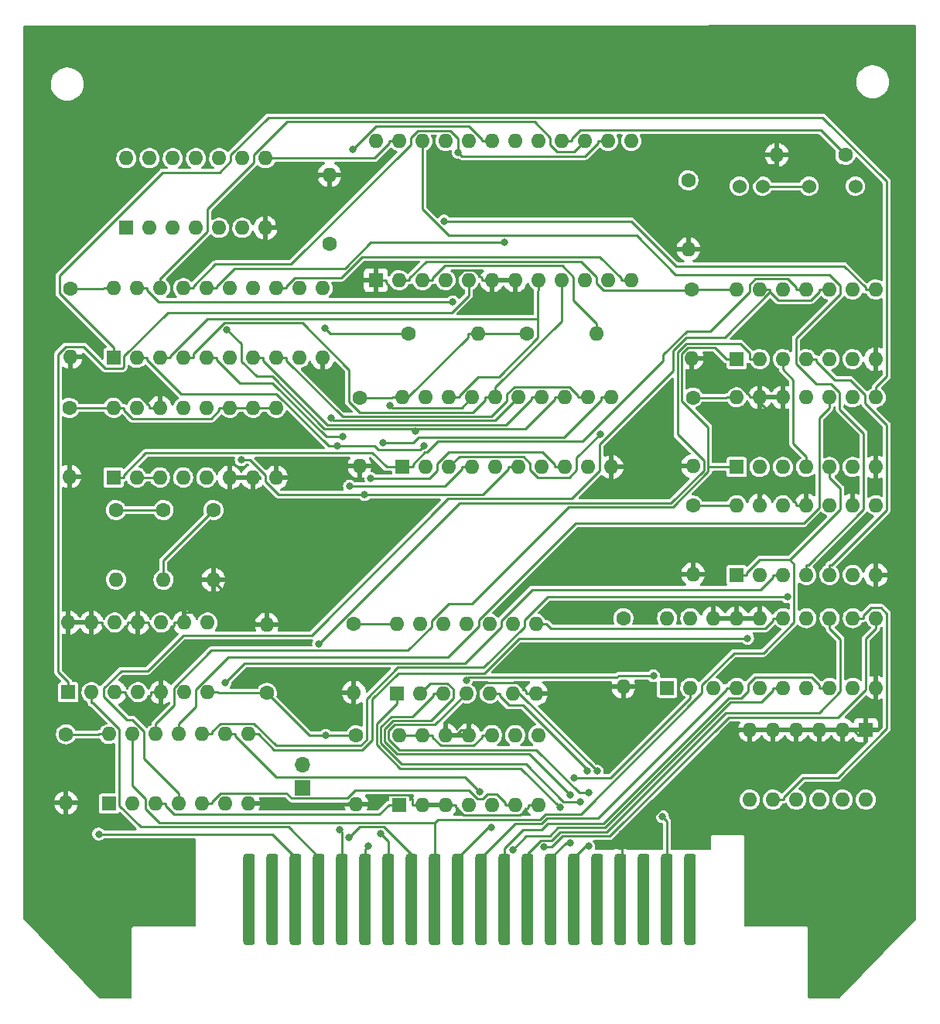
<source format=gbr>
%TF.GenerationSoftware,KiCad,Pcbnew,6.0.9-8da3e8f707~117~ubuntu20.04.1*%
%TF.CreationDate,2023-01-11T13:14:19-05:00*%
%TF.ProjectId,coco9511pak,636f636f-3935-4313-9170-616b2e6b6963,rev?*%
%TF.SameCoordinates,Original*%
%TF.FileFunction,Copper,L2,Bot*%
%TF.FilePolarity,Positive*%
%FSLAX46Y46*%
G04 Gerber Fmt 4.6, Leading zero omitted, Abs format (unit mm)*
G04 Created by KiCad (PCBNEW 6.0.9-8da3e8f707~117~ubuntu20.04.1) date 2023-01-11 13:14:19*
%MOMM*%
%LPD*%
G01*
G04 APERTURE LIST*
G04 Aperture macros list*
%AMRoundRect*
0 Rectangle with rounded corners*
0 $1 Rounding radius*
0 $2 $3 $4 $5 $6 $7 $8 $9 X,Y pos of 4 corners*
0 Add a 4 corners polygon primitive as box body*
4,1,4,$2,$3,$4,$5,$6,$7,$8,$9,$2,$3,0*
0 Add four circle primitives for the rounded corners*
1,1,$1+$1,$2,$3*
1,1,$1+$1,$4,$5*
1,1,$1+$1,$6,$7*
1,1,$1+$1,$8,$9*
0 Add four rect primitives between the rounded corners*
20,1,$1+$1,$2,$3,$4,$5,0*
20,1,$1+$1,$4,$5,$6,$7,0*
20,1,$1+$1,$6,$7,$8,$9,0*
20,1,$1+$1,$8,$9,$2,$3,0*%
G04 Aperture macros list end*
%TA.AperFunction,ComponentPad*%
%ADD10R,1.600000X1.600000*%
%TD*%
%TA.AperFunction,ComponentPad*%
%ADD11O,1.600000X1.600000*%
%TD*%
%TA.AperFunction,ComponentPad*%
%ADD12C,1.600000*%
%TD*%
%TA.AperFunction,ComponentPad*%
%ADD13R,1.700000X1.700000*%
%TD*%
%TA.AperFunction,ComponentPad*%
%ADD14O,1.700000X1.700000*%
%TD*%
%TA.AperFunction,ComponentPad*%
%ADD15C,1.524000*%
%TD*%
%TA.AperFunction,ConnectorPad*%
%ADD16RoundRect,0.317500X-0.317500X-4.682500X0.317500X-4.682500X0.317500X4.682500X-0.317500X4.682500X0*%
%TD*%
%TA.AperFunction,ViaPad*%
%ADD17C,0.800000*%
%TD*%
%TA.AperFunction,Conductor*%
%ADD18C,0.250000*%
%TD*%
G04 APERTURE END LIST*
D10*
%TO.P,U7,1*%
%TO.N,/E*%
X94976000Y-120767000D03*
D11*
%TO.P,U7,2*%
%TO.N,/R\u002A{slash}W*%
X97516000Y-120767000D03*
%TO.P,U7,3*%
%TO.N,Net-(U1-Pad12)*%
X100056000Y-120767000D03*
%TO.P,U7,4*%
%TO.N,Net-(U1-Pad3)*%
X102596000Y-120767000D03*
%TO.P,U7,5*%
%TO.N,/R{slash}W\u002A*%
X105136000Y-120767000D03*
%TO.P,U7,6*%
%TO.N,Net-(U1-Pad9)*%
X107676000Y-120767000D03*
%TO.P,U7,7,GND*%
%TO.N,GND*%
X110216000Y-120767000D03*
%TO.P,U7,8*%
%TO.N,/RD_LATCH\u002A*%
X110216000Y-113147000D03*
%TO.P,U7,9*%
%TO.N,/LATCH_SELECT*%
X107676000Y-113147000D03*
%TO.P,U7,10*%
%TO.N,Net-(U7-Pad10)*%
X105136000Y-113147000D03*
%TO.P,U7,11*%
%TO.N,unconnected-(U7-Pad11)*%
X102596000Y-113147000D03*
%TO.P,U7,12*%
%TO.N,GND*%
X100056000Y-113147000D03*
%TO.P,U7,13*%
X97516000Y-113147000D03*
%TO.P,U7,14,VCC*%
%TO.N,VCC*%
X94976000Y-113147000D03*
%TD*%
D12*
%TO.P,R3,1*%
%TO.N,VCC*%
X27051000Y-125476000D03*
D11*
%TO.P,R3,2*%
%TO.N,/INT\u002A*%
X27051000Y-133096000D03*
%TD*%
D10*
%TO.P,U4,1*%
%TO.N,/R{slash}W\u002A*%
X94976000Y-132578000D03*
D11*
%TO.P,U4,2*%
%TO.N,/R\u002A{slash}W*%
X97516000Y-132578000D03*
%TO.P,U4,3*%
%TO.N,/RESET\u002A*%
X100056000Y-132578000D03*
%TO.P,U4,4*%
%TO.N,/RESET*%
X102596000Y-132578000D03*
%TO.P,U4,5*%
%TO.N,/BOARD_SELECT\u002A*%
X105136000Y-132578000D03*
%TO.P,U4,6*%
%TO.N,Net-(U4-Pad6)*%
X107676000Y-132578000D03*
%TO.P,U4,7,GND*%
%TO.N,GND*%
X110216000Y-132578000D03*
%TO.P,U4,8*%
%TO.N,unconnected-(U4-Pad8)*%
X110216000Y-124958000D03*
%TO.P,U4,9*%
%TO.N,GND*%
X107676000Y-124958000D03*
%TO.P,U4,10*%
%TO.N,unconnected-(U4-Pad10)*%
X105136000Y-124958000D03*
%TO.P,U4,11*%
%TO.N,GND*%
X102596000Y-124958000D03*
%TO.P,U4,12*%
%TO.N,unconnected-(U4-Pad12)*%
X100056000Y-124958000D03*
%TO.P,U4,13*%
%TO.N,GND*%
X97516000Y-124958000D03*
%TO.P,U4,14,VCC*%
%TO.N,VCC*%
X94976000Y-124958000D03*
%TD*%
D10*
%TO.P,U11,1,A*%
%TO.N,/WR\u002A*%
X26787000Y-121910000D03*
D11*
%TO.P,U11,2,B*%
%TO.N,VCC*%
X29327000Y-121910000D03*
%TO.P,U11,3,Clr*%
X31867000Y-121910000D03*
%TO.P,U11,4,~{Q}*%
%TO.N,Net-(U11-Pad4)*%
X34407000Y-121910000D03*
%TO.P,U11,5,Q*%
%TO.N,unconnected-(U11-Pad5)*%
X36947000Y-121910000D03*
%TO.P,U11,6,Cext*%
%TO.N,GND*%
X39487000Y-121910000D03*
%TO.P,U11,7,RCext*%
X42027000Y-121910000D03*
%TO.P,U11,8,GND*%
X44567000Y-121910000D03*
%TO.P,U11,9,A*%
%TO.N,VCC*%
X44567000Y-114290000D03*
%TO.P,U11,10,B*%
X42027000Y-114290000D03*
%TO.P,U11,11,Clr*%
X39487000Y-114290000D03*
%TO.P,U11,12,~{Q}*%
%TO.N,unconnected-(U11-Pad12)*%
X36947000Y-114290000D03*
%TO.P,U11,13,Q*%
%TO.N,unconnected-(U11-Pad13)*%
X34407000Y-114290000D03*
%TO.P,U11,14,Cext*%
%TO.N,GND*%
X31867000Y-114290000D03*
%TO.P,U11,15,RCext*%
%TO.N,Net-(C16-Pad1)*%
X29327000Y-114290000D03*
%TO.P,U11,16,VCC*%
%TO.N,VCC*%
X26787000Y-114290000D03*
%TD*%
D12*
%TO.P,C8,1*%
%TO.N,VCC*%
X53086000Y-137922000D03*
D11*
%TO.P,C8,2*%
%TO.N,GND*%
X53086000Y-145422000D03*
%TD*%
D10*
%TO.P,U9,1*%
%TO.N,/RESET\u002A*%
X26284000Y-157597000D03*
D11*
%TO.P,U9,2*%
%TO.N,Net-(JP1-Pad2)*%
X28824000Y-157597000D03*
%TO.P,U9,3*%
%TO.N,Net-(U14-Pad1)*%
X31364000Y-157597000D03*
%TO.P,U9,4*%
%TO.N,/PROC_SELECT\u002A*%
X33904000Y-157597000D03*
%TO.P,U9,5*%
%TO.N,Net-(U14-Pad6)*%
X36444000Y-157597000D03*
%TO.P,U9,6*%
%TO.N,Net-(U5-Pad18)*%
X38984000Y-157597000D03*
%TO.P,U9,7,GND*%
%TO.N,GND*%
X41524000Y-157597000D03*
%TO.P,U9,8*%
%TO.N,/LATCH_SELECT*%
X41524000Y-149977000D03*
%TO.P,U9,9*%
%TO.N,/A1*%
X38984000Y-149977000D03*
%TO.P,U9,10*%
%TO.N,Net-(U4-Pad6)*%
X36444000Y-149977000D03*
%TO.P,U9,11*%
%TO.N,Net-(U7-Pad10)*%
X33904000Y-149977000D03*
%TO.P,U9,12*%
%TO.N,/E*%
X31364000Y-149977000D03*
%TO.P,U9,13*%
%TO.N,/R{slash}W\u002A*%
X28824000Y-149977000D03*
%TO.P,U9,14,VCC*%
%TO.N,VCC*%
X26284000Y-149977000D03*
%TD*%
D12*
%TO.P,R2,1*%
%TO.N,VCC*%
X32258000Y-125476000D03*
D11*
%TO.P,R2,2*%
%TO.N,Net-(C16-Pad1)*%
X32258000Y-133096000D03*
%TD*%
D12*
%TO.P,C4,1*%
%TO.N,VCC*%
X90201000Y-124968000D03*
D11*
%TO.P,C4,2*%
%TO.N,GND*%
X90201000Y-132468000D03*
%TD*%
D12*
%TO.P,R4,1*%
%TO.N,Net-(JP1-Pad2)*%
X59055000Y-106172000D03*
D11*
%TO.P,R4,2*%
%TO.N,VCC*%
X66675000Y-106172000D03*
%TD*%
D10*
%TO.P,X1,1,EN*%
%TO.N,unconnected-(X1-Pad1)*%
X28189000Y-94605000D03*
D11*
%TO.P,X1,2*%
%TO.N,N/C*%
X30729000Y-94605000D03*
%TO.P,X1,3*%
X33269000Y-94605000D03*
%TO.P,X1,4*%
X35809000Y-94605000D03*
%TO.P,X1,5*%
X38349000Y-94605000D03*
%TO.P,X1,6*%
X40889000Y-94605000D03*
%TO.P,X1,7,GND*%
%TO.N,GND*%
X43429000Y-94605000D03*
%TO.P,X1,8,OUT*%
%TO.N,Net-(U5-Pad23)*%
X43429000Y-86985000D03*
%TO.P,X1,9*%
%TO.N,N/C*%
X40889000Y-86985000D03*
%TO.P,X1,10*%
X38349000Y-86985000D03*
%TO.P,X1,11*%
X35809000Y-86985000D03*
%TO.P,X1,12*%
X33269000Y-86985000D03*
%TO.P,X1,13*%
X30729000Y-86985000D03*
%TO.P,X1,14,Vcc*%
%TO.N,VCC*%
X28189000Y-86985000D03*
%TD*%
D12*
%TO.P,C14,1*%
%TO.N,VCC*%
X53340000Y-150114000D03*
D11*
%TO.P,C14,2*%
%TO.N,GND*%
X53340000Y-157614000D03*
%TD*%
D10*
%TO.P,U6,1,OE*%
%TO.N,/RD_LATCH\u002A*%
X26802000Y-108829000D03*
D11*
%TO.P,U6,2,O0*%
%TO.N,/D0*%
X29342000Y-108829000D03*
%TO.P,U6,3,D0*%
%TO.N,Net-(U13-Pad18)*%
X31882000Y-108829000D03*
%TO.P,U6,4,D1*%
%TO.N,Net-(U13-Pad16)*%
X34422000Y-108829000D03*
%TO.P,U6,5,O1*%
%TO.N,/D1*%
X36962000Y-108829000D03*
%TO.P,U6,6,O2*%
%TO.N,/D2*%
X39502000Y-108829000D03*
%TO.P,U6,7,D2*%
%TO.N,Net-(U13-Pad14)*%
X42042000Y-108829000D03*
%TO.P,U6,8,D3*%
%TO.N,Net-(U13-Pad12)*%
X44582000Y-108829000D03*
%TO.P,U6,9,O3*%
%TO.N,/D3*%
X47122000Y-108829000D03*
%TO.P,U6,10,GND*%
%TO.N,GND*%
X49662000Y-108829000D03*
%TO.P,U6,11,Cp*%
%TO.N,Net-(JP1-Pad2)*%
X49662000Y-101209000D03*
%TO.P,U6,12,O4*%
%TO.N,/D4*%
X47122000Y-101209000D03*
%TO.P,U6,13,D4*%
%TO.N,Net-(U13-Pad9)*%
X44582000Y-101209000D03*
%TO.P,U6,14,D5*%
%TO.N,Net-(U13-Pad7)*%
X42042000Y-101209000D03*
%TO.P,U6,15,O5*%
%TO.N,/D7*%
X39502000Y-101209000D03*
%TO.P,U6,16,O6*%
%TO.N,/D6*%
X36962000Y-101209000D03*
%TO.P,U6,17,D6*%
%TO.N,Net-(U13-Pad5)*%
X34422000Y-101209000D03*
%TO.P,U6,18,D7*%
%TO.N,Net-(U13-Pad3)*%
X31882000Y-101209000D03*
%TO.P,U6,19,O7*%
%TO.N,/D5*%
X29342000Y-101209000D03*
%TO.P,U6,20,VCC*%
%TO.N,VCC*%
X26802000Y-101209000D03*
%TD*%
D10*
%TO.P,SW1,1*%
%TO.N,GND*%
X109126000Y-149521500D03*
D11*
%TO.P,SW1,2*%
X106586000Y-149521500D03*
%TO.P,SW1,3*%
X104046000Y-149521500D03*
%TO.P,SW1,4*%
X101506000Y-149521500D03*
%TO.P,SW1,5*%
X98966000Y-149521500D03*
%TO.P,SW1,6*%
X96426000Y-149521500D03*
%TO.P,SW1,7*%
%TO.N,Net-(SW1-Pad7)*%
X96426000Y-157141500D03*
%TO.P,SW1,8*%
%TO.N,Net-(SW1-Pad8)*%
X98966000Y-157141500D03*
%TO.P,SW1,9*%
%TO.N,Net-(SW1-Pad9)*%
X101506000Y-157141500D03*
%TO.P,SW1,10*%
%TO.N,Net-(SW1-Pad10)*%
X104046000Y-157141500D03*
%TO.P,SW1,11*%
%TO.N,Net-(SW1-Pad11)*%
X106586000Y-157141500D03*
%TO.P,SW1,12*%
%TO.N,Net-(SW1-Pad12)*%
X109126000Y-157141500D03*
%TD*%
D12*
%TO.P,C2,1*%
%TO.N,VCC*%
X89693000Y-89408000D03*
D11*
%TO.P,C2,2*%
%TO.N,GND*%
X89693000Y-96908000D03*
%TD*%
D10*
%TO.P,U14,1,~{R}*%
%TO.N,Net-(U14-Pad1)*%
X58034000Y-157724000D03*
D11*
%TO.P,U14,2,D*%
%TO.N,GND*%
X60574000Y-157724000D03*
%TO.P,U14,3,C*%
X63114000Y-157724000D03*
%TO.P,U14,4,~{S}*%
%TO.N,/RD_PROC\u002A*%
X65654000Y-157724000D03*
%TO.P,U14,5,Q*%
%TO.N,unconnected-(U14-Pad5)*%
X68194000Y-157724000D03*
%TO.P,U14,6,~{Q}*%
%TO.N,Net-(U14-Pad6)*%
X70734000Y-157724000D03*
%TO.P,U14,7,GND*%
%TO.N,GND*%
X73274000Y-157724000D03*
%TO.P,U14,8,~{Q}*%
%TO.N,unconnected-(U14-Pad8)*%
X73274000Y-150104000D03*
%TO.P,U14,9,Q*%
%TO.N,unconnected-(U14-Pad9)*%
X70734000Y-150104000D03*
%TO.P,U14,10,~{S}*%
%TO.N,VCC*%
X68194000Y-150104000D03*
%TO.P,U14,11,C*%
%TO.N,GND*%
X65654000Y-150104000D03*
%TO.P,U14,12,D*%
X63114000Y-150104000D03*
%TO.P,U14,13,~{R}*%
%TO.N,VCC*%
X60574000Y-150104000D03*
%TO.P,U14,14,VCC*%
X58034000Y-150104000D03*
%TD*%
D13*
%TO.P,JP1,1,A*%
%TO.N,/HALT\u002A*%
X47498000Y-155834000D03*
D14*
%TO.P,JP1,2,B*%
%TO.N,Net-(JP1-Pad2)*%
X47498000Y-153294000D03*
%TD*%
D15*
%TO.P,U15,1,Vin*%
%TO.N,VCC*%
X95281000Y-90043000D03*
%TO.P,U15,2,GND*%
%TO.N,Net-(U15-Pad2)*%
X97821000Y-90043000D03*
%TO.P,U15,4,0V*%
X102901000Y-90043000D03*
%TO.P,U15,6,+VO*%
%TO.N,Net-(C15-Pad1)*%
X107981000Y-90043000D03*
%TD*%
D10*
%TO.P,U13,1,OEa*%
%TO.N,/WR\u002A*%
X58425000Y-120767000D03*
D11*
%TO.P,U13,2,I0a*%
%TO.N,/D0*%
X60965000Y-120767000D03*
%TO.P,U13,3,O3b*%
%TO.N,Net-(U13-Pad3)*%
X63505000Y-120767000D03*
%TO.P,U13,4,I1a*%
%TO.N,/D1*%
X66045000Y-120767000D03*
%TO.P,U13,5,O2b*%
%TO.N,Net-(U13-Pad5)*%
X68585000Y-120767000D03*
%TO.P,U13,6,I2a*%
%TO.N,/D2*%
X71125000Y-120767000D03*
%TO.P,U13,7,O1b*%
%TO.N,Net-(U13-Pad7)*%
X73665000Y-120767000D03*
%TO.P,U13,8,I3a*%
%TO.N,/D3*%
X76205000Y-120767000D03*
%TO.P,U13,9,O0b*%
%TO.N,Net-(U13-Pad9)*%
X78745000Y-120767000D03*
%TO.P,U13,10,GND*%
%TO.N,GND*%
X81285000Y-120767000D03*
%TO.P,U13,11,I0b*%
%TO.N,/D4*%
X81285000Y-113147000D03*
%TO.P,U13,12,O3a*%
%TO.N,Net-(U13-Pad12)*%
X78745000Y-113147000D03*
%TO.P,U13,13,I1b*%
%TO.N,/D7*%
X76205000Y-113147000D03*
%TO.P,U13,14,O2a*%
%TO.N,Net-(U13-Pad14)*%
X73665000Y-113147000D03*
%TO.P,U13,15,I2b*%
%TO.N,/D6*%
X71125000Y-113147000D03*
%TO.P,U13,16,O1a*%
%TO.N,Net-(U13-Pad16)*%
X68585000Y-113147000D03*
%TO.P,U13,17,I3b*%
%TO.N,/D5*%
X66045000Y-113147000D03*
%TO.P,U13,18,O0a*%
%TO.N,Net-(U13-Pad18)*%
X63505000Y-113147000D03*
%TO.P,U13,19,OEb*%
%TO.N,/WR\u002A*%
X60965000Y-113147000D03*
%TO.P,U13,20,VCC*%
%TO.N,VCC*%
X58425000Y-113147000D03*
%TD*%
D16*
%TO.P,U16,2,+12V*%
%TO.N,unconnected-(U16-Pad2)*%
X41656000Y-168021000D03*
%TO.P,U16,4,NMI\u002A*%
%TO.N,unconnected-(U16-Pad4)*%
X44196000Y-168021000D03*
%TO.P,U16,6,E*%
%TO.N,/E*%
X46736000Y-168021000D03*
%TO.P,U16,8,CART\u002A*%
%TO.N,/INT\u002A*%
X49276000Y-168021000D03*
%TO.P,U16,10,D0*%
%TO.N,/D0*%
X51816000Y-168021000D03*
%TO.P,U16,12,D2*%
%TO.N,/D2*%
X54356000Y-168021000D03*
%TO.P,U16,14,D4*%
%TO.N,/D4*%
X56896000Y-168021000D03*
%TO.P,U16,16,D6*%
%TO.N,/D6*%
X59436000Y-168021000D03*
%TO.P,U16,18,R/W\u002A*%
%TO.N,/R{slash}W\u002A*%
X61976000Y-168021000D03*
%TO.P,U16,20,A1*%
%TO.N,/A1*%
X64516000Y-168021000D03*
%TO.P,U16,22,A3*%
%TO.N,/A3*%
X67056000Y-168021000D03*
%TO.P,U16,24,A5*%
%TO.N,/A5*%
X69596000Y-168021000D03*
%TO.P,U16,26,A7*%
%TO.N,/A7*%
X72136000Y-168021000D03*
%TO.P,U16,28,A9*%
%TO.N,/A9*%
X74676000Y-168021000D03*
%TO.P,U16,30,A11*%
%TO.N,/A11*%
X77216000Y-168021000D03*
%TO.P,U16,32,CTS\u002A*%
%TO.N,unconnected-(U16-Pad32)*%
X79756000Y-168021000D03*
%TO.P,U16,34,GND*%
%TO.N,GND*%
X82296000Y-168021000D03*
%TO.P,U16,36,SCS\u002A*%
%TO.N,unconnected-(U16-Pad36)*%
X84836000Y-168021000D03*
%TO.P,U16,38,A14*%
%TO.N,/A14*%
X87376000Y-168021000D03*
%TO.P,U16,40,SLENB\u002A*%
%TO.N,unconnected-(U16-Pad40)*%
X89916000Y-168021000D03*
%TD*%
D10*
%TO.P,U8,1*%
%TO.N,/A8*%
X57780000Y-145532000D03*
D11*
%TO.P,U8,2*%
%TO.N,/A9*%
X60320000Y-145532000D03*
%TO.P,U8,3*%
%TO.N,/A10*%
X62860000Y-145532000D03*
%TO.P,U8,4*%
%TO.N,/A11*%
X65400000Y-145532000D03*
%TO.P,U8,5*%
%TO.N,/A12*%
X67940000Y-145532000D03*
%TO.P,U8,6*%
%TO.N,/A13*%
X70480000Y-145532000D03*
%TO.P,U8,7,GND*%
%TO.N,GND*%
X73020000Y-145532000D03*
%TO.P,U8,8*%
%TO.N,Net-(U10-Pad15)*%
X73020000Y-137912000D03*
%TO.P,U8,9*%
%TO.N,N/C*%
X70480000Y-137912000D03*
%TO.P,U8,10*%
X67940000Y-137912000D03*
%TO.P,U8,11*%
%TO.N,/A14*%
X65400000Y-137912000D03*
%TO.P,U8,12*%
%TO.N,/A15*%
X62860000Y-137912000D03*
%TO.P,U8,13*%
%TO.N,N/C*%
X60320000Y-137912000D03*
%TO.P,U8,14,VCC*%
%TO.N,VCC*%
X57780000Y-137912000D03*
%TD*%
D12*
%TO.P,C11,1*%
%TO.N,VCC*%
X21971000Y-114300000D03*
D11*
%TO.P,C11,2*%
%TO.N,GND*%
X21971000Y-121800000D03*
%TD*%
D10*
%TO.P,U1,1*%
%TO.N,/E*%
X94976000Y-108966000D03*
D11*
%TO.P,U1,2*%
%TO.N,/Q*%
X97516000Y-108966000D03*
%TO.P,U1,3*%
%TO.N,Net-(U1-Pad3)*%
X100056000Y-108966000D03*
%TO.P,U1,4*%
%TO.N,/BOARD_SELECT\u002A*%
X102596000Y-108966000D03*
%TO.P,U1,5*%
%TO.N,/A1*%
X105136000Y-108966000D03*
%TO.P,U1,6*%
%TO.N,/PROC_SELECT\u002A*%
X107676000Y-108966000D03*
%TO.P,U1,7,GND*%
%TO.N,GND*%
X110216000Y-108966000D03*
%TO.P,U1,8*%
%TO.N,/RD_PROC\u002A*%
X110216000Y-101346000D03*
%TO.P,U1,9*%
%TO.N,Net-(U1-Pad9)*%
X107676000Y-101346000D03*
%TO.P,U1,10*%
%TO.N,/PROC_SELECT\u002A*%
X105136000Y-101346000D03*
%TO.P,U1,11*%
%TO.N,/WR\u002A*%
X102596000Y-101346000D03*
%TO.P,U1,12*%
%TO.N,Net-(U1-Pad12)*%
X100056000Y-101346000D03*
%TO.P,U1,13*%
%TO.N,/PROC_SELECT\u002A*%
X97516000Y-101346000D03*
%TO.P,U1,14,VCC*%
%TO.N,VCC*%
X94976000Y-101346000D03*
%TD*%
D10*
%TO.P,U12,1*%
%TO.N,Net-(U12-Pad1)*%
X21839000Y-145405000D03*
D11*
%TO.P,U12,2*%
%TO.N,/INT\u002A*%
X24379000Y-145405000D03*
%TO.P,U12,3*%
%TO.N,GND*%
X26919000Y-145405000D03*
%TO.P,U12,4*%
%TO.N,unconnected-(U12-Pad4)*%
X29459000Y-145405000D03*
%TO.P,U12,5*%
%TO.N,GND*%
X31999000Y-145405000D03*
%TO.P,U12,6*%
%TO.N,unconnected-(U12-Pad6)*%
X34539000Y-145405000D03*
%TO.P,U12,7,GND*%
%TO.N,VCC*%
X37079000Y-145405000D03*
%TO.P,U12,8*%
%TO.N,unconnected-(U12-Pad8)*%
X37079000Y-137785000D03*
%TO.P,U12,9*%
%TO.N,GND*%
X34539000Y-137785000D03*
%TO.P,U12,10*%
%TO.N,unconnected-(U12-Pad10)*%
X31999000Y-137785000D03*
%TO.P,U12,11*%
%TO.N,GND*%
X29459000Y-137785000D03*
%TO.P,U12,12*%
%TO.N,unconnected-(U12-Pad12)*%
X26919000Y-137785000D03*
%TO.P,U12,13*%
%TO.N,GND*%
X24379000Y-137785000D03*
%TO.P,U12,14,VCC*%
X21839000Y-137785000D03*
%TD*%
D10*
%TO.P,U10,1,~{P>Q}*%
%TO.N,unconnected-(U10-Pad1)*%
X87376000Y-144907000D03*
D11*
%TO.P,U10,2,P0*%
%TO.N,/A2*%
X89916000Y-144907000D03*
%TO.P,U10,3,Q0*%
%TO.N,Net-(SW1-Pad12)*%
X92456000Y-144907000D03*
%TO.P,U10,4,P1*%
%TO.N,/A3*%
X94996000Y-144907000D03*
%TO.P,U10,5,Q1*%
%TO.N,Net-(SW1-Pad11)*%
X97536000Y-144907000D03*
%TO.P,U10,6,P2*%
%TO.N,/A4*%
X100076000Y-144907000D03*
%TO.P,U10,7,Q2*%
%TO.N,Net-(SW1-Pad10)*%
X102616000Y-144907000D03*
%TO.P,U10,8,P3*%
%TO.N,/A5*%
X105156000Y-144907000D03*
%TO.P,U10,9,Q3*%
%TO.N,Net-(SW1-Pad9)*%
X107696000Y-144907000D03*
%TO.P,U10,10,Gnd*%
%TO.N,GND*%
X110236000Y-144907000D03*
%TO.P,U10,11,P4*%
%TO.N,/A6*%
X110236000Y-137287000D03*
%TO.P,U10,12,Q4*%
%TO.N,Net-(SW1-Pad8)*%
X107696000Y-137287000D03*
%TO.P,U10,13,P5*%
%TO.N,/A7*%
X105156000Y-137287000D03*
%TO.P,U10,14,Q5*%
%TO.N,Net-(SW1-Pad7)*%
X102616000Y-137287000D03*
%TO.P,U10,15,P6*%
%TO.N,Net-(U10-Pad15)*%
X100076000Y-137287000D03*
%TO.P,U10,16,Q6*%
%TO.N,GND*%
X97536000Y-137287000D03*
%TO.P,U10,17,P7*%
X94996000Y-137287000D03*
%TO.P,U10,18,Q7*%
X92456000Y-137287000D03*
%TO.P,U10,19,~{P=Q}*%
%TO.N,/BOARD_SELECT\u002A*%
X89916000Y-137287000D03*
%TO.P,U10,20,Vcc*%
%TO.N,+5V*%
X87376000Y-137287000D03*
%TD*%
D12*
%TO.P,C5,1*%
%TO.N,VCC*%
X50419000Y-96333000D03*
D11*
%TO.P,C5,2*%
%TO.N,GND*%
X50419000Y-88833000D03*
%TD*%
D12*
%TO.P,C10,1*%
%TO.N,VCC*%
X82581000Y-137287000D03*
D11*
%TO.P,C10,2*%
%TO.N,GND*%
X82581000Y-144787000D03*
%TD*%
D12*
%TO.P,C6,1*%
%TO.N,VCC*%
X22098000Y-101219000D03*
D11*
%TO.P,C6,2*%
%TO.N,GND*%
X22098000Y-108719000D03*
%TD*%
D12*
%TO.P,C1,1*%
%TO.N,VCC*%
X90074000Y-101346000D03*
D11*
%TO.P,C1,2*%
%TO.N,GND*%
X90074000Y-108846000D03*
%TD*%
D12*
%TO.P,R1,1*%
%TO.N,VCC*%
X72009000Y-106172000D03*
D11*
%TO.P,R1,2*%
%TO.N,Net-(R1-Pad2)*%
X79629000Y-106172000D03*
%TD*%
D12*
%TO.P,C12,1*%
%TO.N,VCC*%
X43561000Y-145482000D03*
D11*
%TO.P,C12,2*%
%TO.N,GND*%
X43561000Y-137982000D03*
%TD*%
D12*
%TO.P,C9,1*%
%TO.N,VCC*%
X21590000Y-149987000D03*
D11*
%TO.P,C9,2*%
%TO.N,GND*%
X21590000Y-157487000D03*
%TD*%
D10*
%TO.P,U5,1,GND*%
%TO.N,GND*%
X55499000Y-100330000D03*
D11*
%TO.P,U5,2,VCC*%
%TO.N,VCC*%
X58039000Y-100330000D03*
%TO.P,U5,3,EACK\u002A*%
%TO.N,Net-(R1-Pad2)*%
X60579000Y-100330000D03*
%TO.P,U5,4,SVACK\u002A*%
%TO.N,/RD_PROC\u002A*%
X63119000Y-100330000D03*
%TO.P,U5,5,SVREQ*%
%TO.N,Net-(U12-Pad1)*%
X65659000Y-100330000D03*
%TO.P,U5,6,TIE_LOW1*%
%TO.N,GND*%
X68199000Y-100330000D03*
%TO.P,U5,7,TIE_LOW2*%
X70739000Y-100330000D03*
%TO.P,U5,8,DB0*%
%TO.N,Net-(U13-Pad18)*%
X73279000Y-100330000D03*
%TO.P,U5,9,DB1*%
%TO.N,Net-(U13-Pad16)*%
X75819000Y-100330000D03*
%TO.P,U5,10,DB2*%
%TO.N,Net-(U13-Pad14)*%
X78359000Y-100330000D03*
%TO.P,U5,11,DB3*%
%TO.N,Net-(U13-Pad12)*%
X80899000Y-100330000D03*
%TO.P,U5,12,DB4*%
%TO.N,Net-(U13-Pad9)*%
X83439000Y-100330000D03*
%TO.P,U5,13,DB5*%
%TO.N,Net-(U13-Pad7)*%
X83439000Y-85090000D03*
%TO.P,U5,14,DB6*%
%TO.N,Net-(U13-Pad5)*%
X80899000Y-85090000D03*
%TO.P,U5,15,DB7*%
%TO.N,Net-(U13-Pad3)*%
X78359000Y-85090000D03*
%TO.P,U5,16,VDD*%
%TO.N,Net-(C15-Pad1)*%
X75819000Y-85090000D03*
%TO.P,U5,17,PAUSE\u002A*%
%TO.N,Net-(JP1-Pad2)*%
X73279000Y-85090000D03*
%TO.P,U5,18,CS\u002A*%
%TO.N,Net-(U5-Pad18)*%
X70739000Y-85090000D03*
%TO.P,U5,19,WR\u002A*%
%TO.N,Net-(U11-Pad4)*%
X68199000Y-85090000D03*
%TO.P,U5,20,RD\u002A*%
%TO.N,Net-(U14-Pad6)*%
X65659000Y-85090000D03*
%TO.P,U5,21,C/D\u002A*%
%TO.N,/A0*%
X63119000Y-85090000D03*
%TO.P,U5,22,RESET*%
%TO.N,/RESET*%
X60579000Y-85090000D03*
%TO.P,U5,23,CLK*%
%TO.N,Net-(U5-Pad23)*%
X58039000Y-85090000D03*
%TO.P,U5,24,END\u002A*%
%TO.N,unconnected-(U5-Pad24)*%
X55499000Y-85090000D03*
%TD*%
D12*
%TO.P,C13,1*%
%TO.N,VCC*%
X53721000Y-113157000D03*
D11*
%TO.P,C13,2*%
%TO.N,GND*%
X53721000Y-120657000D03*
%TD*%
D12*
%TO.P,C7,1*%
%TO.N,VCC*%
X90201000Y-113157000D03*
D11*
%TO.P,C7,2*%
%TO.N,GND*%
X90201000Y-120657000D03*
%TD*%
D12*
%TO.P,C16,1*%
%TO.N,Net-(C16-Pad1)*%
X37719000Y-125476000D03*
D11*
%TO.P,C16,2*%
%TO.N,GND*%
X37719000Y-133096000D03*
%TD*%
D12*
%TO.P,C15,1*%
%TO.N,Net-(C15-Pad1)*%
X106874000Y-86614000D03*
D11*
%TO.P,C15,2*%
%TO.N,GND*%
X99374000Y-86614000D03*
%TD*%
D17*
%TO.N,Net-(JP1-Pad2)*%
X49884700Y-105537900D03*
%TO.N,/A6*%
X73883500Y-162342500D03*
%TO.N,/A4*%
X70486600Y-162610000D03*
%TO.N,/A2*%
X77187700Y-154769400D03*
%TO.N,/A14*%
X65400000Y-144061100D03*
X85874700Y-143606300D03*
X86858100Y-159010300D03*
%TO.N,/A13*%
X79692400Y-154030600D03*
%TO.N,/A12*%
X78585800Y-154037400D03*
%TO.N,/A11*%
X78778400Y-156408300D03*
X78778400Y-162255300D03*
%TO.N,/A10*%
X77854700Y-157376600D03*
%TO.N,/A9*%
X76766800Y-156651400D03*
X76766800Y-161852200D03*
%TO.N,/A8*%
X75625200Y-157992100D03*
%TO.N,/LATCH_SELECT*%
X96181600Y-139504200D03*
%TO.N,/D5*%
X63909100Y-102681700D03*
X57067600Y-114042300D03*
%TO.N,/D6*%
X69576400Y-96169000D03*
X52568400Y-161254800D03*
X50577600Y-115390100D03*
%TO.N,/D7*%
X39196900Y-105726400D03*
X59812400Y-116866200D03*
%TO.N,/D4*%
X56235200Y-118133700D03*
X56060500Y-160847300D03*
%TO.N,/D3*%
X54958700Y-122013600D03*
%TO.N,/D2*%
X40757000Y-119958400D03*
X54662400Y-162221700D03*
X54271200Y-123766800D03*
%TO.N,/D1*%
X52612400Y-122868600D03*
X51841000Y-117418400D03*
%TO.N,/D0*%
X60799700Y-118435000D03*
X51512000Y-160464700D03*
X51302700Y-118458000D03*
%TO.N,Net-(U11-Pad4)*%
X52959000Y-86026800D03*
%TO.N,Net-(U13-Pad3)*%
X80086200Y-117143100D03*
%TO.N,Net-(U13-Pad5)*%
X64501700Y-86334600D03*
%TO.N,/RESET\u002A*%
X38985800Y-144366000D03*
%TO.N,Net-(U4-Pad6)*%
X100519500Y-134946700D03*
%TO.N,/RD_PROC\u002A*%
X62947800Y-93868900D03*
%TO.N,/A1*%
X68123000Y-160190800D03*
X66871700Y-156320600D03*
%TO.N,/Q*%
X49227900Y-140107700D03*
%TO.N,/E*%
X25158900Y-160914900D03*
%TO.N,GND*%
X82423600Y-160849700D03*
%TO.N,VCC*%
X50016500Y-150114000D03*
%TD*%
D18*
%TO.N,Net-(JP1-Pad2)*%
X50518800Y-106172000D02*
X59055000Y-106172000D01*
X49884700Y-105537900D02*
X50518800Y-106172000D01*
%TO.N,Net-(U15-Pad2)*%
X102901000Y-90043000D02*
X97821000Y-90043000D01*
%TO.N,/A7*%
X105156000Y-137287000D02*
X105156000Y-138412100D01*
X106346600Y-139602700D02*
X105156000Y-138412100D01*
X106346600Y-145316300D02*
X106346600Y-139602700D01*
X104011100Y-147651800D02*
X106346600Y-145316300D01*
X93770700Y-147651800D02*
X104011100Y-147651800D01*
X80745600Y-160676900D02*
X93770700Y-147651800D01*
X75630000Y-160676900D02*
X80745600Y-160676900D01*
X74689500Y-161617400D02*
X75630000Y-160676900D01*
X73583200Y-161617400D02*
X74689500Y-161617400D01*
X72136000Y-163064600D02*
X73583200Y-161617400D01*
X72136000Y-168021000D02*
X72136000Y-163064600D01*
%TO.N,/A6*%
X110236000Y-137287000D02*
X110236000Y-138412100D01*
X109110900Y-139537200D02*
X110236000Y-138412100D01*
X109110900Y-145133000D02*
X109110900Y-139537200D01*
X106087400Y-148156500D02*
X109110900Y-145133000D01*
X94091300Y-148156500D02*
X106087400Y-148156500D01*
X81120800Y-161127000D02*
X94091300Y-148156500D01*
X75929200Y-161127000D02*
X81120800Y-161127000D01*
X74713700Y-162342500D02*
X75929200Y-161127000D01*
X73883500Y-162342500D02*
X74713700Y-162342500D01*
%TO.N,/A5*%
X69596000Y-162435000D02*
X69596000Y-168021000D01*
X71579100Y-160451900D02*
X69596000Y-162435000D01*
X73613400Y-160451900D02*
X71579100Y-160451900D01*
X74288600Y-159776700D02*
X73613400Y-160451900D01*
X80372600Y-159776700D02*
X74288600Y-159776700D01*
X94117200Y-146032100D02*
X80372600Y-159776700D01*
X95513300Y-146032100D02*
X94117200Y-146032100D01*
X96266000Y-145279400D02*
X95513300Y-146032100D01*
X96266000Y-144526500D02*
X96266000Y-145279400D01*
X97032600Y-143759900D02*
X96266000Y-144526500D01*
X103165100Y-143759900D02*
X97032600Y-143759900D01*
X104030900Y-144625700D02*
X103165100Y-143759900D01*
X104030900Y-144907000D02*
X104030900Y-144625700D01*
X105156000Y-144907000D02*
X104030900Y-144907000D01*
%TO.N,/A4*%
X100076000Y-144907000D02*
X98950900Y-144907000D01*
X98950900Y-145188400D02*
X98950900Y-144907000D01*
X97657100Y-146482200D02*
X98950900Y-145188400D01*
X94303700Y-146482200D02*
X97657100Y-146482200D01*
X80559100Y-160226800D02*
X94303700Y-146482200D01*
X75443400Y-160226800D02*
X80559100Y-160226800D01*
X74543100Y-161127100D02*
X75443400Y-160226800D01*
X71969500Y-161127100D02*
X74543100Y-161127100D01*
X70486600Y-162610000D02*
X71969500Y-161127100D01*
%TO.N,/A3*%
X94996000Y-144907000D02*
X93870900Y-144907000D01*
X67056000Y-163486200D02*
X67056000Y-168021000D01*
X70765500Y-159776700D02*
X67056000Y-163486200D01*
X73651900Y-159776700D02*
X70765500Y-159776700D01*
X74261200Y-159167400D02*
X73651900Y-159776700D01*
X79850500Y-159167400D02*
X74261200Y-159167400D01*
X93870900Y-145147000D02*
X79850500Y-159167400D01*
X93870900Y-144907000D02*
X93870900Y-145147000D01*
%TO.N,/A2*%
X89916000Y-144907000D02*
X89916000Y-146032100D01*
X81178700Y-154769400D02*
X77187700Y-154769400D01*
X89916000Y-146032100D02*
X81178700Y-154769400D01*
%TO.N,Net-(U14-Pad1)*%
X58034000Y-157724000D02*
X56908900Y-157724000D01*
X31364000Y-157597000D02*
X32489100Y-157597000D01*
X32489100Y-157830200D02*
X32489100Y-157597000D01*
X33445500Y-158786600D02*
X32489100Y-157830200D01*
X55846300Y-158786600D02*
X33445500Y-158786600D01*
X56908900Y-157724000D02*
X55846300Y-158786600D01*
%TO.N,/A14*%
X82052300Y-143606300D02*
X85874700Y-143606300D01*
X81889800Y-143768800D02*
X82052300Y-143606300D01*
X65692300Y-143768800D02*
X81889800Y-143768800D01*
X65400000Y-144061100D02*
X65692300Y-143768800D01*
X87376000Y-159528200D02*
X86858100Y-159010300D01*
X87376000Y-168021000D02*
X87376000Y-159528200D01*
%TO.N,Net-(U10-Pad15)*%
X100076000Y-137287000D02*
X98950900Y-137287000D01*
X73020000Y-137912000D02*
X74145100Y-137912000D01*
X74663700Y-138430600D02*
X74145100Y-137912000D01*
X98088600Y-138430600D02*
X74663700Y-138430600D01*
X98950900Y-137568300D02*
X98088600Y-138430600D01*
X98950900Y-137287000D02*
X98950900Y-137568300D01*
%TO.N,/A13*%
X71193800Y-145532000D02*
X79692400Y-154030600D01*
X70480000Y-145532000D02*
X71193800Y-145532000D01*
%TO.N,/A12*%
X67940000Y-145532000D02*
X69065100Y-145532000D01*
X78585800Y-153802400D02*
X78585800Y-154037400D01*
X71627000Y-146843600D02*
X78585800Y-153802400D01*
X70095300Y-146843600D02*
X71627000Y-146843600D01*
X69065100Y-145813400D02*
X70095300Y-146843600D01*
X69065100Y-145532000D02*
X69065100Y-145813400D01*
%TO.N,/A11*%
X78428000Y-162255300D02*
X78778400Y-162255300D01*
X77216000Y-163467300D02*
X78428000Y-162255300D01*
X77216000Y-168021000D02*
X77216000Y-163467300D01*
X77748200Y-156408300D02*
X78778400Y-156408300D01*
X73027700Y-151687800D02*
X77748200Y-156408300D01*
X58024600Y-151687800D02*
X73027700Y-151687800D01*
X56908100Y-150571300D02*
X58024600Y-151687800D01*
X56908100Y-149584000D02*
X56908100Y-150571300D01*
X57548200Y-148943900D02*
X56908100Y-149584000D01*
X61988100Y-148943900D02*
X57548200Y-148943900D01*
X65400000Y-145532000D02*
X61988100Y-148943900D01*
%TO.N,/A10*%
X62860000Y-145532000D02*
X61734900Y-145532000D01*
X61734900Y-145813400D02*
X61734900Y-145532000D01*
X59504600Y-148043700D02*
X61734900Y-145813400D01*
X57175200Y-148043700D02*
X59504600Y-148043700D01*
X56007900Y-149211000D02*
X57175200Y-148043700D01*
X56007900Y-150944300D02*
X56007900Y-149211000D01*
X58333400Y-153269800D02*
X56007900Y-150944300D01*
X71928400Y-153269800D02*
X58333400Y-153269800D01*
X76035200Y-157376600D02*
X71928400Y-153269800D01*
X77854700Y-157376600D02*
X76035200Y-157376600D01*
%TO.N,/A9*%
X72253300Y-152137900D02*
X76766800Y-156651400D01*
X57838100Y-152137900D02*
X72253300Y-152137900D01*
X56458000Y-150757800D02*
X57838100Y-152137900D01*
X56458000Y-149397500D02*
X56458000Y-150757800D01*
X57361700Y-148493800D02*
X56458000Y-149397500D01*
X61515700Y-148493800D02*
X57361700Y-148493800D01*
X63999200Y-146010300D02*
X61515700Y-148493800D01*
X63999200Y-145064100D02*
X63999200Y-146010300D01*
X63337400Y-144402300D02*
X63999200Y-145064100D01*
X61449700Y-144402300D02*
X63337400Y-144402300D01*
X60320000Y-145532000D02*
X61449700Y-144402300D01*
X76331500Y-161852200D02*
X76766800Y-161852200D01*
X74676000Y-163507700D02*
X76331500Y-161852200D01*
X74676000Y-168021000D02*
X74676000Y-163507700D01*
%TO.N,/A8*%
X57780000Y-145532000D02*
X57780000Y-146657100D01*
X71353000Y-153719900D02*
X75625200Y-157992100D01*
X58146900Y-153719900D02*
X71353000Y-153719900D01*
X55557800Y-151130800D02*
X58146900Y-153719900D01*
X55557800Y-148879300D02*
X55557800Y-151130800D01*
X57780000Y-146657100D02*
X55557800Y-148879300D01*
%TO.N,Net-(U7-Pad10)*%
X33904000Y-149977000D02*
X33904000Y-148851900D01*
X105136000Y-113147000D02*
X105136000Y-114272100D01*
X104010800Y-115397300D02*
X105136000Y-114272100D01*
X104010800Y-125184600D02*
X104010800Y-115397300D01*
X102296800Y-126898600D02*
X104010800Y-125184600D01*
X77357900Y-126898600D02*
X102296800Y-126898600D01*
X66794900Y-137461600D02*
X77357900Y-126898600D01*
X66794900Y-138129900D02*
X66794900Y-137461600D01*
X63384600Y-141540200D02*
X66794900Y-138129900D01*
X39351300Y-141540200D02*
X63384600Y-141540200D01*
X35759500Y-145132000D02*
X39351300Y-141540200D01*
X35759500Y-146996400D02*
X35759500Y-145132000D01*
X33904000Y-148851900D02*
X35759500Y-146996400D01*
%TO.N,/LATCH_SELECT*%
X41524000Y-149977000D02*
X42649100Y-149977000D01*
X44361400Y-151689300D02*
X42649100Y-149977000D01*
X53998800Y-151689300D02*
X44361400Y-151689300D01*
X55107700Y-150580400D02*
X53998800Y-151689300D01*
X55107700Y-146137000D02*
X55107700Y-150580400D01*
X57926000Y-143318700D02*
X55107700Y-146137000D01*
X67335600Y-143318700D02*
X57926000Y-143318700D01*
X71150100Y-139504200D02*
X67335600Y-143318700D01*
X96181600Y-139504200D02*
X71150100Y-139504200D01*
%TO.N,/D5*%
X29342000Y-101209000D02*
X30467100Y-101209000D01*
X31706600Y-102681700D02*
X63909100Y-102681700D01*
X30467100Y-101442200D02*
X31706600Y-102681700D01*
X30467100Y-101209000D02*
X30467100Y-101442200D01*
X64907700Y-114284300D02*
X66045000Y-113147000D01*
X57309600Y-114284300D02*
X64907700Y-114284300D01*
X57067600Y-114042300D02*
X57309600Y-114284300D01*
%TO.N,/D6*%
X36962000Y-101209000D02*
X38087100Y-101209000D01*
X54951000Y-96169000D02*
X69576400Y-96169000D01*
X52082400Y-99037600D02*
X54951000Y-96169000D01*
X40025300Y-99037600D02*
X52082400Y-99037600D01*
X38087100Y-100975800D02*
X40025300Y-99037600D01*
X38087100Y-101209000D02*
X38087100Y-100975800D01*
X50878400Y-115690900D02*
X50577600Y-115390100D01*
X68581100Y-115690900D02*
X50878400Y-115690900D01*
X71125000Y-113147000D02*
X68581100Y-115690900D01*
X53702000Y-160121200D02*
X52568400Y-161254800D01*
X56367400Y-160121200D02*
X53702000Y-160121200D01*
X59436000Y-163189800D02*
X56367400Y-160121200D01*
X59436000Y-168021000D02*
X59436000Y-163189800D01*
%TO.N,/D7*%
X76205000Y-113147000D02*
X75079900Y-113147000D01*
X59812400Y-116591100D02*
X59812400Y-116866200D01*
X75079900Y-113351500D02*
X75079900Y-113147000D01*
X71840300Y-116591100D02*
X75079900Y-113351500D01*
X59812400Y-116591100D02*
X71840300Y-116591100D01*
X40772000Y-107301500D02*
X39196900Y-105726400D01*
X40772000Y-109199500D02*
X40772000Y-107301500D01*
X42434800Y-110862300D02*
X40772000Y-109199500D01*
X44148100Y-110862300D02*
X42434800Y-110862300D01*
X49876900Y-116591100D02*
X44148100Y-110862300D01*
X59812400Y-116591100D02*
X49876900Y-116591100D01*
%TO.N,/D4*%
X81285000Y-113147000D02*
X80159900Y-113147000D01*
X56896000Y-161682800D02*
X56060500Y-160847300D01*
X56896000Y-168021000D02*
X56896000Y-161682800D01*
X59570400Y-118133700D02*
X56235200Y-118133700D01*
X60200500Y-117503600D02*
X59570400Y-118133700D01*
X76084600Y-117503600D02*
X60200500Y-117503600D01*
X80159900Y-113428300D02*
X76084600Y-117503600D01*
X80159900Y-113147000D02*
X80159900Y-113428300D01*
%TO.N,/D3*%
X61388800Y-122013600D02*
X54958700Y-122013600D01*
X62235000Y-121167400D02*
X61388800Y-122013600D01*
X62235000Y-120404500D02*
X62235000Y-121167400D01*
X63510600Y-119128900D02*
X62235000Y-120404500D01*
X73723100Y-119128900D02*
X63510600Y-119128900D01*
X75079900Y-120485700D02*
X73723100Y-119128900D01*
X75079900Y-120767000D02*
X75079900Y-120485700D01*
X76205000Y-120767000D02*
X75079900Y-120767000D01*
%TO.N,/D2*%
X71125000Y-120767000D02*
X69999900Y-120767000D01*
X67233200Y-123766800D02*
X54271200Y-123766800D01*
X69999900Y-121000100D02*
X67233200Y-123766800D01*
X69999900Y-120767000D02*
X69999900Y-121000100D01*
X41701700Y-119958400D02*
X40757000Y-119958400D01*
X43438100Y-121694800D02*
X41701700Y-119958400D01*
X43438100Y-122374200D02*
X43438100Y-121694800D01*
X44830700Y-123766800D02*
X43438100Y-122374200D01*
X54271200Y-123766800D02*
X44830700Y-123766800D01*
X54356000Y-162528100D02*
X54662400Y-162221700D01*
X54356000Y-168021000D02*
X54356000Y-162528100D01*
%TO.N,/D1*%
X66045000Y-120767000D02*
X64919900Y-120767000D01*
X52612400Y-122868500D02*
X52612400Y-122868600D01*
X63051500Y-122868500D02*
X52612400Y-122868500D01*
X64919900Y-121000100D02*
X63051500Y-122868500D01*
X64919900Y-120767000D02*
X64919900Y-121000100D01*
X36962000Y-108829000D02*
X38087100Y-108829000D01*
X38087100Y-109062200D02*
X38087100Y-108829000D01*
X40576900Y-111552000D02*
X38087100Y-109062200D01*
X44201200Y-111552000D02*
X40576900Y-111552000D01*
X50067600Y-117418400D02*
X44201200Y-111552000D01*
X51841000Y-117418400D02*
X50067600Y-117418400D01*
%TO.N,/D0*%
X29342000Y-108829000D02*
X30467100Y-108829000D01*
X30467100Y-109062200D02*
X30467100Y-108829000D01*
X34147600Y-112742700D02*
X30467100Y-109062200D01*
X44615100Y-112742700D02*
X34147600Y-112742700D01*
X50330400Y-118458000D02*
X44615100Y-112742700D01*
X51302700Y-118458000D02*
X50330400Y-118458000D01*
X55309100Y-118458000D02*
X51302700Y-118458000D01*
X55724300Y-118873200D02*
X55309100Y-118458000D01*
X60361500Y-118873200D02*
X55724300Y-118873200D01*
X60799700Y-118435000D02*
X60361500Y-118873200D01*
X51816000Y-160768700D02*
X51512000Y-160464700D01*
X51816000Y-168021000D02*
X51816000Y-160768700D01*
%TO.N,/RD_LATCH\u002A*%
X26802000Y-108829000D02*
X26802000Y-107703900D01*
X110216000Y-113147000D02*
X110216000Y-112021900D01*
X20889700Y-101791600D02*
X26802000Y-107703900D01*
X20889700Y-99781100D02*
X20889700Y-101791600D01*
X32107900Y-88562900D02*
X20889700Y-99781100D01*
X38370600Y-88562900D02*
X32107900Y-88562900D01*
X39619000Y-87314500D02*
X38370600Y-88562900D01*
X39619000Y-86636100D02*
X39619000Y-87314500D01*
X43741900Y-82513200D02*
X39619000Y-86636100D01*
X104375600Y-82513200D02*
X43741900Y-82513200D01*
X111382900Y-89520500D02*
X104375600Y-82513200D01*
X111382900Y-110855000D02*
X111382900Y-89520500D01*
X110216000Y-112021900D02*
X111382900Y-110855000D01*
%TO.N,Net-(U5-Pad23)*%
X55300200Y-86985000D02*
X43429000Y-86985000D01*
X56913900Y-85371300D02*
X55300200Y-86985000D01*
X56913900Y-85090000D02*
X56913900Y-85371300D01*
X58039000Y-85090000D02*
X56913900Y-85090000D01*
%TO.N,Net-(U14-Pad6)*%
X37569100Y-157363800D02*
X37569100Y-157597000D01*
X38477700Y-156455200D02*
X37569100Y-157363800D01*
X45717400Y-156455200D02*
X38477700Y-156455200D01*
X46271400Y-157009200D02*
X45717400Y-156455200D01*
X52353500Y-157009200D02*
X46271400Y-157009200D01*
X53219800Y-156142900D02*
X52353500Y-157009200D01*
X65664000Y-156142900D02*
X53219800Y-156142900D01*
X66595200Y-157074100D02*
X65664000Y-156142900D01*
X67195900Y-157074100D02*
X66595200Y-157074100D01*
X67699400Y-156570600D02*
X67195900Y-157074100D01*
X68736800Y-156570600D02*
X67699400Y-156570600D01*
X69608900Y-157442700D02*
X68736800Y-156570600D01*
X69608900Y-157724000D02*
X69608900Y-157442700D01*
X70734000Y-157724000D02*
X69608900Y-157724000D01*
X36444000Y-157597000D02*
X37569100Y-157597000D01*
%TO.N,Net-(U11-Pad4)*%
X68199000Y-85090000D02*
X67073900Y-85090000D01*
X55485300Y-83500500D02*
X52959000Y-86026800D01*
X65698100Y-83500500D02*
X55485300Y-83500500D01*
X67073900Y-84876300D02*
X65698100Y-83500500D01*
X67073900Y-85090000D02*
X67073900Y-84876300D01*
%TO.N,Net-(U13-Pad3)*%
X31882000Y-101209000D02*
X31882000Y-100083900D01*
X31998600Y-100083900D02*
X31882000Y-100083900D01*
X37079000Y-95003500D02*
X31998600Y-100083900D01*
X37079000Y-92545800D02*
X37079000Y-95003500D01*
X42159000Y-87465800D02*
X37079000Y-92545800D01*
X42159000Y-86634800D02*
X42159000Y-87465800D01*
X45786700Y-83007100D02*
X42159000Y-86634800D01*
X72840000Y-83007100D02*
X45786700Y-83007100D01*
X74549000Y-84716100D02*
X72840000Y-83007100D01*
X74549000Y-85467600D02*
X74549000Y-84716100D01*
X75335500Y-86254100D02*
X74549000Y-85467600D01*
X77194900Y-86254100D02*
X75335500Y-86254100D01*
X78359000Y-85090000D02*
X77194900Y-86254100D01*
X77475000Y-119754300D02*
X80086200Y-117143100D01*
X77475000Y-121090500D02*
X77475000Y-119754300D01*
X76659600Y-121905900D02*
X77475000Y-121090500D01*
X73209100Y-121905900D02*
X76659600Y-121905900D01*
X72395000Y-121091800D02*
X73209100Y-121905900D01*
X72395000Y-120365500D02*
X72395000Y-121091800D01*
X71668900Y-119639400D02*
X72395000Y-120365500D01*
X64632600Y-119639400D02*
X71668900Y-119639400D01*
X63505000Y-120767000D02*
X64632600Y-119639400D01*
%TO.N,Net-(U13-Pad5)*%
X80899000Y-85090000D02*
X79773900Y-85090000D01*
X34422000Y-101209000D02*
X35547100Y-101209000D01*
X64904900Y-86737800D02*
X64501700Y-86334600D01*
X78407400Y-86737800D02*
X64904900Y-86737800D01*
X79773900Y-85371300D02*
X78407400Y-86737800D01*
X79773900Y-85090000D02*
X79773900Y-85371300D01*
X64501700Y-84833000D02*
X64501700Y-86334600D01*
X63619300Y-83950600D02*
X64501700Y-84833000D01*
X60110200Y-83950600D02*
X63619300Y-83950600D01*
X59309000Y-84751800D02*
X60110200Y-83950600D01*
X59309000Y-85474200D02*
X59309000Y-84751800D01*
X46195800Y-98587400D02*
X59309000Y-85474200D01*
X37935500Y-98587400D02*
X46195800Y-98587400D01*
X35547100Y-100975800D02*
X37935500Y-98587400D01*
X35547100Y-101209000D02*
X35547100Y-100975800D01*
%TO.N,Net-(U13-Pad9)*%
X83439000Y-100330000D02*
X82313900Y-100330000D01*
X44582000Y-101209000D02*
X45707100Y-101209000D01*
X82313900Y-100048600D02*
X82313900Y-100330000D01*
X80013500Y-97748200D02*
X82313900Y-100048600D01*
X54008500Y-97748200D02*
X80013500Y-97748200D01*
X51672800Y-100083900D02*
X54008500Y-97748200D01*
X46599000Y-100083900D02*
X51672800Y-100083900D01*
X45707100Y-100975800D02*
X46599000Y-100083900D01*
X45707100Y-101209000D02*
X45707100Y-100975800D01*
%TO.N,Net-(U13-Pad12)*%
X44582000Y-108829000D02*
X45707100Y-108829000D01*
X78745000Y-113147000D02*
X77619900Y-113147000D01*
X77619900Y-112913900D02*
X77619900Y-113147000D01*
X76713600Y-112007600D02*
X77619900Y-112913900D01*
X70630300Y-112007600D02*
X76713600Y-112007600D01*
X69855000Y-112782900D02*
X70630300Y-112007600D01*
X69855000Y-113544200D02*
X69855000Y-112782900D01*
X68158400Y-115240800D02*
X69855000Y-113544200D01*
X51837500Y-115240800D02*
X68158400Y-115240800D01*
X45707100Y-109110400D02*
X51837500Y-115240800D01*
X45707100Y-108829000D02*
X45707100Y-109110400D01*
%TO.N,Net-(U13-Pad14)*%
X73665000Y-113147000D02*
X72539900Y-113147000D01*
X42042000Y-108829000D02*
X43167100Y-108829000D01*
X72539900Y-113369500D02*
X72539900Y-113147000D01*
X69768400Y-116141000D02*
X72539900Y-113369500D01*
X50197400Y-116141000D02*
X69768400Y-116141000D01*
X43167100Y-109110700D02*
X50197400Y-116141000D01*
X43167100Y-108829000D02*
X43167100Y-109110700D01*
%TO.N,Net-(U13-Pad16)*%
X34422000Y-108829000D02*
X35547100Y-108829000D01*
X68585000Y-113147000D02*
X67459900Y-113147000D01*
X75819000Y-104787900D02*
X68585000Y-112021900D01*
X75819000Y-100330000D02*
X75819000Y-104787900D01*
X68585000Y-113147000D02*
X68585000Y-112021900D01*
X35547100Y-108350800D02*
X35547100Y-108829000D01*
X38896600Y-105001300D02*
X35547100Y-108350800D01*
X47432900Y-105001300D02*
X38896600Y-105001300D01*
X52561300Y-110129700D02*
X47432900Y-105001300D01*
X52561300Y-113659000D02*
X52561300Y-110129700D01*
X53693000Y-114790700D02*
X52561300Y-113659000D01*
X66097500Y-114790700D02*
X53693000Y-114790700D01*
X67459900Y-113428300D02*
X66097500Y-114790700D01*
X67459900Y-113147000D02*
X67459900Y-113428300D01*
%TO.N,Net-(U13-Pad18)*%
X73279000Y-100330000D02*
X73279000Y-101455100D01*
X31882000Y-108829000D02*
X33007100Y-108829000D01*
X63505000Y-113147000D02*
X64630100Y-113147000D01*
X33007100Y-108595800D02*
X33007100Y-108829000D01*
X37051700Y-104551200D02*
X33007100Y-108595800D01*
X73192600Y-104551200D02*
X37051700Y-104551200D01*
X73192600Y-101541500D02*
X73192600Y-104551200D01*
X73279000Y-101455100D02*
X73192600Y-101541500D01*
X64630100Y-112913800D02*
X64630100Y-113147000D01*
X66666900Y-110877000D02*
X64630100Y-112913800D01*
X68945100Y-110877000D02*
X66666900Y-110877000D01*
X73192600Y-106629500D02*
X68945100Y-110877000D01*
X73192600Y-104551200D02*
X73192600Y-106629500D01*
%TO.N,Net-(U12-Pad1)*%
X20713900Y-143154800D02*
X21839000Y-144279900D01*
X20713900Y-108439300D02*
X20713900Y-143154800D01*
X21581700Y-107571500D02*
X20713900Y-108439300D01*
X23484800Y-107571500D02*
X21581700Y-107571500D01*
X25890300Y-109977000D02*
X23484800Y-107571500D01*
X27720100Y-109977000D02*
X25890300Y-109977000D01*
X27927200Y-109769900D02*
X27720100Y-109977000D01*
X27927200Y-108649000D02*
X27927200Y-109769900D01*
X32735600Y-103840600D02*
X27927200Y-108649000D01*
X63805800Y-103840600D02*
X32735600Y-103840600D01*
X65659000Y-101987400D02*
X63805800Y-103840600D01*
X65659000Y-100330000D02*
X65659000Y-101987400D01*
X21839000Y-145405000D02*
X21839000Y-144279900D01*
%TO.N,/RESET*%
X102829100Y-131452900D02*
X102596000Y-131452900D01*
X108857400Y-125424600D02*
X102829100Y-131452900D01*
X108857400Y-117065900D02*
X108857400Y-125424600D01*
X106261200Y-114469700D02*
X108857400Y-117065900D01*
X106261200Y-112637800D02*
X106261200Y-114469700D01*
X105303000Y-111679600D02*
X106261200Y-112637800D01*
X103705800Y-111679600D02*
X105303000Y-111679600D01*
X101459500Y-109433300D02*
X103705800Y-111679600D01*
X101459500Y-106681300D02*
X101459500Y-109433300D01*
X106325500Y-101815300D02*
X101459500Y-106681300D01*
X106325500Y-100916800D02*
X106325500Y-101815300D01*
X105118200Y-99709500D02*
X106325500Y-100916800D01*
X88309700Y-99709500D02*
X105118200Y-99709500D01*
X84044000Y-95443800D02*
X88309700Y-99709500D01*
X63478200Y-95443800D02*
X84044000Y-95443800D01*
X60579000Y-92544600D02*
X63478200Y-95443800D01*
X60579000Y-85090000D02*
X60579000Y-92544600D01*
X102596000Y-132578000D02*
X102596000Y-131452900D01*
%TO.N,/RESET\u002A*%
X100056000Y-132578000D02*
X98930900Y-132578000D01*
X98930900Y-132811100D02*
X98930900Y-132578000D01*
X97588700Y-134153300D02*
X98930900Y-132811100D01*
X72599300Y-134153300D02*
X97588700Y-134153300D01*
X69210000Y-137542600D02*
X72599300Y-134153300D01*
X69210000Y-138298600D02*
X69210000Y-137542600D01*
X65278100Y-142230500D02*
X69210000Y-138298600D01*
X41121300Y-142230500D02*
X65278100Y-142230500D01*
X38985800Y-144366000D02*
X41121300Y-142230500D01*
%TO.N,/R{slash}W\u002A*%
X94976000Y-132578000D02*
X96101100Y-132578000D01*
X105136000Y-120767000D02*
X105136000Y-121892100D01*
X97490500Y-130907200D02*
X100780500Y-130907200D01*
X96101100Y-132296600D02*
X97490500Y-130907200D01*
X96101100Y-132578000D02*
X96101100Y-132296600D01*
X106326600Y-123082700D02*
X105136000Y-121892100D01*
X106326600Y-125361100D02*
X106326600Y-123082700D01*
X100780500Y-130907200D02*
X106326600Y-125361100D01*
X61976000Y-159671000D02*
X61976000Y-168021000D01*
X28824000Y-155652000D02*
X28824000Y-149977000D01*
X30238800Y-157066800D02*
X28824000Y-155652000D01*
X30238800Y-158143200D02*
X30238800Y-157066800D01*
X31766600Y-159671000D02*
X30238800Y-158143200D01*
X61976000Y-159671000D02*
X31766600Y-159671000D01*
X62320400Y-159326600D02*
X61976000Y-159671000D01*
X73465400Y-159326600D02*
X62320400Y-159326600D01*
X74074700Y-158717300D02*
X73465400Y-159326600D01*
X77939900Y-158717300D02*
X74074700Y-158717300D01*
X91186000Y-145471200D02*
X77939900Y-158717300D01*
X91186000Y-144583400D02*
X91186000Y-145471200D01*
X94672400Y-141097000D02*
X91186000Y-144583400D01*
X97913700Y-141097000D02*
X94672400Y-141097000D01*
X101257800Y-137752900D02*
X97913700Y-141097000D01*
X101257800Y-131384500D02*
X101257800Y-137752900D01*
X100780500Y-130907200D02*
X101257800Y-131384500D01*
%TO.N,Net-(U4-Pad6)*%
X36444000Y-149977000D02*
X37569100Y-149977000D01*
X74313300Y-134946700D02*
X100519500Y-134946700D01*
X71750000Y-137510000D02*
X74313300Y-134946700D01*
X71750000Y-138233300D02*
X71750000Y-137510000D01*
X67302700Y-142680600D02*
X71750000Y-138233300D01*
X57922300Y-142680600D02*
X67302700Y-142680600D01*
X54472000Y-146130900D02*
X57922300Y-142680600D01*
X54472000Y-150579500D02*
X54472000Y-146130900D01*
X53812300Y-151239200D02*
X54472000Y-150579500D01*
X44548000Y-151239200D02*
X53812300Y-151239200D01*
X42117700Y-148808900D02*
X44548000Y-151239200D01*
X38455900Y-148808900D02*
X42117700Y-148808900D01*
X37569100Y-149695700D02*
X38455900Y-148808900D01*
X37569100Y-149977000D02*
X37569100Y-149695700D01*
%TO.N,/WR\u002A*%
X102596000Y-101346000D02*
X101470900Y-101346000D01*
X58425000Y-120767000D02*
X57299900Y-120767000D01*
X58425000Y-120767000D02*
X59550100Y-120767000D01*
X26787000Y-121910000D02*
X27912100Y-121910000D01*
X56663300Y-120767000D02*
X57299900Y-120767000D01*
X55119000Y-119222700D02*
X56663300Y-120767000D01*
X30318100Y-119222700D02*
X55119000Y-119222700D01*
X27912100Y-121628700D02*
X30318100Y-119222700D01*
X27912100Y-121910000D02*
X27912100Y-121628700D01*
X59550100Y-120485700D02*
X59550100Y-120767000D01*
X60875700Y-119160100D02*
X59550100Y-120485700D01*
X61100000Y-119160100D02*
X60875700Y-119160100D01*
X62306400Y-117953700D02*
X61100000Y-119160100D01*
X78130900Y-117953700D02*
X62306400Y-117953700D01*
X86915800Y-109168800D02*
X78130900Y-117953700D01*
X86915800Y-108481600D02*
X86915800Y-109168800D01*
X89507200Y-105890200D02*
X86915800Y-108481600D01*
X92072000Y-105890200D02*
X89507200Y-105890200D01*
X96390700Y-101571500D02*
X92072000Y-105890200D01*
X96390700Y-100819900D02*
X96390700Y-101571500D01*
X97038200Y-100172400D02*
X96390700Y-100819900D01*
X100578600Y-100172400D02*
X97038200Y-100172400D01*
X101470900Y-101064700D02*
X100578600Y-100172400D01*
X101470900Y-101346000D02*
X101470900Y-101064700D01*
%TO.N,/RD_PROC\u002A*%
X110216000Y-101346000D02*
X109090900Y-101346000D01*
X83423900Y-93868900D02*
X62947800Y-93868900D01*
X88331900Y-98776900D02*
X83423900Y-93868900D01*
X106754900Y-98776900D02*
X88331900Y-98776900D01*
X109090900Y-101112900D02*
X106754900Y-98776900D01*
X109090900Y-101346000D02*
X109090900Y-101112900D01*
%TO.N,/PROC_SELECT\u002A*%
X97516000Y-101346000D02*
X98641100Y-101346000D01*
X105136000Y-101346000D02*
X104010900Y-101346000D01*
X33904000Y-157597000D02*
X33904000Y-156471900D01*
X30094000Y-152661900D02*
X33904000Y-156471900D01*
X30094000Y-149650500D02*
X30094000Y-152661900D01*
X28822800Y-148379300D02*
X30094000Y-149650500D01*
X28260500Y-148379300D02*
X28822800Y-148379300D01*
X25735600Y-145854400D02*
X28260500Y-148379300D01*
X25735600Y-144941700D02*
X25735600Y-145854400D01*
X27619600Y-143057700D02*
X25735600Y-144941700D01*
X30492600Y-143057700D02*
X27619600Y-143057700D01*
X34394000Y-139156300D02*
X30492600Y-143057700D01*
X48453600Y-139156300D02*
X34394000Y-139156300D01*
X63392900Y-124217000D02*
X48453600Y-139156300D01*
X76955800Y-124217000D02*
X63392900Y-124217000D01*
X80015000Y-121157800D02*
X76955800Y-124217000D01*
X80015000Y-118239900D02*
X80015000Y-121157800D01*
X88044700Y-110210200D02*
X80015000Y-118239900D01*
X88044700Y-107989400D02*
X88044700Y-110210200D01*
X89468800Y-106565300D02*
X88044700Y-107989400D01*
X93703100Y-106565300D02*
X89468800Y-106565300D01*
X98641100Y-101627300D02*
X93703100Y-106565300D01*
X98641100Y-101346000D02*
X98641100Y-101627300D01*
X104010900Y-101579100D02*
X104010900Y-101346000D01*
X103103700Y-102486300D02*
X104010900Y-101579100D01*
X99500100Y-102486300D02*
X103103700Y-102486300D01*
X98641100Y-101627300D02*
X99500100Y-102486300D01*
%TO.N,/A1*%
X67777200Y-160190800D02*
X68123000Y-160190800D01*
X64516000Y-163452000D02*
X67777200Y-160190800D01*
X64516000Y-168021000D02*
X64516000Y-163452000D01*
X40109100Y-150210200D02*
X40109100Y-149977000D01*
X44557700Y-154658800D02*
X40109100Y-150210200D01*
X65209900Y-154658800D02*
X44557700Y-154658800D01*
X66871700Y-156320600D02*
X65209900Y-154658800D01*
X38984000Y-149977000D02*
X40109100Y-149977000D01*
%TO.N,/BOARD_SELECT\u002A*%
X105136000Y-132578000D02*
X105136000Y-131452900D01*
X102596000Y-108966000D02*
X103721100Y-108966000D01*
X103721100Y-109199200D02*
X103721100Y-108966000D01*
X105751300Y-111229400D02*
X103721100Y-109199200D01*
X107377700Y-111229400D02*
X105751300Y-111229400D01*
X109042400Y-112894100D02*
X107377700Y-111229400D01*
X109042400Y-113773400D02*
X109042400Y-112894100D01*
X111386500Y-116117500D02*
X109042400Y-113773400D01*
X111386500Y-125431900D02*
X111386500Y-116117500D01*
X105365500Y-131452900D02*
X111386500Y-125431900D01*
X105136000Y-131452900D02*
X105365500Y-131452900D01*
%TO.N,Net-(U1-Pad3)*%
X101181100Y-118227000D02*
X102596000Y-119641900D01*
X101181100Y-111216200D02*
X101181100Y-118227000D01*
X100056000Y-110091100D02*
X101181100Y-111216200D01*
X100056000Y-108966000D02*
X100056000Y-110091100D01*
X102596000Y-120767000D02*
X102596000Y-119641900D01*
%TO.N,/Q*%
X97516000Y-108966000D02*
X96390900Y-108966000D01*
X96390900Y-108262800D02*
X96390900Y-108966000D01*
X95368600Y-107240500D02*
X96390900Y-108262800D01*
X89430100Y-107240500D02*
X95368600Y-107240500D01*
X88494900Y-108175700D02*
X89430100Y-107240500D01*
X88494900Y-117157000D02*
X88494900Y-108175700D01*
X91375100Y-120037200D02*
X88494900Y-117157000D01*
X91375100Y-121119900D02*
X91375100Y-120037200D01*
X87797000Y-124698000D02*
X91375100Y-121119900D01*
X64637600Y-124698000D02*
X87797000Y-124698000D01*
X49227900Y-140107700D02*
X64637600Y-124698000D01*
%TO.N,/E*%
X94976000Y-108966000D02*
X93850900Y-108966000D01*
X31364000Y-149977000D02*
X31364000Y-148851900D01*
X91851800Y-120767000D02*
X94976000Y-120767000D01*
X91851800Y-116409600D02*
X91851800Y-120767000D01*
X88945000Y-113502800D02*
X91851800Y-116409600D01*
X88945000Y-108362200D02*
X88945000Y-113502800D01*
X89616600Y-107690600D02*
X88945000Y-108362200D01*
X92575500Y-107690600D02*
X89616600Y-107690600D01*
X93850900Y-108966000D02*
X92575500Y-107690600D01*
X33413800Y-146802100D02*
X31364000Y-148851900D01*
X33413800Y-144928100D02*
X33413800Y-146802100D01*
X37509000Y-140832900D02*
X33413800Y-144928100D01*
X58993700Y-140832900D02*
X37509000Y-140832900D01*
X61590000Y-138236600D02*
X58993700Y-140832900D01*
X61590000Y-137564000D02*
X61590000Y-138236600D01*
X63474500Y-135679500D02*
X61590000Y-137564000D01*
X66041200Y-135679500D02*
X63474500Y-135679500D01*
X76572500Y-125148200D02*
X66041200Y-135679500D01*
X87983500Y-125148200D02*
X76572500Y-125148200D01*
X91851800Y-121279900D02*
X87983500Y-125148200D01*
X91851800Y-120767000D02*
X91851800Y-121279900D01*
X44157600Y-160914900D02*
X25158900Y-160914900D01*
X46736000Y-163493300D02*
X44157600Y-160914900D01*
X46736000Y-168021000D02*
X46736000Y-163493300D01*
%TO.N,Net-(SW1-Pad8)*%
X100091100Y-156908300D02*
X100091100Y-157141500D01*
X102253100Y-154746300D02*
X100091100Y-156908300D01*
X106030300Y-154746300D02*
X102253100Y-154746300D01*
X111408900Y-149367700D02*
X106030300Y-154746300D01*
X111408900Y-136794400D02*
X111408900Y-149367700D01*
X110766800Y-136152300D02*
X111408900Y-136794400D01*
X109674500Y-136152300D02*
X110766800Y-136152300D01*
X108821100Y-137005700D02*
X109674500Y-136152300D01*
X108821100Y-137287000D02*
X108821100Y-137005700D01*
X107696000Y-137287000D02*
X108821100Y-137287000D01*
X98966000Y-157141500D02*
X100091100Y-157141500D01*
%TO.N,/INT\u002A*%
X24379000Y-145405000D02*
X24379000Y-146530100D01*
X49276000Y-163471100D02*
X49276000Y-168021000D01*
X45926500Y-160121600D02*
X49276000Y-163471100D01*
X29748900Y-160121600D02*
X45926500Y-160121600D01*
X27409200Y-157781900D02*
X29748900Y-160121600D01*
X27409200Y-149419700D02*
X27409200Y-157781900D01*
X24519600Y-146530100D02*
X27409200Y-149419700D01*
X24379000Y-146530100D02*
X24519600Y-146530100D01*
%TO.N,Net-(R1-Pad2)*%
X77089000Y-102506900D02*
X79629000Y-105046900D01*
X77089000Y-99955800D02*
X77089000Y-102506900D01*
X75877700Y-98744500D02*
X77089000Y-99955800D01*
X63008300Y-98744500D02*
X75877700Y-98744500D01*
X61704100Y-100048700D02*
X63008300Y-98744500D01*
X61704100Y-100330000D02*
X61704100Y-100048700D01*
X60579000Y-100330000D02*
X61704100Y-100330000D01*
X79629000Y-106172000D02*
X79629000Y-105046900D01*
%TO.N,Net-(C16-Pad1)*%
X32258000Y-130937000D02*
X32258000Y-133096000D01*
X37719000Y-125476000D02*
X32258000Y-130937000D01*
%TO.N,Net-(C15-Pad1)*%
X76944100Y-84856800D02*
X76944100Y-85090000D01*
X77877100Y-83923800D02*
X76944100Y-84856800D01*
X104183800Y-83923800D02*
X77877100Y-83923800D01*
X106874000Y-86614000D02*
X104183800Y-83923800D01*
X75819000Y-85090000D02*
X76944100Y-85090000D01*
%TO.N,GND*%
X81285000Y-120767000D02*
X82410100Y-120767000D01*
X44567000Y-121910000D02*
X45692100Y-121910000D01*
X70739000Y-100330000D02*
X68199000Y-100330000D01*
X96390900Y-112913900D02*
X96390900Y-113147000D01*
X92323000Y-108846000D02*
X96390900Y-112913900D01*
X91199100Y-108846000D02*
X92323000Y-108846000D01*
X90074000Y-108846000D02*
X91199100Y-108846000D01*
X92456000Y-137287000D02*
X94996000Y-137287000D01*
X94996000Y-137287000D02*
X97536000Y-137287000D01*
X29459000Y-137785000D02*
X28333900Y-137785000D01*
X21839000Y-137785000D02*
X24379000Y-137785000D01*
X28333900Y-138018100D02*
X28333900Y-137785000D01*
X27440200Y-138911800D02*
X28333900Y-138018100D01*
X26349600Y-138911800D02*
X27440200Y-138911800D01*
X25504100Y-138066300D02*
X26349600Y-138911800D01*
X25504100Y-137785000D02*
X25504100Y-138066300D01*
X24379000Y-137785000D02*
X25504100Y-137785000D01*
X28044100Y-145638200D02*
X28044100Y-145405000D01*
X28949000Y-146543100D02*
X28044100Y-145638200D01*
X30017100Y-146543100D02*
X28949000Y-146543100D01*
X30873900Y-145686300D02*
X30017100Y-146543100D01*
X30873900Y-145405000D02*
X30873900Y-145686300D01*
X31999000Y-145405000D02*
X30873900Y-145405000D01*
X26919000Y-145405000D02*
X28044100Y-145405000D01*
X73582600Y-145532000D02*
X74145100Y-145532000D01*
X74890100Y-144787000D02*
X74145100Y-145532000D01*
X81455900Y-144787000D02*
X74890100Y-144787000D01*
X82581000Y-144787000D02*
X81455900Y-144787000D01*
X53340000Y-157614000D02*
X52214900Y-157614000D01*
X42027000Y-121910000D02*
X39487000Y-121910000D01*
X82520100Y-120657000D02*
X82410100Y-120767000D01*
X89075900Y-120657000D02*
X82520100Y-120657000D01*
X90201000Y-120657000D02*
X89075900Y-120657000D01*
X41524000Y-157597000D02*
X42649100Y-157597000D01*
X53340000Y-157614000D02*
X54465100Y-157614000D01*
X55480200Y-156598900D02*
X54465100Y-157614000D01*
X59027000Y-156598900D02*
X55480200Y-156598900D01*
X59448900Y-157020800D02*
X59027000Y-156598900D01*
X59448900Y-157724000D02*
X59448900Y-157020800D01*
X60574000Y-157724000D02*
X59448900Y-157724000D01*
X42666100Y-157614000D02*
X42649100Y-157597000D01*
X52214900Y-157614000D02*
X42666100Y-157614000D01*
X46945100Y-120657000D02*
X53721000Y-120657000D01*
X45692100Y-121910000D02*
X46945100Y-120657000D01*
X60574000Y-157724000D02*
X63114000Y-157724000D01*
X72148900Y-157957100D02*
X72148900Y-157724000D01*
X71243900Y-158862100D02*
X72148900Y-157957100D01*
X65095900Y-158862100D02*
X71243900Y-158862100D01*
X64239100Y-158005300D02*
X65095900Y-158862100D01*
X64239100Y-157724000D02*
X64239100Y-158005300D01*
X63114000Y-157724000D02*
X64239100Y-157724000D01*
X73274000Y-157724000D02*
X72148900Y-157724000D01*
X55499000Y-100330000D02*
X56624100Y-100330000D01*
X68199000Y-100330000D02*
X67073900Y-100330000D01*
X96551000Y-91175100D02*
X90818100Y-96908000D01*
X96551000Y-89768200D02*
X96551000Y-91175100D01*
X98580100Y-87739100D02*
X96551000Y-89768200D01*
X99374000Y-87739100D02*
X98580100Y-87739100D01*
X99374000Y-86614000D02*
X99374000Y-87739100D01*
X89693000Y-96908000D02*
X90818100Y-96908000D01*
X106586000Y-149521500D02*
X104046000Y-149521500D01*
X104046000Y-149521500D02*
X101506000Y-149521500D01*
X109126000Y-149521500D02*
X109126000Y-150084000D01*
X108273600Y-150084000D02*
X107711100Y-149521500D01*
X109126000Y-150084000D02*
X108273600Y-150084000D01*
X106586000Y-149521500D02*
X107711100Y-149521500D01*
X56624100Y-100611300D02*
X56624100Y-100330000D01*
X57497800Y-101485000D02*
X56624100Y-100611300D01*
X63560300Y-101485000D02*
X57497800Y-101485000D01*
X64389000Y-100656300D02*
X63560300Y-101485000D01*
X64389000Y-99925400D02*
X64389000Y-100656300D01*
X65119800Y-99194600D02*
X64389000Y-99925400D01*
X66171600Y-99194600D02*
X65119800Y-99194600D01*
X67073900Y-100096900D02*
X66171600Y-99194600D01*
X67073900Y-100330000D02*
X67073900Y-100096900D01*
X30584100Y-138018200D02*
X30584100Y-137785000D01*
X31485700Y-138919800D02*
X30584100Y-138018200D01*
X32560400Y-138919800D02*
X31485700Y-138919800D01*
X33413900Y-138066300D02*
X32560400Y-138919800D01*
X33413900Y-137785000D02*
X33413900Y-138066300D01*
X34539000Y-137785000D02*
X33413900Y-137785000D01*
X29459000Y-137785000D02*
X30584100Y-137785000D01*
X30741900Y-114056900D02*
X30741900Y-114290000D01*
X28595900Y-111910900D02*
X30741900Y-114056900D01*
X26415000Y-111910900D02*
X28595900Y-111910900D01*
X23223100Y-108719000D02*
X26415000Y-111910900D01*
X22098000Y-108719000D02*
X23223100Y-108719000D01*
X31867000Y-114290000D02*
X30741900Y-114290000D01*
X35280200Y-136659900D02*
X34539000Y-136659900D01*
X37719000Y-134221100D02*
X35280200Y-136659900D01*
X34539000Y-137785000D02*
X34539000Y-136659900D01*
X37719000Y-133096000D02*
X37719000Y-133658500D01*
X37719000Y-133658500D02*
X37719000Y-134221100D01*
X38112400Y-133658500D02*
X42435900Y-137982000D01*
X37719000Y-133658500D02*
X38112400Y-133658500D01*
X43561000Y-137982000D02*
X42435900Y-137982000D01*
X73582600Y-145532000D02*
X73020000Y-145532000D01*
X66618700Y-148014200D02*
X65654000Y-148978900D01*
X66618700Y-145222900D02*
X66618700Y-148014200D01*
X67454000Y-144387600D02*
X66618700Y-145222900D01*
X71031800Y-144387600D02*
X67454000Y-144387600D01*
X71894900Y-145250700D02*
X71031800Y-144387600D01*
X71894900Y-145532000D02*
X71894900Y-145250700D01*
X73020000Y-145532000D02*
X71894900Y-145532000D01*
X98966000Y-149521500D02*
X96426000Y-149521500D01*
X96426000Y-149521500D02*
X95300900Y-149521500D01*
X83972700Y-160849700D02*
X82423600Y-160849700D01*
X95300900Y-149521500D02*
X83972700Y-160849700D01*
X82423600Y-167893400D02*
X82296000Y-168021000D01*
X82423600Y-160849700D02*
X82423600Y-167893400D01*
X97516000Y-113147000D02*
X96953500Y-113147000D01*
X96953500Y-113147000D02*
X96390900Y-113147000D01*
X97516000Y-124958000D02*
X97516000Y-123832900D01*
X102596000Y-124958000D02*
X101470900Y-124958000D01*
X101470900Y-124724900D02*
X101470900Y-124958000D01*
X99429400Y-122683400D02*
X101470900Y-124724900D01*
X98665500Y-122683400D02*
X99429400Y-122683400D01*
X98665500Y-114859000D02*
X98665500Y-122683400D01*
X96953500Y-113147000D02*
X98665500Y-114859000D01*
X98665500Y-122683400D02*
X97516000Y-123832900D01*
X65654000Y-150104000D02*
X65654000Y-149541400D01*
X65654000Y-149541400D02*
X65654000Y-148978900D01*
X64801700Y-149541400D02*
X64239100Y-150104000D01*
X65654000Y-149541400D02*
X64801700Y-149541400D01*
X63114000Y-150104000D02*
X64239100Y-150104000D01*
X44554100Y-93572800D02*
X49293900Y-88833000D01*
X44554100Y-94605000D02*
X44554100Y-93572800D01*
X50419000Y-88833000D02*
X49293900Y-88833000D01*
X43429000Y-94605000D02*
X44554100Y-94605000D01*
%TO.N,VCC*%
X94976000Y-113147000D02*
X93850900Y-113147000D01*
X58425000Y-113147000D02*
X57299900Y-113147000D01*
X25148900Y-149987000D02*
X25158900Y-149977000D01*
X21590000Y-149987000D02*
X25148900Y-149987000D01*
X26284000Y-149977000D02*
X25158900Y-149977000D01*
X37079000Y-145405000D02*
X38204100Y-145405000D01*
X25666900Y-101219000D02*
X25676900Y-101209000D01*
X22098000Y-101219000D02*
X25666900Y-101219000D01*
X26802000Y-101209000D02*
X25676900Y-101209000D01*
X25651900Y-114300000D02*
X25661900Y-114290000D01*
X21971000Y-114300000D02*
X25651900Y-114300000D01*
X26787000Y-114290000D02*
X25661900Y-114290000D01*
X53096000Y-137912000D02*
X53086000Y-137922000D01*
X57780000Y-137912000D02*
X53096000Y-137912000D01*
X58425000Y-113147000D02*
X58987600Y-113147000D01*
X65549900Y-106584700D02*
X65549900Y-106172000D01*
X58987600Y-113147000D02*
X65549900Y-106584700D01*
X58034000Y-150104000D02*
X60574000Y-150104000D01*
X57289900Y-113157000D02*
X53721000Y-113157000D01*
X57299900Y-113147000D02*
X57289900Y-113157000D01*
X42027000Y-114290000D02*
X44567000Y-114290000D01*
X31867000Y-121910000D02*
X29327000Y-121910000D01*
X32258000Y-125476000D02*
X27051000Y-125476000D01*
X38281100Y-145482000D02*
X43561000Y-145482000D01*
X38204100Y-145405000D02*
X38281100Y-145482000D01*
X61699100Y-150337200D02*
X61699100Y-150104000D01*
X62599500Y-151237600D02*
X61699100Y-150337200D01*
X66216600Y-151237600D02*
X62599500Y-151237600D01*
X67068900Y-150385300D02*
X66216600Y-151237600D01*
X67068900Y-150104000D02*
X67068900Y-150385300D01*
X60574000Y-150104000D02*
X61699100Y-150104000D01*
X26787000Y-114290000D02*
X27912100Y-114290000D01*
X42027000Y-114290000D02*
X39487000Y-114290000D01*
X27912100Y-114523200D02*
X27912100Y-114290000D01*
X28852200Y-115463300D02*
X27912100Y-114523200D01*
X37469900Y-115463300D02*
X28852200Y-115463300D01*
X38361900Y-114571300D02*
X37469900Y-115463300D01*
X38361900Y-114290000D02*
X38361900Y-114571300D01*
X39487000Y-114290000D02*
X38361900Y-114290000D01*
X93840900Y-113157000D02*
X93850900Y-113147000D01*
X90201000Y-113157000D02*
X93840900Y-113157000D01*
X58039000Y-100330000D02*
X59164100Y-100330000D01*
X94976000Y-124958000D02*
X93850900Y-124958000D01*
X93840900Y-124968000D02*
X93850900Y-124958000D01*
X90201000Y-124968000D02*
X93840900Y-124968000D01*
X66112500Y-106172000D02*
X65549900Y-106172000D01*
X66112500Y-106172000D02*
X66675000Y-106172000D01*
X66675000Y-106172000D02*
X72009000Y-106172000D01*
X68194000Y-150104000D02*
X67068900Y-150104000D01*
X94976000Y-101346000D02*
X93850900Y-101346000D01*
X90074000Y-101346000D02*
X93850900Y-101346000D01*
X59164100Y-100096700D02*
X59164100Y-100330000D01*
X60994300Y-98266500D02*
X59164100Y-100096700D01*
X77941600Y-98266500D02*
X60994300Y-98266500D01*
X79629000Y-99953900D02*
X77941600Y-98266500D01*
X79629000Y-100695300D02*
X79629000Y-99953900D01*
X80388900Y-101455200D02*
X79629000Y-100695300D01*
X89964800Y-101455200D02*
X80388900Y-101455200D01*
X90074000Y-101346000D02*
X89964800Y-101455200D01*
X48193000Y-150114000D02*
X43561000Y-145482000D01*
X50016500Y-150114000D02*
X48193000Y-150114000D01*
X53340000Y-150114000D02*
X50016500Y-150114000D01*
%TD*%
%TA.AperFunction,Conductor*%
%TO.N,GND*%
G36*
X114576580Y-72437641D02*
G01*
X114623093Y-72491278D01*
X114634500Y-72543665D01*
X114634500Y-170135782D01*
X114614498Y-170203903D01*
X114599525Y-170222906D01*
X113403624Y-171472355D01*
X106353056Y-178838621D01*
X106334867Y-178857624D01*
X106273314Y-178893005D01*
X106243842Y-178896500D01*
X102915500Y-178896500D01*
X102847379Y-178876498D01*
X102800886Y-178822842D01*
X102789500Y-178770500D01*
X102789500Y-171375374D01*
X102790065Y-171363817D01*
X102793246Y-171352832D01*
X102789970Y-171315006D01*
X102789500Y-171304134D01*
X102789500Y-171295052D01*
X102788276Y-171288479D01*
X102786616Y-171276280D01*
X102784591Y-171252895D01*
X102784591Y-171252894D01*
X102783587Y-171241304D01*
X102778480Y-171230855D01*
X102777568Y-171227567D01*
X102776339Y-171224383D01*
X102774209Y-171212947D01*
X102755779Y-171183048D01*
X102749840Y-171172266D01*
X102739533Y-171151181D01*
X102734425Y-171140731D01*
X102725899Y-171132822D01*
X102723866Y-171130084D01*
X102721572Y-171127554D01*
X102715468Y-171117652D01*
X102706212Y-171110613D01*
X102706207Y-171110608D01*
X102687513Y-171096393D01*
X102678092Y-171088474D01*
X102660882Y-171072510D01*
X102660883Y-171072510D01*
X102652354Y-171064599D01*
X102641553Y-171060290D01*
X102638676Y-171058471D01*
X102635619Y-171056934D01*
X102626359Y-171049892D01*
X102592632Y-171040126D01*
X102580992Y-171036129D01*
X102548378Y-171023117D01*
X102542085Y-171022500D01*
X102539003Y-171022500D01*
X102535933Y-171022350D01*
X102535939Y-171022234D01*
X102529817Y-171021935D01*
X102518832Y-171018754D01*
X102481006Y-171022030D01*
X102470134Y-171022500D01*
X95930500Y-171022500D01*
X95862379Y-171002498D01*
X95815886Y-170948842D01*
X95804500Y-170896500D01*
X95804500Y-161342374D01*
X95805065Y-161330817D01*
X95808246Y-161319832D01*
X95804970Y-161282006D01*
X95804500Y-161271134D01*
X95804500Y-161262052D01*
X95803276Y-161255479D01*
X95801616Y-161243280D01*
X95799591Y-161219895D01*
X95799591Y-161219894D01*
X95798587Y-161208304D01*
X95793480Y-161197855D01*
X95792568Y-161194567D01*
X95791339Y-161191383D01*
X95789209Y-161179947D01*
X95770779Y-161150048D01*
X95764840Y-161139266D01*
X95754533Y-161118181D01*
X95749425Y-161107731D01*
X95740899Y-161099822D01*
X95738866Y-161097084D01*
X95736572Y-161094554D01*
X95730468Y-161084652D01*
X95721212Y-161077613D01*
X95721207Y-161077608D01*
X95702513Y-161063393D01*
X95693092Y-161055474D01*
X95675882Y-161039510D01*
X95675883Y-161039510D01*
X95667354Y-161031599D01*
X95656553Y-161027290D01*
X95653676Y-161025471D01*
X95650619Y-161023934D01*
X95641359Y-161016892D01*
X95607632Y-161007126D01*
X95595992Y-161003129D01*
X95563378Y-160990117D01*
X95557085Y-160989500D01*
X95554003Y-160989500D01*
X95550933Y-160989350D01*
X95550939Y-160989234D01*
X95544817Y-160988935D01*
X95533832Y-160985754D01*
X95496006Y-160989030D01*
X95485134Y-160989500D01*
X92508374Y-160989500D01*
X92496817Y-160988935D01*
X92485832Y-160985754D01*
X92448006Y-160989030D01*
X92437134Y-160989500D01*
X92428052Y-160989500D01*
X92422351Y-160990562D01*
X92422349Y-160990562D01*
X92421479Y-160990724D01*
X92409280Y-160992384D01*
X92385895Y-160994409D01*
X92385894Y-160994409D01*
X92374304Y-160995413D01*
X92363855Y-161000520D01*
X92360567Y-161001432D01*
X92357383Y-161002661D01*
X92345947Y-161004791D01*
X92328467Y-161015566D01*
X92316048Y-161023221D01*
X92305265Y-161029160D01*
X92273731Y-161044575D01*
X92265822Y-161053101D01*
X92263084Y-161055134D01*
X92260554Y-161057428D01*
X92250652Y-161063532D01*
X92243613Y-161072788D01*
X92243608Y-161072793D01*
X92229393Y-161091487D01*
X92221474Y-161100908D01*
X92197599Y-161126646D01*
X92193290Y-161137447D01*
X92191471Y-161140324D01*
X92189934Y-161143381D01*
X92182892Y-161152641D01*
X92177853Y-161170044D01*
X92173126Y-161186367D01*
X92169129Y-161198008D01*
X92156117Y-161230622D01*
X92155500Y-161236915D01*
X92155500Y-161239997D01*
X92155350Y-161243067D01*
X92155234Y-161243061D01*
X92154935Y-161249183D01*
X92151754Y-161260168D01*
X92152758Y-161271759D01*
X92155030Y-161297994D01*
X92155500Y-161308866D01*
X92155500Y-162556489D01*
X92135498Y-162624610D01*
X92081842Y-162671103D01*
X92029242Y-162682489D01*
X87927242Y-162674097D01*
X87859163Y-162653955D01*
X87812780Y-162600205D01*
X87801500Y-162548097D01*
X87801500Y-159460807D01*
X87794086Y-159437990D01*
X87789472Y-159418770D01*
X87787270Y-159404868D01*
X87785719Y-159395074D01*
X87774828Y-159373698D01*
X87767264Y-159355437D01*
X87762914Y-159342051D01*
X87762913Y-159342050D01*
X87759849Y-159332619D01*
X87745749Y-159313212D01*
X87735421Y-159296359D01*
X87724528Y-159274980D01*
X87629220Y-159179672D01*
X87629218Y-159179671D01*
X87597025Y-159147478D01*
X87562999Y-159085166D01*
X87561377Y-159040632D01*
X87563008Y-159029167D01*
X87563590Y-159025078D01*
X87563745Y-159010300D01*
X87562232Y-158997793D01*
X87552440Y-158916881D01*
X87543376Y-158841980D01*
X87483445Y-158683377D01*
X87463023Y-158653663D01*
X87391714Y-158549908D01*
X87391713Y-158549907D01*
X87387412Y-158543649D01*
X87381219Y-158538131D01*
X87266492Y-158435912D01*
X87266488Y-158435910D01*
X87260821Y-158430860D01*
X87110981Y-158351524D01*
X86946541Y-158310219D01*
X86938943Y-158310179D01*
X86938941Y-158310179D01*
X86861768Y-158309775D01*
X86776995Y-158309331D01*
X86769608Y-158311105D01*
X86769604Y-158311105D01*
X86647757Y-158340359D01*
X86612132Y-158348912D01*
X86605388Y-158352393D01*
X86605385Y-158352394D01*
X86468217Y-158423192D01*
X86461469Y-158426675D01*
X86455747Y-158431667D01*
X86455745Y-158431668D01*
X86396674Y-158483199D01*
X86333704Y-158538131D01*
X86309699Y-158572287D01*
X86240790Y-158670335D01*
X86236213Y-158676847D01*
X86174624Y-158834813D01*
X86173632Y-158842346D01*
X86173632Y-158842347D01*
X86154841Y-158985086D01*
X86152494Y-159002911D01*
X86171099Y-159171435D01*
X86229366Y-159330656D01*
X86323930Y-159471383D01*
X86329542Y-159476490D01*
X86329545Y-159476493D01*
X86443712Y-159580377D01*
X86443716Y-159580380D01*
X86449333Y-159585491D01*
X86456006Y-159589114D01*
X86456010Y-159589117D01*
X86591658Y-159662767D01*
X86591660Y-159662768D01*
X86598335Y-159666392D01*
X86605684Y-159668320D01*
X86754983Y-159707488D01*
X86754985Y-159707488D01*
X86762333Y-159709416D01*
X86799980Y-159710007D01*
X86826480Y-159710424D01*
X86894278Y-159731493D01*
X86939922Y-159785873D01*
X86950500Y-159836408D01*
X86950500Y-162545842D01*
X86930498Y-162613963D01*
X86876842Y-162660456D01*
X86824244Y-162671842D01*
X83960883Y-162665984D01*
X83135723Y-162664296D01*
X83068094Y-162644444D01*
X83054765Y-162635920D01*
X82906336Y-162562238D01*
X82893603Y-162557554D01*
X82731591Y-162517161D01*
X82720645Y-162515437D01*
X82687051Y-162513146D01*
X82682755Y-162513000D01*
X82568115Y-162513000D01*
X82552876Y-162517475D01*
X82551671Y-162518865D01*
X82550000Y-162526548D01*
X82550000Y-162663098D01*
X82042000Y-162662059D01*
X82042000Y-162531115D01*
X82037525Y-162515876D01*
X82036135Y-162514671D01*
X82028452Y-162513000D01*
X81909245Y-162513000D01*
X81904949Y-162513146D01*
X81871355Y-162515437D01*
X81860409Y-162517161D01*
X81698397Y-162557554D01*
X81685664Y-162562238D01*
X81537237Y-162635919D01*
X81529260Y-162641020D01*
X81461118Y-162660871D01*
X79558138Y-162656978D01*
X79490060Y-162636836D01*
X79443677Y-162583086D01*
X79433716Y-162512791D01*
X79441490Y-162483981D01*
X79457166Y-162444987D01*
X79457167Y-162444985D01*
X79460001Y-162437934D01*
X79475386Y-162329834D01*
X79483309Y-162274162D01*
X79483309Y-162274159D01*
X79483890Y-162270078D01*
X79484045Y-162255300D01*
X79463676Y-162086980D01*
X79403745Y-161928377D01*
X79364353Y-161871062D01*
X79312014Y-161794908D01*
X79312013Y-161794907D01*
X79307712Y-161788649D01*
X79289670Y-161772574D01*
X79252116Y-161712326D01*
X79253096Y-161641336D01*
X79292301Y-161582146D01*
X79357282Y-161553547D01*
X79373491Y-161552500D01*
X81188193Y-161552500D01*
X81211010Y-161545086D01*
X81230229Y-161540472D01*
X81253926Y-161536719D01*
X81262764Y-161532216D01*
X81275302Y-161525828D01*
X81293563Y-161518264D01*
X81306947Y-161513915D01*
X81306950Y-161513913D01*
X81316381Y-161510849D01*
X81335791Y-161496747D01*
X81352637Y-161486423D01*
X81374020Y-161475528D01*
X85736979Y-157112569D01*
X95321164Y-157112569D01*
X95334392Y-157314394D01*
X95346027Y-157360206D01*
X95382533Y-157503949D01*
X95384178Y-157510428D01*
X95468856Y-157694107D01*
X95472189Y-157698823D01*
X95530861Y-157781842D01*
X95585588Y-157859280D01*
X95589730Y-157863315D01*
X95688325Y-157959361D01*
X95730466Y-158000413D01*
X95735270Y-158003623D01*
X95740141Y-158006878D01*
X95898637Y-158112782D01*
X95903940Y-158115060D01*
X95903943Y-158115062D01*
X96079163Y-158190342D01*
X96084470Y-158192622D01*
X96281740Y-158237260D01*
X96287509Y-158237487D01*
X96287512Y-158237487D01*
X96363683Y-158240479D01*
X96483842Y-158245200D01*
X96591753Y-158229554D01*
X96678286Y-158217008D01*
X96678291Y-158217007D01*
X96684007Y-158216178D01*
X96689479Y-158214320D01*
X96689481Y-158214320D01*
X96870067Y-158153019D01*
X96870069Y-158153018D01*
X96875531Y-158151164D01*
X97042316Y-158057761D01*
X97046964Y-158055158D01*
X97046965Y-158055157D01*
X97052001Y-158052337D01*
X97062117Y-158043924D01*
X97165431Y-157957998D01*
X97207505Y-157923005D01*
X97336837Y-157767501D01*
X97341534Y-157759115D01*
X97399928Y-157654842D01*
X97435664Y-157591031D01*
X97438053Y-157583995D01*
X97498820Y-157404981D01*
X97498820Y-157404979D01*
X97500678Y-157399507D01*
X97501507Y-157393791D01*
X97501508Y-157393786D01*
X97528404Y-157208280D01*
X97529700Y-157199342D01*
X97531215Y-157141500D01*
X97512708Y-156940091D01*
X97508437Y-156924945D01*
X97470775Y-156791408D01*
X97457807Y-156745426D01*
X97377127Y-156581823D01*
X97370906Y-156569208D01*
X97368351Y-156564027D01*
X97354189Y-156545061D01*
X97250788Y-156406591D01*
X97250787Y-156406590D01*
X97247335Y-156401967D01*
X97229264Y-156385262D01*
X97103053Y-156268594D01*
X97103051Y-156268592D01*
X97098812Y-156264674D01*
X97093929Y-156261593D01*
X96932637Y-156159825D01*
X96927757Y-156156746D01*
X96739898Y-156081798D01*
X96554974Y-156045014D01*
X96547192Y-156043466D01*
X96547191Y-156043466D01*
X96541526Y-156042339D01*
X96535752Y-156042263D01*
X96535748Y-156042263D01*
X96433257Y-156040922D01*
X96339286Y-156039692D01*
X96333589Y-156040671D01*
X96333588Y-156040671D01*
X96145646Y-156072965D01*
X96145645Y-156072965D01*
X96139949Y-156073944D01*
X95950193Y-156143949D01*
X95945232Y-156146901D01*
X95945231Y-156146901D01*
X95826444Y-156217572D01*
X95776371Y-156247362D01*
X95624305Y-156380720D01*
X95499089Y-156539557D01*
X95404914Y-156718553D01*
X95363120Y-156853154D01*
X95352638Y-156886913D01*
X95344937Y-156911713D01*
X95321164Y-157112569D01*
X85736979Y-157112569D01*
X93061526Y-149788022D01*
X95143273Y-149788022D01*
X95190764Y-149965261D01*
X95194510Y-149975553D01*
X95286586Y-150173011D01*
X95292069Y-150182507D01*
X95417028Y-150360967D01*
X95424084Y-150369375D01*
X95578125Y-150523416D01*
X95586533Y-150530472D01*
X95764993Y-150655431D01*
X95774489Y-150660914D01*
X95971947Y-150752990D01*
X95982239Y-150756736D01*
X96154503Y-150802894D01*
X96168599Y-150802558D01*
X96172000Y-150794616D01*
X96172000Y-150789467D01*
X96680000Y-150789467D01*
X96683973Y-150802998D01*
X96692522Y-150804227D01*
X96869761Y-150756736D01*
X96880053Y-150752990D01*
X97077511Y-150660914D01*
X97087007Y-150655431D01*
X97265467Y-150530472D01*
X97273875Y-150523416D01*
X97427916Y-150369375D01*
X97434972Y-150360967D01*
X97559931Y-150182507D01*
X97565414Y-150173011D01*
X97581805Y-150137859D01*
X97628722Y-150084574D01*
X97696999Y-150065113D01*
X97764959Y-150085655D01*
X97810195Y-150137859D01*
X97826586Y-150173011D01*
X97832069Y-150182507D01*
X97957028Y-150360967D01*
X97964084Y-150369375D01*
X98118125Y-150523416D01*
X98126533Y-150530472D01*
X98304993Y-150655431D01*
X98314489Y-150660914D01*
X98511947Y-150752990D01*
X98522239Y-150756736D01*
X98694503Y-150802894D01*
X98708599Y-150802558D01*
X98712000Y-150794616D01*
X98712000Y-150789467D01*
X99220000Y-150789467D01*
X99223973Y-150802998D01*
X99232522Y-150804227D01*
X99409761Y-150756736D01*
X99420053Y-150752990D01*
X99617511Y-150660914D01*
X99627007Y-150655431D01*
X99805467Y-150530472D01*
X99813875Y-150523416D01*
X99967916Y-150369375D01*
X99974972Y-150360967D01*
X100099931Y-150182507D01*
X100105414Y-150173011D01*
X100121805Y-150137859D01*
X100168722Y-150084574D01*
X100236999Y-150065113D01*
X100304959Y-150085655D01*
X100350195Y-150137859D01*
X100366586Y-150173011D01*
X100372069Y-150182507D01*
X100497028Y-150360967D01*
X100504084Y-150369375D01*
X100658125Y-150523416D01*
X100666533Y-150530472D01*
X100844993Y-150655431D01*
X100854489Y-150660914D01*
X101051947Y-150752990D01*
X101062239Y-150756736D01*
X101234503Y-150802894D01*
X101248599Y-150802558D01*
X101252000Y-150794616D01*
X101252000Y-150789467D01*
X101760000Y-150789467D01*
X101763973Y-150802998D01*
X101772522Y-150804227D01*
X101949761Y-150756736D01*
X101960053Y-150752990D01*
X102157511Y-150660914D01*
X102167007Y-150655431D01*
X102345467Y-150530472D01*
X102353875Y-150523416D01*
X102507916Y-150369375D01*
X102514972Y-150360967D01*
X102639931Y-150182507D01*
X102645414Y-150173011D01*
X102661805Y-150137859D01*
X102708722Y-150084574D01*
X102776999Y-150065113D01*
X102844959Y-150085655D01*
X102890195Y-150137859D01*
X102906586Y-150173011D01*
X102912069Y-150182507D01*
X103037028Y-150360967D01*
X103044084Y-150369375D01*
X103198125Y-150523416D01*
X103206533Y-150530472D01*
X103384993Y-150655431D01*
X103394489Y-150660914D01*
X103591947Y-150752990D01*
X103602239Y-150756736D01*
X103774503Y-150802894D01*
X103788599Y-150802558D01*
X103792000Y-150794616D01*
X103792000Y-150789467D01*
X104300000Y-150789467D01*
X104303973Y-150802998D01*
X104312522Y-150804227D01*
X104489761Y-150756736D01*
X104500053Y-150752990D01*
X104697511Y-150660914D01*
X104707007Y-150655431D01*
X104885467Y-150530472D01*
X104893875Y-150523416D01*
X105047916Y-150369375D01*
X105054972Y-150360967D01*
X105179931Y-150182507D01*
X105185414Y-150173011D01*
X105201805Y-150137859D01*
X105248722Y-150084574D01*
X105316999Y-150065113D01*
X105384959Y-150085655D01*
X105430195Y-150137859D01*
X105446586Y-150173011D01*
X105452069Y-150182507D01*
X105577028Y-150360967D01*
X105584084Y-150369375D01*
X105738125Y-150523416D01*
X105746533Y-150530472D01*
X105924993Y-150655431D01*
X105934489Y-150660914D01*
X106131947Y-150752990D01*
X106142239Y-150756736D01*
X106314503Y-150802894D01*
X106328599Y-150802558D01*
X106332000Y-150794616D01*
X106332000Y-150789467D01*
X106840000Y-150789467D01*
X106843973Y-150802998D01*
X106852522Y-150804227D01*
X107029761Y-150756736D01*
X107040053Y-150752990D01*
X107237511Y-150660914D01*
X107247007Y-150655431D01*
X107425467Y-150530472D01*
X107433875Y-150523416D01*
X107587916Y-150369375D01*
X107598507Y-150356754D01*
X107599357Y-150357468D01*
X107650422Y-150316652D01*
X107721041Y-150309344D01*
X107784401Y-150341377D01*
X107820385Y-150402579D01*
X107823438Y-150419645D01*
X107823895Y-150423853D01*
X107827521Y-150439104D01*
X107872676Y-150559554D01*
X107881214Y-150575149D01*
X107957715Y-150677224D01*
X107970276Y-150689785D01*
X108072351Y-150766286D01*
X108087946Y-150774824D01*
X108208394Y-150819978D01*
X108223649Y-150823605D01*
X108274514Y-150829131D01*
X108281328Y-150829500D01*
X108853885Y-150829500D01*
X108869124Y-150825025D01*
X108870329Y-150823635D01*
X108872000Y-150815952D01*
X108872000Y-149793615D01*
X108867525Y-149778376D01*
X108866135Y-149777171D01*
X108858452Y-149775500D01*
X106858115Y-149775500D01*
X106842876Y-149779975D01*
X106841671Y-149781365D01*
X106840000Y-149789048D01*
X106840000Y-150789467D01*
X106332000Y-150789467D01*
X106332000Y-149793615D01*
X106327525Y-149778376D01*
X106326135Y-149777171D01*
X106318452Y-149775500D01*
X104318115Y-149775500D01*
X104302876Y-149779975D01*
X104301671Y-149781365D01*
X104300000Y-149789048D01*
X104300000Y-150789467D01*
X103792000Y-150789467D01*
X103792000Y-149793615D01*
X103787525Y-149778376D01*
X103786135Y-149777171D01*
X103778452Y-149775500D01*
X101778115Y-149775500D01*
X101762876Y-149779975D01*
X101761671Y-149781365D01*
X101760000Y-149789048D01*
X101760000Y-150789467D01*
X101252000Y-150789467D01*
X101252000Y-149793615D01*
X101247525Y-149778376D01*
X101246135Y-149777171D01*
X101238452Y-149775500D01*
X99238115Y-149775500D01*
X99222876Y-149779975D01*
X99221671Y-149781365D01*
X99220000Y-149789048D01*
X99220000Y-150789467D01*
X98712000Y-150789467D01*
X98712000Y-149793615D01*
X98707525Y-149778376D01*
X98706135Y-149777171D01*
X98698452Y-149775500D01*
X96698115Y-149775500D01*
X96682876Y-149779975D01*
X96681671Y-149781365D01*
X96680000Y-149789048D01*
X96680000Y-150789467D01*
X96172000Y-150789467D01*
X96172000Y-149793615D01*
X96167525Y-149778376D01*
X96166135Y-149777171D01*
X96158452Y-149775500D01*
X95158033Y-149775500D01*
X95144502Y-149779473D01*
X95143273Y-149788022D01*
X93061526Y-149788022D01*
X94230643Y-148618905D01*
X94292955Y-148584879D01*
X94319738Y-148582000D01*
X95245028Y-148582000D01*
X95313149Y-148602002D01*
X95359642Y-148655658D01*
X95369746Y-148725932D01*
X95348241Y-148780270D01*
X95292072Y-148860488D01*
X95286586Y-148869989D01*
X95194510Y-149067447D01*
X95190764Y-149077739D01*
X95144606Y-149250003D01*
X95144942Y-149264099D01*
X95152884Y-149267500D01*
X108853885Y-149267500D01*
X108869124Y-149263025D01*
X108870329Y-149261635D01*
X108872000Y-149253952D01*
X108872000Y-149249385D01*
X109380000Y-149249385D01*
X109384475Y-149264624D01*
X109385865Y-149265829D01*
X109393548Y-149267500D01*
X110415884Y-149267500D01*
X110431123Y-149263025D01*
X110432328Y-149261635D01*
X110433999Y-149253952D01*
X110433999Y-148676831D01*
X110433629Y-148670010D01*
X110428105Y-148619148D01*
X110424479Y-148603896D01*
X110379324Y-148483446D01*
X110370786Y-148467851D01*
X110294285Y-148365776D01*
X110281724Y-148353215D01*
X110179649Y-148276714D01*
X110164054Y-148268176D01*
X110043606Y-148223022D01*
X110028351Y-148219395D01*
X109977486Y-148213869D01*
X109970672Y-148213500D01*
X109398115Y-148213500D01*
X109382876Y-148217975D01*
X109381671Y-148219365D01*
X109380000Y-148227048D01*
X109380000Y-149249385D01*
X108872000Y-149249385D01*
X108872000Y-148231616D01*
X108867525Y-148216377D01*
X108866135Y-148215172D01*
X108858452Y-148213501D01*
X108281331Y-148213501D01*
X108274510Y-148213871D01*
X108223648Y-148219395D01*
X108208396Y-148223021D01*
X108087946Y-148268176D01*
X108072351Y-148276714D01*
X107970276Y-148353215D01*
X107957715Y-148365776D01*
X107881214Y-148467851D01*
X107872676Y-148483446D01*
X107827522Y-148603894D01*
X107823896Y-148619143D01*
X107823439Y-148623351D01*
X107822168Y-148626410D01*
X107822068Y-148626831D01*
X107822000Y-148626815D01*
X107796199Y-148688914D01*
X107737837Y-148729343D01*
X107666883Y-148731801D01*
X107605864Y-148695508D01*
X107595028Y-148682100D01*
X107587916Y-148673625D01*
X107433875Y-148519584D01*
X107425467Y-148512528D01*
X107247007Y-148387569D01*
X107237511Y-148382086D01*
X107040053Y-148290010D01*
X107029761Y-148286264D01*
X106869588Y-148243346D01*
X106808965Y-148206394D01*
X106777944Y-148142534D01*
X106786372Y-148072039D01*
X106813104Y-148032544D01*
X109073334Y-145772315D01*
X109135646Y-145738289D01*
X109206462Y-145743354D01*
X109251524Y-145772315D01*
X109388125Y-145908916D01*
X109396533Y-145915972D01*
X109574993Y-146040931D01*
X109584489Y-146046414D01*
X109781947Y-146138490D01*
X109792239Y-146142236D01*
X109964503Y-146188394D01*
X109978599Y-146188058D01*
X109982000Y-146180116D01*
X109982000Y-143639033D01*
X109978027Y-143625502D01*
X109969478Y-143624273D01*
X109792239Y-143671764D01*
X109781947Y-143675510D01*
X109715650Y-143706425D01*
X109645458Y-143717086D01*
X109580646Y-143688106D01*
X109541789Y-143628686D01*
X109536400Y-143592230D01*
X109536400Y-139765638D01*
X109556402Y-139697517D01*
X109573305Y-139676543D01*
X110584528Y-138665320D01*
X110595419Y-138643944D01*
X110605749Y-138627089D01*
X110614021Y-138615704D01*
X110614021Y-138615703D01*
X110619850Y-138607681D01*
X110627264Y-138584863D01*
X110634827Y-138566602D01*
X110645719Y-138545226D01*
X110647270Y-138535435D01*
X110647272Y-138535428D01*
X110649473Y-138521531D01*
X110654087Y-138502312D01*
X110658436Y-138488927D01*
X110658437Y-138488920D01*
X110661500Y-138479493D01*
X110661500Y-138383972D01*
X110681502Y-138315851D01*
X110725935Y-138274037D01*
X110795835Y-138234892D01*
X110865043Y-138219059D01*
X110931825Y-138243157D01*
X110974978Y-138299534D01*
X110983400Y-138344827D01*
X110983400Y-143614520D01*
X110963398Y-143682641D01*
X110909742Y-143729134D01*
X110839468Y-143739238D01*
X110804150Y-143728715D01*
X110690053Y-143675510D01*
X110679761Y-143671764D01*
X110507497Y-143625606D01*
X110493401Y-143625942D01*
X110490000Y-143633884D01*
X110490000Y-146174967D01*
X110493973Y-146188498D01*
X110502522Y-146189727D01*
X110679761Y-146142236D01*
X110690053Y-146138490D01*
X110804150Y-146085285D01*
X110874341Y-146074624D01*
X110939154Y-146103604D01*
X110978011Y-146163023D01*
X110983400Y-146199480D01*
X110983400Y-149139263D01*
X110963398Y-149207384D01*
X110946495Y-149228358D01*
X110436258Y-149738595D01*
X110373946Y-149772621D01*
X110347163Y-149775500D01*
X109398115Y-149775500D01*
X109382876Y-149779975D01*
X109381671Y-149781365D01*
X109380000Y-149789048D01*
X109380000Y-150742663D01*
X109359998Y-150810784D01*
X109343096Y-150831756D01*
X105890957Y-154283895D01*
X105828645Y-154317921D01*
X105801862Y-154320800D01*
X102185707Y-154320800D01*
X102176280Y-154323863D01*
X102176273Y-154323864D01*
X102162888Y-154328213D01*
X102143669Y-154332827D01*
X102129772Y-154335028D01*
X102129765Y-154335030D01*
X102119974Y-154336581D01*
X102098598Y-154347473D01*
X102080337Y-154355036D01*
X102057519Y-154362450D01*
X102049497Y-154368279D01*
X102049496Y-154368279D01*
X102038111Y-154376551D01*
X102021256Y-154386881D01*
X101999880Y-154397772D01*
X99979351Y-156418301D01*
X99917039Y-156452327D01*
X99846224Y-156447262D01*
X99796032Y-156409648D01*
X99794656Y-156410887D01*
X99790787Y-156406590D01*
X99787335Y-156401967D01*
X99769264Y-156385262D01*
X99643053Y-156268594D01*
X99643051Y-156268592D01*
X99638812Y-156264674D01*
X99633929Y-156261593D01*
X99472637Y-156159825D01*
X99467757Y-156156746D01*
X99279898Y-156081798D01*
X99094974Y-156045014D01*
X99087192Y-156043466D01*
X99087191Y-156043466D01*
X99081526Y-156042339D01*
X99075752Y-156042263D01*
X99075748Y-156042263D01*
X98973257Y-156040922D01*
X98879286Y-156039692D01*
X98873589Y-156040671D01*
X98873588Y-156040671D01*
X98685646Y-156072965D01*
X98685645Y-156072965D01*
X98679949Y-156073944D01*
X98490193Y-156143949D01*
X98485232Y-156146901D01*
X98485231Y-156146901D01*
X98366444Y-156217572D01*
X98316371Y-156247362D01*
X98164305Y-156380720D01*
X98039089Y-156539557D01*
X97944914Y-156718553D01*
X97903120Y-156853154D01*
X97892638Y-156886913D01*
X97884937Y-156911713D01*
X97861164Y-157112569D01*
X97874392Y-157314394D01*
X97886027Y-157360206D01*
X97922533Y-157503949D01*
X97924178Y-157510428D01*
X98008856Y-157694107D01*
X98012189Y-157698823D01*
X98070861Y-157781842D01*
X98125588Y-157859280D01*
X98129730Y-157863315D01*
X98228325Y-157959361D01*
X98270466Y-158000413D01*
X98275270Y-158003623D01*
X98280141Y-158006878D01*
X98438637Y-158112782D01*
X98443940Y-158115060D01*
X98443943Y-158115062D01*
X98619163Y-158190342D01*
X98624470Y-158192622D01*
X98821740Y-158237260D01*
X98827509Y-158237487D01*
X98827512Y-158237487D01*
X98903683Y-158240479D01*
X99023842Y-158245200D01*
X99131753Y-158229554D01*
X99218286Y-158217008D01*
X99218291Y-158217007D01*
X99224007Y-158216178D01*
X99229479Y-158214320D01*
X99229481Y-158214320D01*
X99410067Y-158153019D01*
X99410069Y-158153018D01*
X99415531Y-158151164D01*
X99582316Y-158057761D01*
X99586964Y-158055158D01*
X99586965Y-158055157D01*
X99592001Y-158052337D01*
X99602117Y-158043924D01*
X99705431Y-157957998D01*
X99747505Y-157923005D01*
X99876837Y-157767501D01*
X99880896Y-157760253D01*
X99951793Y-157633657D01*
X100002530Y-157583995D01*
X100072062Y-157569647D01*
X100081262Y-157570753D01*
X100081307Y-157570753D01*
X100091100Y-157572304D01*
X100124588Y-157567000D01*
X100146914Y-157563464D01*
X100214435Y-157552770D01*
X100214437Y-157552769D01*
X100224226Y-157551219D01*
X100304283Y-157510428D01*
X100316999Y-157503949D01*
X100386776Y-157490845D01*
X100452561Y-157517545D01*
X100488628Y-157563464D01*
X100493143Y-157573258D01*
X100548856Y-157694107D01*
X100552189Y-157698823D01*
X100610861Y-157781842D01*
X100665588Y-157859280D01*
X100669730Y-157863315D01*
X100768325Y-157959361D01*
X100810466Y-158000413D01*
X100815270Y-158003623D01*
X100820141Y-158006878D01*
X100978637Y-158112782D01*
X100983940Y-158115060D01*
X100983943Y-158115062D01*
X101159163Y-158190342D01*
X101164470Y-158192622D01*
X101361740Y-158237260D01*
X101367509Y-158237487D01*
X101367512Y-158237487D01*
X101443683Y-158240479D01*
X101563842Y-158245200D01*
X101671753Y-158229554D01*
X101758286Y-158217008D01*
X101758291Y-158217007D01*
X101764007Y-158216178D01*
X101769479Y-158214320D01*
X101769481Y-158214320D01*
X101950067Y-158153019D01*
X101950069Y-158153018D01*
X101955531Y-158151164D01*
X102122316Y-158057761D01*
X102126964Y-158055158D01*
X102126965Y-158055157D01*
X102132001Y-158052337D01*
X102142117Y-158043924D01*
X102245431Y-157957998D01*
X102287505Y-157923005D01*
X102416837Y-157767501D01*
X102421534Y-157759115D01*
X102479928Y-157654842D01*
X102515664Y-157591031D01*
X102518053Y-157583995D01*
X102578820Y-157404981D01*
X102578820Y-157404979D01*
X102580678Y-157399507D01*
X102581507Y-157393791D01*
X102581508Y-157393786D01*
X102608404Y-157208280D01*
X102609700Y-157199342D01*
X102611215Y-157141500D01*
X102608557Y-157112569D01*
X102941164Y-157112569D01*
X102954392Y-157314394D01*
X102966027Y-157360206D01*
X103002533Y-157503949D01*
X103004178Y-157510428D01*
X103088856Y-157694107D01*
X103092189Y-157698823D01*
X103150861Y-157781842D01*
X103205588Y-157859280D01*
X103209730Y-157863315D01*
X103308325Y-157959361D01*
X103350466Y-158000413D01*
X103355270Y-158003623D01*
X103360141Y-158006878D01*
X103518637Y-158112782D01*
X103523940Y-158115060D01*
X103523943Y-158115062D01*
X103699163Y-158190342D01*
X103704470Y-158192622D01*
X103901740Y-158237260D01*
X103907509Y-158237487D01*
X103907512Y-158237487D01*
X103983683Y-158240479D01*
X104103842Y-158245200D01*
X104211753Y-158229554D01*
X104298286Y-158217008D01*
X104298291Y-158217007D01*
X104304007Y-158216178D01*
X104309479Y-158214320D01*
X104309481Y-158214320D01*
X104490067Y-158153019D01*
X104490069Y-158153018D01*
X104495531Y-158151164D01*
X104662316Y-158057761D01*
X104666964Y-158055158D01*
X104666965Y-158055157D01*
X104672001Y-158052337D01*
X104682117Y-158043924D01*
X104785431Y-157957998D01*
X104827505Y-157923005D01*
X104956837Y-157767501D01*
X104961534Y-157759115D01*
X105019928Y-157654842D01*
X105055664Y-157591031D01*
X105058053Y-157583995D01*
X105118820Y-157404981D01*
X105118820Y-157404979D01*
X105120678Y-157399507D01*
X105121507Y-157393791D01*
X105121508Y-157393786D01*
X105148404Y-157208280D01*
X105149700Y-157199342D01*
X105151215Y-157141500D01*
X105148557Y-157112569D01*
X105481164Y-157112569D01*
X105494392Y-157314394D01*
X105506027Y-157360206D01*
X105542533Y-157503949D01*
X105544178Y-157510428D01*
X105628856Y-157694107D01*
X105632189Y-157698823D01*
X105690861Y-157781842D01*
X105745588Y-157859280D01*
X105749730Y-157863315D01*
X105848325Y-157959361D01*
X105890466Y-158000413D01*
X105895270Y-158003623D01*
X105900141Y-158006878D01*
X106058637Y-158112782D01*
X106063940Y-158115060D01*
X106063943Y-158115062D01*
X106239163Y-158190342D01*
X106244470Y-158192622D01*
X106441740Y-158237260D01*
X106447509Y-158237487D01*
X106447512Y-158237487D01*
X106523683Y-158240479D01*
X106643842Y-158245200D01*
X106751753Y-158229554D01*
X106838286Y-158217008D01*
X106838291Y-158217007D01*
X106844007Y-158216178D01*
X106849479Y-158214320D01*
X106849481Y-158214320D01*
X107030067Y-158153019D01*
X107030069Y-158153018D01*
X107035531Y-158151164D01*
X107202316Y-158057761D01*
X107206964Y-158055158D01*
X107206965Y-158055157D01*
X107212001Y-158052337D01*
X107222117Y-158043924D01*
X107325431Y-157957998D01*
X107367505Y-157923005D01*
X107496837Y-157767501D01*
X107501534Y-157759115D01*
X107559928Y-157654842D01*
X107595664Y-157591031D01*
X107598053Y-157583995D01*
X107658820Y-157404981D01*
X107658820Y-157404979D01*
X107660678Y-157399507D01*
X107661507Y-157393791D01*
X107661508Y-157393786D01*
X107688404Y-157208280D01*
X107689700Y-157199342D01*
X107691215Y-157141500D01*
X107688557Y-157112569D01*
X108021164Y-157112569D01*
X108034392Y-157314394D01*
X108046027Y-157360206D01*
X108082533Y-157503949D01*
X108084178Y-157510428D01*
X108168856Y-157694107D01*
X108172189Y-157698823D01*
X108230861Y-157781842D01*
X108285588Y-157859280D01*
X108289730Y-157863315D01*
X108388325Y-157959361D01*
X108430466Y-158000413D01*
X108435270Y-158003623D01*
X108440141Y-158006878D01*
X108598637Y-158112782D01*
X108603940Y-158115060D01*
X108603943Y-158115062D01*
X108779163Y-158190342D01*
X108784470Y-158192622D01*
X108981740Y-158237260D01*
X108987509Y-158237487D01*
X108987512Y-158237487D01*
X109063683Y-158240479D01*
X109183842Y-158245200D01*
X109291753Y-158229554D01*
X109378286Y-158217008D01*
X109378291Y-158217007D01*
X109384007Y-158216178D01*
X109389479Y-158214320D01*
X109389481Y-158214320D01*
X109570067Y-158153019D01*
X109570069Y-158153018D01*
X109575531Y-158151164D01*
X109742316Y-158057761D01*
X109746964Y-158055158D01*
X109746965Y-158055157D01*
X109752001Y-158052337D01*
X109762117Y-158043924D01*
X109865431Y-157957998D01*
X109907505Y-157923005D01*
X110036837Y-157767501D01*
X110041534Y-157759115D01*
X110099928Y-157654842D01*
X110135664Y-157591031D01*
X110138053Y-157583995D01*
X110198820Y-157404981D01*
X110198820Y-157404979D01*
X110200678Y-157399507D01*
X110201507Y-157393791D01*
X110201508Y-157393786D01*
X110228404Y-157208280D01*
X110229700Y-157199342D01*
X110231215Y-157141500D01*
X110212708Y-156940091D01*
X110208437Y-156924945D01*
X110170775Y-156791408D01*
X110157807Y-156745426D01*
X110077127Y-156581823D01*
X110070906Y-156569208D01*
X110068351Y-156564027D01*
X110054189Y-156545061D01*
X109950788Y-156406591D01*
X109950787Y-156406590D01*
X109947335Y-156401967D01*
X109929264Y-156385262D01*
X109803053Y-156268594D01*
X109803051Y-156268592D01*
X109798812Y-156264674D01*
X109793929Y-156261593D01*
X109632637Y-156159825D01*
X109627757Y-156156746D01*
X109439898Y-156081798D01*
X109254974Y-156045014D01*
X109247192Y-156043466D01*
X109247191Y-156043466D01*
X109241526Y-156042339D01*
X109235752Y-156042263D01*
X109235748Y-156042263D01*
X109133257Y-156040922D01*
X109039286Y-156039692D01*
X109033589Y-156040671D01*
X109033588Y-156040671D01*
X108845646Y-156072965D01*
X108845645Y-156072965D01*
X108839949Y-156073944D01*
X108650193Y-156143949D01*
X108645232Y-156146901D01*
X108645231Y-156146901D01*
X108526444Y-156217572D01*
X108476371Y-156247362D01*
X108324305Y-156380720D01*
X108199089Y-156539557D01*
X108104914Y-156718553D01*
X108063120Y-156853154D01*
X108052638Y-156886913D01*
X108044937Y-156911713D01*
X108021164Y-157112569D01*
X107688557Y-157112569D01*
X107672708Y-156940091D01*
X107668437Y-156924945D01*
X107630775Y-156791408D01*
X107617807Y-156745426D01*
X107537127Y-156581823D01*
X107530906Y-156569208D01*
X107528351Y-156564027D01*
X107514189Y-156545061D01*
X107410788Y-156406591D01*
X107410787Y-156406590D01*
X107407335Y-156401967D01*
X107389264Y-156385262D01*
X107263053Y-156268594D01*
X107263051Y-156268592D01*
X107258812Y-156264674D01*
X107253929Y-156261593D01*
X107092637Y-156159825D01*
X107087757Y-156156746D01*
X106899898Y-156081798D01*
X106714974Y-156045014D01*
X106707192Y-156043466D01*
X106707191Y-156043466D01*
X106701526Y-156042339D01*
X106695752Y-156042263D01*
X106695748Y-156042263D01*
X106593257Y-156040922D01*
X106499286Y-156039692D01*
X106493589Y-156040671D01*
X106493588Y-156040671D01*
X106305646Y-156072965D01*
X106305645Y-156072965D01*
X106299949Y-156073944D01*
X106110193Y-156143949D01*
X106105232Y-156146901D01*
X106105231Y-156146901D01*
X105986444Y-156217572D01*
X105936371Y-156247362D01*
X105784305Y-156380720D01*
X105659089Y-156539557D01*
X105564914Y-156718553D01*
X105523120Y-156853154D01*
X105512638Y-156886913D01*
X105504937Y-156911713D01*
X105481164Y-157112569D01*
X105148557Y-157112569D01*
X105132708Y-156940091D01*
X105128437Y-156924945D01*
X105090775Y-156791408D01*
X105077807Y-156745426D01*
X104997127Y-156581823D01*
X104990906Y-156569208D01*
X104988351Y-156564027D01*
X104974189Y-156545061D01*
X104870788Y-156406591D01*
X104870787Y-156406590D01*
X104867335Y-156401967D01*
X104849264Y-156385262D01*
X104723053Y-156268594D01*
X104723051Y-156268592D01*
X104718812Y-156264674D01*
X104713929Y-156261593D01*
X104552637Y-156159825D01*
X104547757Y-156156746D01*
X104359898Y-156081798D01*
X104174974Y-156045014D01*
X104167192Y-156043466D01*
X104167191Y-156043466D01*
X104161526Y-156042339D01*
X104155752Y-156042263D01*
X104155748Y-156042263D01*
X104053257Y-156040922D01*
X103959286Y-156039692D01*
X103953589Y-156040671D01*
X103953588Y-156040671D01*
X103765646Y-156072965D01*
X103765645Y-156072965D01*
X103759949Y-156073944D01*
X103570193Y-156143949D01*
X103565232Y-156146901D01*
X103565231Y-156146901D01*
X103446444Y-156217572D01*
X103396371Y-156247362D01*
X103244305Y-156380720D01*
X103119089Y-156539557D01*
X103024914Y-156718553D01*
X102983120Y-156853154D01*
X102972638Y-156886913D01*
X102964937Y-156911713D01*
X102941164Y-157112569D01*
X102608557Y-157112569D01*
X102592708Y-156940091D01*
X102588437Y-156924945D01*
X102550775Y-156791408D01*
X102537807Y-156745426D01*
X102457127Y-156581823D01*
X102450906Y-156569208D01*
X102448351Y-156564027D01*
X102434189Y-156545061D01*
X102330788Y-156406591D01*
X102330787Y-156406590D01*
X102327335Y-156401967D01*
X102309264Y-156385262D01*
X102183053Y-156268594D01*
X102183051Y-156268592D01*
X102178812Y-156264674D01*
X102173929Y-156261593D01*
X102012637Y-156159825D01*
X102007757Y-156156746D01*
X101819898Y-156081798D01*
X101800412Y-156077922D01*
X101737503Y-156045014D01*
X101702372Y-155983318D01*
X101706173Y-155912424D01*
X101735900Y-155865248D01*
X102392443Y-155208705D01*
X102454755Y-155174679D01*
X102481538Y-155171800D01*
X106097693Y-155171800D01*
X106120510Y-155164386D01*
X106139729Y-155159772D01*
X106163426Y-155156019D01*
X106172264Y-155151516D01*
X106184802Y-155145128D01*
X106203063Y-155137564D01*
X106216447Y-155133215D01*
X106216450Y-155133213D01*
X106225881Y-155130149D01*
X106245291Y-155116047D01*
X106262137Y-155105723D01*
X106283520Y-155094828D01*
X106378828Y-154999520D01*
X111662118Y-149716229D01*
X111662120Y-149716228D01*
X111757428Y-149620920D01*
X111768321Y-149599541D01*
X111778649Y-149582688D01*
X111786921Y-149571303D01*
X111786922Y-149571301D01*
X111792749Y-149563281D01*
X111796698Y-149551129D01*
X111800164Y-149540463D01*
X111807728Y-149522202D01*
X111814116Y-149509664D01*
X111814116Y-149509663D01*
X111818619Y-149500826D01*
X111822372Y-149477129D01*
X111826986Y-149457910D01*
X111834400Y-149435093D01*
X111834400Y-136727007D01*
X111831337Y-136717580D01*
X111831336Y-136717573D01*
X111826987Y-136704188D01*
X111822373Y-136684969D01*
X111820171Y-136671069D01*
X111820170Y-136671066D01*
X111818619Y-136661274D01*
X111807730Y-136639903D01*
X111800165Y-136621639D01*
X111795815Y-136608252D01*
X111795814Y-136608249D01*
X111792750Y-136598820D01*
X111778644Y-136579406D01*
X111768316Y-136562550D01*
X111761932Y-136550020D01*
X111757428Y-136541180D01*
X111020020Y-135803772D01*
X110998637Y-135792877D01*
X110981791Y-135782553D01*
X110970404Y-135774280D01*
X110962381Y-135768451D01*
X110952950Y-135765387D01*
X110952947Y-135765385D01*
X110939563Y-135761036D01*
X110921302Y-135753472D01*
X110908764Y-135747084D01*
X110908763Y-135747084D01*
X110899926Y-135742581D01*
X110876229Y-135738828D01*
X110857010Y-135734214D01*
X110834193Y-135726800D01*
X109607107Y-135726800D01*
X109584290Y-135734214D01*
X109565071Y-135738828D01*
X109541374Y-135742581D01*
X109532537Y-135747084D01*
X109532536Y-135747084D01*
X109519998Y-135753472D01*
X109501737Y-135761036D01*
X109488353Y-135765385D01*
X109488350Y-135765387D01*
X109478919Y-135768451D01*
X109470896Y-135774280D01*
X109459509Y-135782553D01*
X109442663Y-135792877D01*
X109421280Y-135803772D01*
X108686272Y-136538780D01*
X108623960Y-136572806D01*
X108553145Y-136567741D01*
X108511648Y-136542210D01*
X108373053Y-136414094D01*
X108373051Y-136414092D01*
X108368812Y-136410174D01*
X108341374Y-136392862D01*
X108202637Y-136305325D01*
X108197757Y-136302246D01*
X108009898Y-136227298D01*
X107811526Y-136187839D01*
X107805752Y-136187763D01*
X107805748Y-136187763D01*
X107703257Y-136186422D01*
X107609286Y-136185192D01*
X107603589Y-136186171D01*
X107603588Y-136186171D01*
X107415646Y-136218465D01*
X107415645Y-136218465D01*
X107409949Y-136219444D01*
X107220193Y-136289449D01*
X107046371Y-136392862D01*
X106894305Y-136526220D01*
X106769089Y-136685057D01*
X106674914Y-136864053D01*
X106614937Y-137057213D01*
X106591164Y-137258069D01*
X106604392Y-137459894D01*
X106617306Y-137510743D01*
X106652533Y-137649449D01*
X106654178Y-137655928D01*
X106738856Y-137839607D01*
X106742189Y-137844323D01*
X106852042Y-137999762D01*
X106855588Y-138004780D01*
X106859730Y-138008815D01*
X106906746Y-138054616D01*
X107000466Y-138145913D01*
X107168637Y-138258282D01*
X107173940Y-138260560D01*
X107173943Y-138260562D01*
X107332337Y-138328613D01*
X107354470Y-138338122D01*
X107551740Y-138382760D01*
X107557509Y-138382987D01*
X107557512Y-138382987D01*
X107633683Y-138385979D01*
X107753842Y-138390700D01*
X107840132Y-138378189D01*
X107948286Y-138362508D01*
X107948291Y-138362507D01*
X107954007Y-138361678D01*
X107959479Y-138359820D01*
X107959481Y-138359820D01*
X108140067Y-138298519D01*
X108140069Y-138298518D01*
X108145531Y-138296664D01*
X108309566Y-138204801D01*
X108316964Y-138200658D01*
X108316965Y-138200657D01*
X108322001Y-138197837D01*
X108333246Y-138188485D01*
X108473073Y-138072191D01*
X108477505Y-138068505D01*
X108606837Y-137913001D01*
X108616335Y-137896041D01*
X108681793Y-137779157D01*
X108732530Y-137729495D01*
X108802062Y-137715147D01*
X108811262Y-137716253D01*
X108811307Y-137716253D01*
X108821100Y-137717804D01*
X108854588Y-137712500D01*
X108876914Y-137708964D01*
X108944435Y-137698270D01*
X108944437Y-137698269D01*
X108954226Y-137696719D01*
X109034283Y-137655928D01*
X109046999Y-137649449D01*
X109116776Y-137636345D01*
X109182561Y-137663045D01*
X109218628Y-137708964D01*
X109233657Y-137741564D01*
X109278856Y-137839607D01*
X109282189Y-137844323D01*
X109392042Y-137999762D01*
X109395588Y-138004780D01*
X109399730Y-138008815D01*
X109446746Y-138054616D01*
X109540466Y-138145913D01*
X109624595Y-138202126D01*
X109628598Y-138204801D01*
X109674126Y-138259278D01*
X109682974Y-138329721D01*
X109647691Y-138398661D01*
X108762372Y-139283980D01*
X108751477Y-139305363D01*
X108741153Y-139322209D01*
X108727051Y-139341619D01*
X108723987Y-139351050D01*
X108723985Y-139351053D01*
X108719636Y-139364437D01*
X108712072Y-139382698D01*
X108701181Y-139404074D01*
X108699630Y-139413868D01*
X108697428Y-139427770D01*
X108692814Y-139446990D01*
X108685400Y-139469807D01*
X108685400Y-144034764D01*
X108665398Y-144102885D01*
X108611742Y-144149378D01*
X108541468Y-144159482D01*
X108473871Y-144127289D01*
X108373053Y-144034094D01*
X108373051Y-144034092D01*
X108368812Y-144030174D01*
X108338480Y-144011036D01*
X108202637Y-143925325D01*
X108197757Y-143922246D01*
X108009898Y-143847298D01*
X107811526Y-143807839D01*
X107805752Y-143807763D01*
X107805748Y-143807763D01*
X107703257Y-143806422D01*
X107609286Y-143805192D01*
X107603589Y-143806171D01*
X107603588Y-143806171D01*
X107415646Y-143838465D01*
X107415645Y-143838465D01*
X107409949Y-143839444D01*
X107220193Y-143909449D01*
X107215232Y-143912401D01*
X107215231Y-143912401D01*
X107089376Y-143987277D01*
X107046371Y-144012862D01*
X107020537Y-144035518D01*
X106981177Y-144070035D01*
X106916773Y-144099912D01*
X106846440Y-144090226D01*
X106792509Y-144044053D01*
X106772100Y-143975303D01*
X106772100Y-139535307D01*
X106769037Y-139525880D01*
X106769036Y-139525873D01*
X106764687Y-139512488D01*
X106760073Y-139493269D01*
X106757872Y-139479372D01*
X106757870Y-139479365D01*
X106756319Y-139469574D01*
X106751633Y-139460376D01*
X106751083Y-139459297D01*
X106745427Y-139448198D01*
X106737864Y-139429937D01*
X106733514Y-139416550D01*
X106730450Y-139407119D01*
X106716349Y-139387711D01*
X106706017Y-139370852D01*
X106699631Y-139358318D01*
X106695128Y-139349480D01*
X105746807Y-138401159D01*
X105712781Y-138338847D01*
X105717846Y-138268032D01*
X105760393Y-138211196D01*
X105774342Y-138202126D01*
X105776964Y-138200658D01*
X105776965Y-138200657D01*
X105782001Y-138197837D01*
X105793246Y-138188485D01*
X105933073Y-138072191D01*
X105937505Y-138068505D01*
X106066837Y-137913001D01*
X106080371Y-137888835D01*
X106105298Y-137844323D01*
X106165664Y-137736531D01*
X106168053Y-137729495D01*
X106228820Y-137550481D01*
X106228820Y-137550479D01*
X106230678Y-137545007D01*
X106231507Y-137539291D01*
X106231508Y-137539286D01*
X106249528Y-137415000D01*
X106259700Y-137344842D01*
X106261215Y-137287000D01*
X106242708Y-137085591D01*
X106230288Y-137041551D01*
X106201216Y-136938472D01*
X106187807Y-136890926D01*
X106098351Y-136709527D01*
X106091690Y-136700606D01*
X105980788Y-136552091D01*
X105980787Y-136552090D01*
X105977335Y-136547467D01*
X105970534Y-136541180D01*
X105833053Y-136414094D01*
X105833051Y-136414092D01*
X105828812Y-136410174D01*
X105801374Y-136392862D01*
X105662637Y-136305325D01*
X105657757Y-136302246D01*
X105469898Y-136227298D01*
X105271526Y-136187839D01*
X105265752Y-136187763D01*
X105265748Y-136187763D01*
X105163257Y-136186422D01*
X105069286Y-136185192D01*
X105063589Y-136186171D01*
X105063588Y-136186171D01*
X104875646Y-136218465D01*
X104875645Y-136218465D01*
X104869949Y-136219444D01*
X104680193Y-136289449D01*
X104506371Y-136392862D01*
X104354305Y-136526220D01*
X104229089Y-136685057D01*
X104134914Y-136864053D01*
X104074937Y-137057213D01*
X104051164Y-137258069D01*
X104064392Y-137459894D01*
X104077306Y-137510743D01*
X104112533Y-137649449D01*
X104114178Y-137655928D01*
X104198856Y-137839607D01*
X104202189Y-137844323D01*
X104312042Y-137999762D01*
X104315588Y-138004780D01*
X104319730Y-138008815D01*
X104366746Y-138054616D01*
X104460466Y-138145913D01*
X104628637Y-138258282D01*
X104633940Y-138260560D01*
X104633943Y-138260562D01*
X104654238Y-138269281D01*
X104708931Y-138314549D01*
X104730500Y-138385049D01*
X104730500Y-138479493D01*
X104737914Y-138502310D01*
X104742528Y-138521529D01*
X104746281Y-138545226D01*
X104750784Y-138554063D01*
X104750784Y-138554064D01*
X104757172Y-138566602D01*
X104764736Y-138584863D01*
X104769085Y-138598247D01*
X104769087Y-138598250D01*
X104772151Y-138607681D01*
X104783759Y-138623658D01*
X104786253Y-138627091D01*
X104796577Y-138643937D01*
X104807472Y-138665320D01*
X105884195Y-139742043D01*
X105918221Y-139804355D01*
X105921100Y-139831138D01*
X105921100Y-143859918D01*
X105901098Y-143928039D01*
X105847442Y-143974532D01*
X105777168Y-143984636D01*
X105727865Y-143966480D01*
X105662642Y-143925328D01*
X105662640Y-143925327D01*
X105657757Y-143922246D01*
X105469898Y-143847298D01*
X105271526Y-143807839D01*
X105265752Y-143807763D01*
X105265748Y-143807763D01*
X105163257Y-143806422D01*
X105069286Y-143805192D01*
X105063589Y-143806171D01*
X105063588Y-143806171D01*
X104875646Y-143838465D01*
X104875645Y-143838465D01*
X104869949Y-143839444D01*
X104680193Y-143909449D01*
X104675232Y-143912401D01*
X104675231Y-143912401D01*
X104549376Y-143987277D01*
X104506371Y-144012862D01*
X104354305Y-144146220D01*
X104350724Y-144150762D01*
X104346753Y-144154947D01*
X104345032Y-144153314D01*
X104295485Y-144188472D01*
X104224563Y-144191733D01*
X104165377Y-144158429D01*
X103418320Y-143411372D01*
X103396937Y-143400477D01*
X103380091Y-143390153D01*
X103368704Y-143381880D01*
X103360681Y-143376051D01*
X103351250Y-143372987D01*
X103351247Y-143372985D01*
X103337863Y-143368636D01*
X103319602Y-143361072D01*
X103307064Y-143354684D01*
X103307063Y-143354684D01*
X103298226Y-143350181D01*
X103274529Y-143346428D01*
X103255310Y-143341814D01*
X103232493Y-143334400D01*
X96965207Y-143334400D01*
X96942390Y-143341814D01*
X96923171Y-143346428D01*
X96899474Y-143350181D01*
X96890637Y-143354684D01*
X96890636Y-143354684D01*
X96878098Y-143361072D01*
X96859837Y-143368636D01*
X96846451Y-143372986D01*
X96846450Y-143372987D01*
X96837019Y-143376051D01*
X96828999Y-143381878D01*
X96828997Y-143381879D01*
X96817612Y-143390151D01*
X96800759Y-143400479D01*
X96779380Y-143411372D01*
X96008324Y-144182428D01*
X95946012Y-144216453D01*
X95875196Y-144211388D01*
X95826406Y-144174811D01*
X95824656Y-144176387D01*
X95820787Y-144172090D01*
X95817335Y-144167467D01*
X95802802Y-144154033D01*
X95673053Y-144034094D01*
X95673051Y-144034092D01*
X95668812Y-144030174D01*
X95638480Y-144011036D01*
X95502637Y-143925325D01*
X95497757Y-143922246D01*
X95309898Y-143847298D01*
X95111526Y-143807839D01*
X95105752Y-143807763D01*
X95105748Y-143807763D01*
X95003257Y-143806422D01*
X94909286Y-143805192D01*
X94903589Y-143806171D01*
X94903588Y-143806171D01*
X94715646Y-143838465D01*
X94715645Y-143838465D01*
X94709949Y-143839444D01*
X94520193Y-143909449D01*
X94515232Y-143912401D01*
X94515231Y-143912401D01*
X94389376Y-143987277D01*
X94346371Y-144012862D01*
X94194305Y-144146220D01*
X94069089Y-144305057D01*
X94039187Y-144361891D01*
X94012769Y-144412102D01*
X93963349Y-144463075D01*
X93894217Y-144479237D01*
X93881548Y-144477882D01*
X93880696Y-144477747D01*
X93880693Y-144477747D01*
X93870900Y-144476196D01*
X93861107Y-144477747D01*
X93789680Y-144489060D01*
X93747565Y-144495730D01*
X93747563Y-144495731D01*
X93737774Y-144497281D01*
X93646371Y-144543853D01*
X93576595Y-144556957D01*
X93510811Y-144530257D01*
X93476163Y-144487314D01*
X93400906Y-144334708D01*
X93398351Y-144329527D01*
X93380347Y-144305416D01*
X93280788Y-144172091D01*
X93280787Y-144172090D01*
X93277335Y-144167467D01*
X93262802Y-144154033D01*
X93133053Y-144034094D01*
X93133051Y-144034092D01*
X93128812Y-144030174D01*
X93098480Y-144011036D01*
X92962637Y-143925325D01*
X92957757Y-143922246D01*
X92771671Y-143848005D01*
X92715813Y-143804185D01*
X92692512Y-143737121D01*
X92709168Y-143668106D01*
X92729267Y-143641881D01*
X94811742Y-141559405D01*
X94874054Y-141525380D01*
X94900837Y-141522500D01*
X97981093Y-141522500D01*
X98003910Y-141515086D01*
X98023129Y-141510472D01*
X98046826Y-141506719D01*
X98055664Y-141502216D01*
X98068202Y-141495828D01*
X98086463Y-141488264D01*
X98099847Y-141483915D01*
X98099850Y-141483913D01*
X98109281Y-141480849D01*
X98128691Y-141466747D01*
X98145537Y-141456423D01*
X98166920Y-141445528D01*
X101602592Y-138009856D01*
X101664904Y-137975830D01*
X101735719Y-137980895D01*
X101779608Y-138008696D01*
X101920466Y-138145913D01*
X102088637Y-138258282D01*
X102093940Y-138260560D01*
X102093943Y-138260562D01*
X102252337Y-138328613D01*
X102274470Y-138338122D01*
X102471740Y-138382760D01*
X102477509Y-138382987D01*
X102477512Y-138382987D01*
X102553683Y-138385979D01*
X102673842Y-138390700D01*
X102760132Y-138378189D01*
X102868286Y-138362508D01*
X102868291Y-138362507D01*
X102874007Y-138361678D01*
X102879479Y-138359820D01*
X102879481Y-138359820D01*
X103060067Y-138298519D01*
X103060069Y-138298518D01*
X103065531Y-138296664D01*
X103229566Y-138204801D01*
X103236964Y-138200658D01*
X103236965Y-138200657D01*
X103242001Y-138197837D01*
X103253246Y-138188485D01*
X103393073Y-138072191D01*
X103397505Y-138068505D01*
X103526837Y-137913001D01*
X103540371Y-137888835D01*
X103565298Y-137844323D01*
X103625664Y-137736531D01*
X103628053Y-137729495D01*
X103688820Y-137550481D01*
X103688820Y-137550479D01*
X103690678Y-137545007D01*
X103691507Y-137539291D01*
X103691508Y-137539286D01*
X103709528Y-137415000D01*
X103719700Y-137344842D01*
X103721215Y-137287000D01*
X103702708Y-137085591D01*
X103690288Y-137041551D01*
X103661216Y-136938472D01*
X103647807Y-136890926D01*
X103558351Y-136709527D01*
X103551690Y-136700606D01*
X103440788Y-136552091D01*
X103440787Y-136552090D01*
X103437335Y-136547467D01*
X103430534Y-136541180D01*
X103293053Y-136414094D01*
X103293051Y-136414092D01*
X103288812Y-136410174D01*
X103261374Y-136392862D01*
X103122637Y-136305325D01*
X103117757Y-136302246D01*
X102929898Y-136227298D01*
X102731526Y-136187839D01*
X102725752Y-136187763D01*
X102725748Y-136187763D01*
X102623257Y-136186422D01*
X102529286Y-136185192D01*
X102523589Y-136186171D01*
X102523588Y-136186171D01*
X102335646Y-136218465D01*
X102335645Y-136218465D01*
X102329949Y-136219444D01*
X102140193Y-136289449D01*
X101966371Y-136392862D01*
X101892376Y-136457754D01*
X101827973Y-136487630D01*
X101757641Y-136477944D01*
X101703709Y-136431771D01*
X101683300Y-136363021D01*
X101683300Y-133524006D01*
X101703302Y-133455885D01*
X101756958Y-133409392D01*
X101827232Y-133399288D01*
X101891812Y-133428782D01*
X101895878Y-133432517D01*
X101896325Y-133432879D01*
X101900466Y-133436913D01*
X102068637Y-133549282D01*
X102073940Y-133551560D01*
X102073943Y-133551562D01*
X102235628Y-133621027D01*
X102254470Y-133629122D01*
X102451740Y-133673760D01*
X102457509Y-133673987D01*
X102457512Y-133673987D01*
X102533683Y-133676979D01*
X102653842Y-133681700D01*
X102740132Y-133669189D01*
X102848286Y-133653508D01*
X102848291Y-133653507D01*
X102854007Y-133652678D01*
X102859479Y-133650820D01*
X102859481Y-133650820D01*
X103040067Y-133589519D01*
X103040069Y-133589518D01*
X103045531Y-133587664D01*
X103204591Y-133498587D01*
X103216964Y-133491658D01*
X103216965Y-133491657D01*
X103222001Y-133488837D01*
X103244440Y-133470175D01*
X103373073Y-133363191D01*
X103377505Y-133359505D01*
X103506837Y-133204001D01*
X103605664Y-133027531D01*
X103613075Y-133005701D01*
X103668820Y-132841481D01*
X103668820Y-132841479D01*
X103670678Y-132836007D01*
X103671507Y-132830291D01*
X103671508Y-132830286D01*
X103694305Y-132673053D01*
X103699700Y-132635842D01*
X103701215Y-132578000D01*
X103682708Y-132376591D01*
X103677033Y-132356467D01*
X103640789Y-132227957D01*
X103627807Y-132181926D01*
X103538351Y-132000527D01*
X103534352Y-131995171D01*
X103420788Y-131843091D01*
X103420787Y-131843090D01*
X103417335Y-131838467D01*
X103320230Y-131748704D01*
X103283785Y-131687775D01*
X103286066Y-131616815D01*
X103316664Y-131567084D01*
X109202744Y-125681004D01*
X109265056Y-125646978D01*
X109335871Y-125652043D01*
X109379760Y-125679844D01*
X109520466Y-125816913D01*
X109688637Y-125929282D01*
X109693940Y-125931560D01*
X109693943Y-125931562D01*
X109867587Y-126006165D01*
X109874470Y-126009122D01*
X109880103Y-126010397D01*
X109880104Y-126010397D01*
X109923224Y-126020154D01*
X109985250Y-126054697D01*
X110018754Y-126117291D01*
X110013100Y-126188062D01*
X109984510Y-126232142D01*
X105229910Y-130986742D01*
X105167598Y-131020768D01*
X105143780Y-131023328D01*
X105136000Y-131022096D01*
X105126207Y-131023647D01*
X105102512Y-131027400D01*
X105012665Y-131041630D01*
X105012663Y-131041631D01*
X105002874Y-131043181D01*
X104882780Y-131104372D01*
X104787472Y-131199680D01*
X104726281Y-131319774D01*
X104724731Y-131329563D01*
X104724730Y-131329565D01*
X104721066Y-131352702D01*
X104705196Y-131452900D01*
X104706747Y-131462693D01*
X104706747Y-131472611D01*
X104704881Y-131472611D01*
X104697325Y-131531072D01*
X104646400Y-131588655D01*
X104486371Y-131683862D01*
X104334305Y-131817220D01*
X104209089Y-131976057D01*
X104114914Y-132155053D01*
X104054937Y-132348213D01*
X104031164Y-132549069D01*
X104044392Y-132750894D01*
X104045815Y-132756496D01*
X104092533Y-132940449D01*
X104094178Y-132946928D01*
X104178856Y-133130607D01*
X104182189Y-133135323D01*
X104272511Y-133263126D01*
X104295588Y-133295780D01*
X104440466Y-133436913D01*
X104608637Y-133549282D01*
X104613940Y-133551560D01*
X104613943Y-133551562D01*
X104775628Y-133621027D01*
X104794470Y-133629122D01*
X104991740Y-133673760D01*
X104997509Y-133673987D01*
X104997512Y-133673987D01*
X105073683Y-133676979D01*
X105193842Y-133681700D01*
X105280132Y-133669189D01*
X105388286Y-133653508D01*
X105388291Y-133653507D01*
X105394007Y-133652678D01*
X105399479Y-133650820D01*
X105399481Y-133650820D01*
X105580067Y-133589519D01*
X105580069Y-133589518D01*
X105585531Y-133587664D01*
X105744591Y-133498587D01*
X105756964Y-133491658D01*
X105756965Y-133491657D01*
X105762001Y-133488837D01*
X105784440Y-133470175D01*
X105913073Y-133363191D01*
X105917505Y-133359505D01*
X106046837Y-133204001D01*
X106145664Y-133027531D01*
X106153075Y-133005701D01*
X106208820Y-132841481D01*
X106208820Y-132841479D01*
X106210678Y-132836007D01*
X106211507Y-132830291D01*
X106211508Y-132830286D01*
X106234305Y-132673053D01*
X106239700Y-132635842D01*
X106241215Y-132578000D01*
X106238557Y-132549069D01*
X106571164Y-132549069D01*
X106584392Y-132750894D01*
X106585815Y-132756496D01*
X106632533Y-132940449D01*
X106634178Y-132946928D01*
X106718856Y-133130607D01*
X106722189Y-133135323D01*
X106812511Y-133263126D01*
X106835588Y-133295780D01*
X106980466Y-133436913D01*
X107148637Y-133549282D01*
X107153940Y-133551560D01*
X107153943Y-133551562D01*
X107315628Y-133621027D01*
X107334470Y-133629122D01*
X107531740Y-133673760D01*
X107537509Y-133673987D01*
X107537512Y-133673987D01*
X107613683Y-133676979D01*
X107733842Y-133681700D01*
X107820132Y-133669189D01*
X107928286Y-133653508D01*
X107928291Y-133653507D01*
X107934007Y-133652678D01*
X107939479Y-133650820D01*
X107939481Y-133650820D01*
X108120067Y-133589519D01*
X108120069Y-133589518D01*
X108125531Y-133587664D01*
X108284591Y-133498587D01*
X108296964Y-133491658D01*
X108296965Y-133491657D01*
X108302001Y-133488837D01*
X108324440Y-133470175D01*
X108453073Y-133363191D01*
X108457505Y-133359505D01*
X108586837Y-133204001D01*
X108685664Y-133027531D01*
X108693822Y-133003500D01*
X108717933Y-132932470D01*
X108758770Y-132874394D01*
X108824523Y-132847616D01*
X108894315Y-132860637D01*
X108945989Y-132909324D01*
X108958953Y-132940361D01*
X108980764Y-133021761D01*
X108984510Y-133032053D01*
X109076586Y-133229511D01*
X109082069Y-133239007D01*
X109207028Y-133417467D01*
X109214084Y-133425875D01*
X109368125Y-133579916D01*
X109376533Y-133586972D01*
X109554993Y-133711931D01*
X109564489Y-133717414D01*
X109761947Y-133809490D01*
X109772239Y-133813236D01*
X109944503Y-133859394D01*
X109958599Y-133859058D01*
X109962000Y-133851116D01*
X109962000Y-133845967D01*
X110470000Y-133845967D01*
X110473973Y-133859498D01*
X110482522Y-133860727D01*
X110659761Y-133813236D01*
X110670053Y-133809490D01*
X110867511Y-133717414D01*
X110877007Y-133711931D01*
X111055467Y-133586972D01*
X111063875Y-133579916D01*
X111217916Y-133425875D01*
X111224972Y-133417467D01*
X111349931Y-133239007D01*
X111355414Y-133229511D01*
X111447490Y-133032053D01*
X111451236Y-133021761D01*
X111497394Y-132849497D01*
X111497058Y-132835401D01*
X111489116Y-132832000D01*
X110488115Y-132832000D01*
X110472876Y-132836475D01*
X110471671Y-132837865D01*
X110470000Y-132845548D01*
X110470000Y-133845967D01*
X109962000Y-133845967D01*
X109962000Y-132305885D01*
X110470000Y-132305885D01*
X110474475Y-132321124D01*
X110475865Y-132322329D01*
X110483548Y-132324000D01*
X111483967Y-132324000D01*
X111497498Y-132320027D01*
X111498727Y-132311478D01*
X111451236Y-132134239D01*
X111447490Y-132123947D01*
X111355414Y-131926489D01*
X111349931Y-131916993D01*
X111224972Y-131738533D01*
X111217916Y-131730125D01*
X111063875Y-131576084D01*
X111055467Y-131569028D01*
X110877007Y-131444069D01*
X110867511Y-131438586D01*
X110670053Y-131346510D01*
X110659761Y-131342764D01*
X110487497Y-131296606D01*
X110473401Y-131296942D01*
X110470000Y-131304884D01*
X110470000Y-132305885D01*
X109962000Y-132305885D01*
X109962000Y-131310033D01*
X109958027Y-131296502D01*
X109949478Y-131295273D01*
X109772239Y-131342764D01*
X109761947Y-131346510D01*
X109564489Y-131438586D01*
X109554993Y-131444069D01*
X109376533Y-131569028D01*
X109368125Y-131576084D01*
X109214084Y-131730125D01*
X109207028Y-131738533D01*
X109082069Y-131916993D01*
X109076586Y-131926489D01*
X108984510Y-132123947D01*
X108980761Y-132134247D01*
X108959822Y-132212392D01*
X108922871Y-132273014D01*
X108859010Y-132304036D01*
X108788516Y-132295607D01*
X108733769Y-132250403D01*
X108716849Y-132213986D01*
X108707807Y-132181926D01*
X108618351Y-132000527D01*
X108614352Y-131995171D01*
X108500788Y-131843091D01*
X108500787Y-131843090D01*
X108497335Y-131838467D01*
X108486048Y-131828033D01*
X108353053Y-131705094D01*
X108353051Y-131705092D01*
X108348812Y-131701174D01*
X108321374Y-131683862D01*
X108182637Y-131596325D01*
X108177757Y-131593246D01*
X107989898Y-131518298D01*
X107791526Y-131478839D01*
X107785752Y-131478763D01*
X107785748Y-131478763D01*
X107683257Y-131477422D01*
X107589286Y-131476192D01*
X107583589Y-131477171D01*
X107583588Y-131477171D01*
X107395646Y-131509465D01*
X107395645Y-131509465D01*
X107389949Y-131510444D01*
X107200193Y-131580449D01*
X107195232Y-131583401D01*
X107195231Y-131583401D01*
X107053349Y-131667812D01*
X107026371Y-131683862D01*
X106874305Y-131817220D01*
X106749089Y-131976057D01*
X106654914Y-132155053D01*
X106594937Y-132348213D01*
X106571164Y-132549069D01*
X106238557Y-132549069D01*
X106222708Y-132376591D01*
X106217033Y-132356467D01*
X106180789Y-132227957D01*
X106167807Y-132181926D01*
X106078351Y-132000527D01*
X106074352Y-131995171D01*
X105960788Y-131843091D01*
X105960787Y-131843090D01*
X105957335Y-131838467D01*
X105940478Y-131822884D01*
X105873629Y-131761090D01*
X105858359Y-131746974D01*
X105821914Y-131686047D01*
X105824195Y-131615087D01*
X105854793Y-131565355D01*
X111735028Y-125685120D01*
X111745923Y-125663737D01*
X111756247Y-125646891D01*
X111764520Y-125635504D01*
X111770349Y-125627481D01*
X111773413Y-125618050D01*
X111773415Y-125618047D01*
X111777764Y-125604663D01*
X111785328Y-125586402D01*
X111791716Y-125573864D01*
X111791716Y-125573863D01*
X111796219Y-125565026D01*
X111799972Y-125541329D01*
X111804586Y-125522110D01*
X111812000Y-125499293D01*
X111812000Y-116050107D01*
X111804586Y-116027290D01*
X111799972Y-116008070D01*
X111797770Y-115994168D01*
X111796219Y-115984374D01*
X111785328Y-115962998D01*
X111777764Y-115944737D01*
X111773415Y-115931353D01*
X111773413Y-115931350D01*
X111770349Y-115921919D01*
X111756247Y-115902509D01*
X111745923Y-115885663D01*
X111735028Y-115864280D01*
X110318472Y-114447724D01*
X110284446Y-114385412D01*
X110289511Y-114314597D01*
X110332058Y-114257761D01*
X110389487Y-114233933D01*
X110468285Y-114222508D01*
X110468289Y-114222507D01*
X110474007Y-114221678D01*
X110479479Y-114219820D01*
X110479481Y-114219820D01*
X110660067Y-114158519D01*
X110660069Y-114158518D01*
X110665531Y-114156664D01*
X110829566Y-114064801D01*
X110836964Y-114060658D01*
X110836965Y-114060657D01*
X110842001Y-114057837D01*
X110904433Y-114005913D01*
X110981914Y-113941472D01*
X110997505Y-113928505D01*
X111091930Y-113814972D01*
X111123146Y-113777439D01*
X111126837Y-113773001D01*
X111152939Y-113726393D01*
X111163295Y-113707900D01*
X111225664Y-113596531D01*
X111227520Y-113591065D01*
X111288820Y-113410481D01*
X111288820Y-113410479D01*
X111290678Y-113405007D01*
X111291507Y-113399291D01*
X111291508Y-113399286D01*
X111313219Y-113249543D01*
X111319700Y-113204842D01*
X111321215Y-113147000D01*
X111302708Y-112945591D01*
X111292425Y-112909128D01*
X111249376Y-112756490D01*
X111247807Y-112750926D01*
X111158351Y-112569527D01*
X111140079Y-112545057D01*
X111040788Y-112412091D01*
X111040787Y-112412090D01*
X111037335Y-112407467D01*
X111019264Y-112390762D01*
X110893053Y-112274094D01*
X110893051Y-112274092D01*
X110888812Y-112270174D01*
X110883929Y-112267093D01*
X110883925Y-112267090D01*
X110826382Y-112230783D01*
X110779443Y-112177516D01*
X110768754Y-112107329D01*
X110797709Y-112042505D01*
X110804522Y-112035126D01*
X111731428Y-111108220D01*
X111742319Y-111086844D01*
X111752649Y-111069989D01*
X111760921Y-111058604D01*
X111760921Y-111058603D01*
X111766750Y-111050581D01*
X111774164Y-111027763D01*
X111781727Y-111009502D01*
X111792619Y-110988126D01*
X111794170Y-110978335D01*
X111794172Y-110978328D01*
X111796373Y-110964431D01*
X111800987Y-110945212D01*
X111805336Y-110931827D01*
X111805337Y-110931820D01*
X111808400Y-110922393D01*
X111808400Y-89453107D01*
X111805337Y-89443680D01*
X111805336Y-89443673D01*
X111800987Y-89430288D01*
X111796373Y-89411069D01*
X111794172Y-89397172D01*
X111794170Y-89397165D01*
X111792619Y-89387374D01*
X111781727Y-89365998D01*
X111774164Y-89347737D01*
X111769814Y-89334350D01*
X111766750Y-89324919D01*
X111752649Y-89305511D01*
X111742317Y-89288652D01*
X111741503Y-89287053D01*
X111731428Y-89267280D01*
X104628820Y-82164672D01*
X104607437Y-82153777D01*
X104590591Y-82143453D01*
X104579204Y-82135180D01*
X104571181Y-82129351D01*
X104561750Y-82126287D01*
X104561747Y-82126285D01*
X104548363Y-82121936D01*
X104530102Y-82114372D01*
X104517564Y-82107984D01*
X104517563Y-82107984D01*
X104508726Y-82103481D01*
X104485029Y-82099728D01*
X104465810Y-82095114D01*
X104442993Y-82087700D01*
X43674507Y-82087700D01*
X43651690Y-82095114D01*
X43632471Y-82099728D01*
X43608774Y-82103481D01*
X43599937Y-82107984D01*
X43599936Y-82107984D01*
X43587398Y-82114372D01*
X43569137Y-82121936D01*
X43555751Y-82126286D01*
X43555750Y-82126287D01*
X43546319Y-82129351D01*
X43538299Y-82135178D01*
X43538297Y-82135179D01*
X43526912Y-82143451D01*
X43510059Y-82153779D01*
X43488680Y-82164672D01*
X43393372Y-82259980D01*
X43393371Y-82259982D01*
X39374834Y-86278518D01*
X39312522Y-86312544D01*
X39241706Y-86307479D01*
X39184782Y-86264813D01*
X39173790Y-86250093D01*
X39173786Y-86250089D01*
X39170335Y-86245467D01*
X39147350Y-86224220D01*
X39026053Y-86112094D01*
X39026051Y-86112092D01*
X39021812Y-86108174D01*
X39016929Y-86105093D01*
X38855637Y-86003325D01*
X38850757Y-86000246D01*
X38662898Y-85925298D01*
X38464526Y-85885839D01*
X38458752Y-85885763D01*
X38458748Y-85885763D01*
X38356257Y-85884422D01*
X38262286Y-85883192D01*
X38256589Y-85884171D01*
X38256588Y-85884171D01*
X38068646Y-85916465D01*
X38068645Y-85916465D01*
X38062949Y-85917444D01*
X37873193Y-85987449D01*
X37868232Y-85990401D01*
X37868231Y-85990401D01*
X37735587Y-86069316D01*
X37699371Y-86090862D01*
X37547305Y-86224220D01*
X37422089Y-86383057D01*
X37327914Y-86562053D01*
X37267937Y-86755213D01*
X37244164Y-86956069D01*
X37257392Y-87157894D01*
X37307178Y-87353928D01*
X37391856Y-87537607D01*
X37395189Y-87542323D01*
X37497309Y-87686820D01*
X37508588Y-87702780D01*
X37653466Y-87843913D01*
X37658270Y-87847123D01*
X37747335Y-87906635D01*
X37792863Y-87961112D01*
X37801710Y-88031556D01*
X37771069Y-88095599D01*
X37710667Y-88132911D01*
X37677333Y-88137400D01*
X36486517Y-88137400D01*
X36418396Y-88117398D01*
X36371903Y-88063742D01*
X36361799Y-87993468D01*
X36391293Y-87928888D01*
X36424953Y-87901464D01*
X36429964Y-87898658D01*
X36429965Y-87898657D01*
X36435001Y-87895837D01*
X36497433Y-87843913D01*
X36586073Y-87770191D01*
X36590505Y-87766505D01*
X36686824Y-87650695D01*
X36716146Y-87615439D01*
X36719837Y-87611001D01*
X36818664Y-87434531D01*
X36826822Y-87410500D01*
X36881820Y-87248481D01*
X36881820Y-87248479D01*
X36883678Y-87243007D01*
X36884507Y-87237291D01*
X36884508Y-87237286D01*
X36908344Y-87072886D01*
X36912700Y-87042842D01*
X36914215Y-86985000D01*
X36895708Y-86783591D01*
X36840807Y-86588926D01*
X36751351Y-86407527D01*
X36733079Y-86383057D01*
X36633788Y-86250091D01*
X36633787Y-86250090D01*
X36630335Y-86245467D01*
X36607350Y-86224220D01*
X36486053Y-86112094D01*
X36486051Y-86112092D01*
X36481812Y-86108174D01*
X36476929Y-86105093D01*
X36315637Y-86003325D01*
X36310757Y-86000246D01*
X36122898Y-85925298D01*
X35924526Y-85885839D01*
X35918752Y-85885763D01*
X35918748Y-85885763D01*
X35816257Y-85884422D01*
X35722286Y-85883192D01*
X35716589Y-85884171D01*
X35716588Y-85884171D01*
X35528646Y-85916465D01*
X35528645Y-85916465D01*
X35522949Y-85917444D01*
X35333193Y-85987449D01*
X35328232Y-85990401D01*
X35328231Y-85990401D01*
X35195587Y-86069316D01*
X35159371Y-86090862D01*
X35007305Y-86224220D01*
X34882089Y-86383057D01*
X34787914Y-86562053D01*
X34727937Y-86755213D01*
X34704164Y-86956069D01*
X34717392Y-87157894D01*
X34767178Y-87353928D01*
X34851856Y-87537607D01*
X34855189Y-87542323D01*
X34957309Y-87686820D01*
X34968588Y-87702780D01*
X35113466Y-87843913D01*
X35118270Y-87847123D01*
X35207335Y-87906635D01*
X35252863Y-87961112D01*
X35261710Y-88031556D01*
X35231069Y-88095599D01*
X35170667Y-88132911D01*
X35137333Y-88137400D01*
X33946517Y-88137400D01*
X33878396Y-88117398D01*
X33831903Y-88063742D01*
X33821799Y-87993468D01*
X33851293Y-87928888D01*
X33884953Y-87901464D01*
X33889964Y-87898658D01*
X33889965Y-87898657D01*
X33895001Y-87895837D01*
X33957433Y-87843913D01*
X34046073Y-87770191D01*
X34050505Y-87766505D01*
X34146824Y-87650695D01*
X34176146Y-87615439D01*
X34179837Y-87611001D01*
X34278664Y-87434531D01*
X34286822Y-87410500D01*
X34341820Y-87248481D01*
X34341820Y-87248479D01*
X34343678Y-87243007D01*
X34344507Y-87237291D01*
X34344508Y-87237286D01*
X34368344Y-87072886D01*
X34372700Y-87042842D01*
X34374215Y-86985000D01*
X34355708Y-86783591D01*
X34300807Y-86588926D01*
X34211351Y-86407527D01*
X34193079Y-86383057D01*
X34093788Y-86250091D01*
X34093787Y-86250090D01*
X34090335Y-86245467D01*
X34067350Y-86224220D01*
X33946053Y-86112094D01*
X33946051Y-86112092D01*
X33941812Y-86108174D01*
X33936929Y-86105093D01*
X33775637Y-86003325D01*
X33770757Y-86000246D01*
X33582898Y-85925298D01*
X33384526Y-85885839D01*
X33378752Y-85885763D01*
X33378748Y-85885763D01*
X33276257Y-85884422D01*
X33182286Y-85883192D01*
X33176589Y-85884171D01*
X33176588Y-85884171D01*
X32988646Y-85916465D01*
X32988645Y-85916465D01*
X32982949Y-85917444D01*
X32793193Y-85987449D01*
X32788232Y-85990401D01*
X32788231Y-85990401D01*
X32655587Y-86069316D01*
X32619371Y-86090862D01*
X32467305Y-86224220D01*
X32342089Y-86383057D01*
X32247914Y-86562053D01*
X32187937Y-86755213D01*
X32164164Y-86956069D01*
X32177392Y-87157894D01*
X32227178Y-87353928D01*
X32311856Y-87537607D01*
X32315189Y-87542323D01*
X32417309Y-87686820D01*
X32428588Y-87702780D01*
X32573466Y-87843913D01*
X32578270Y-87847123D01*
X32667335Y-87906635D01*
X32712863Y-87961112D01*
X32721710Y-88031556D01*
X32691069Y-88095599D01*
X32630667Y-88132911D01*
X32597333Y-88137400D01*
X32040507Y-88137400D01*
X32031080Y-88140463D01*
X32031073Y-88140464D01*
X32017688Y-88144813D01*
X31998469Y-88149427D01*
X31984569Y-88151629D01*
X31984566Y-88151630D01*
X31974774Y-88153181D01*
X31953403Y-88164070D01*
X31935139Y-88171635D01*
X31921752Y-88175985D01*
X31921749Y-88175986D01*
X31912320Y-88179050D01*
X31892906Y-88193156D01*
X31876054Y-88203482D01*
X31854680Y-88214372D01*
X20541172Y-99527880D01*
X20530277Y-99549263D01*
X20519953Y-99566109D01*
X20505851Y-99585519D01*
X20502787Y-99594950D01*
X20502785Y-99594953D01*
X20498436Y-99608337D01*
X20490872Y-99626598D01*
X20479981Y-99647974D01*
X20478430Y-99657768D01*
X20476228Y-99671670D01*
X20471614Y-99690890D01*
X20464200Y-99713707D01*
X20464200Y-101858993D01*
X20471614Y-101881810D01*
X20476228Y-101901029D01*
X20479981Y-101924726D01*
X20484484Y-101933563D01*
X20484484Y-101933564D01*
X20490872Y-101946102D01*
X20498436Y-101964363D01*
X20502785Y-101977747D01*
X20502787Y-101977750D01*
X20505851Y-101987181D01*
X20511680Y-101995204D01*
X20519953Y-102006591D01*
X20530277Y-102023437D01*
X20541172Y-102044820D01*
X26012865Y-107516513D01*
X26046891Y-107578825D01*
X26041826Y-107649640D01*
X25999279Y-107706476D01*
X25949244Y-107726490D01*
X25949658Y-107727995D01*
X25940541Y-107730501D01*
X25931154Y-107731618D01*
X25922514Y-107735456D01*
X25922513Y-107735456D01*
X25840117Y-107772055D01*
X25828847Y-107777061D01*
X25749759Y-107856287D01*
X25745056Y-107866924D01*
X25745055Y-107866926D01*
X25724217Y-107914061D01*
X25704494Y-107958673D01*
X25701500Y-107984354D01*
X25701500Y-108882262D01*
X25681498Y-108950383D01*
X25627842Y-108996876D01*
X25557568Y-109006980D01*
X25492988Y-108977486D01*
X25486405Y-108971357D01*
X23738020Y-107222972D01*
X23716637Y-107212077D01*
X23699791Y-107201753D01*
X23688404Y-107193480D01*
X23680381Y-107187651D01*
X23670950Y-107184587D01*
X23670947Y-107184585D01*
X23657563Y-107180236D01*
X23639302Y-107172672D01*
X23626764Y-107166284D01*
X23626763Y-107166284D01*
X23617926Y-107161781D01*
X23594229Y-107158028D01*
X23575010Y-107153414D01*
X23552193Y-107146000D01*
X21514307Y-107146000D01*
X21504880Y-107149063D01*
X21504873Y-107149064D01*
X21491488Y-107153413D01*
X21472269Y-107158027D01*
X21458369Y-107160229D01*
X21458366Y-107160230D01*
X21448574Y-107161781D01*
X21427203Y-107172670D01*
X21408939Y-107180235D01*
X21395552Y-107184585D01*
X21395549Y-107184586D01*
X21386120Y-107187650D01*
X21378102Y-107193476D01*
X21378101Y-107193476D01*
X21375852Y-107195110D01*
X21366706Y-107201756D01*
X21349854Y-107212082D01*
X21328480Y-107222972D01*
X20365372Y-108186080D01*
X20354477Y-108207463D01*
X20344153Y-108224309D01*
X20330051Y-108243719D01*
X20326987Y-108253150D01*
X20326985Y-108253153D01*
X20322636Y-108266537D01*
X20315072Y-108284798D01*
X20308684Y-108297336D01*
X20304181Y-108306174D01*
X20302630Y-108315968D01*
X20300428Y-108329870D01*
X20295814Y-108349090D01*
X20288400Y-108371907D01*
X20288400Y-143222193D01*
X20295814Y-143245010D01*
X20300428Y-143264229D01*
X20304181Y-143287926D01*
X20308684Y-143296763D01*
X20308684Y-143296764D01*
X20315072Y-143309302D01*
X20322636Y-143327563D01*
X20326985Y-143340947D01*
X20326987Y-143340950D01*
X20330051Y-143350381D01*
X20335880Y-143358404D01*
X20344153Y-143369791D01*
X20354477Y-143386637D01*
X20365372Y-143408020D01*
X21049865Y-144092513D01*
X21083891Y-144154825D01*
X21078826Y-144225640D01*
X21036279Y-144282476D01*
X20986244Y-144302490D01*
X20986658Y-144303995D01*
X20977541Y-144306501D01*
X20968154Y-144307618D01*
X20959514Y-144311456D01*
X20959513Y-144311456D01*
X20877117Y-144348055D01*
X20865847Y-144353061D01*
X20857628Y-144361294D01*
X20857627Y-144361295D01*
X20844623Y-144374322D01*
X20786759Y-144432287D01*
X20782056Y-144442924D01*
X20782055Y-144442926D01*
X20758025Y-144497281D01*
X20741494Y-144534673D01*
X20738500Y-144560354D01*
X20738500Y-146249646D01*
X20741618Y-146275846D01*
X20745456Y-146284486D01*
X20745456Y-146284487D01*
X20771945Y-146344123D01*
X20787061Y-146378153D01*
X20795294Y-146386372D01*
X20795295Y-146386373D01*
X20823636Y-146414664D01*
X20866287Y-146457241D01*
X20876924Y-146461944D01*
X20876926Y-146461945D01*
X20918915Y-146480508D01*
X20968673Y-146502506D01*
X20994354Y-146505500D01*
X22683646Y-146505500D01*
X22687350Y-146505059D01*
X22687353Y-146505059D01*
X22694746Y-146504179D01*
X22709846Y-146502382D01*
X22722837Y-146496612D01*
X22801518Y-146461663D01*
X22812153Y-146456939D01*
X22821189Y-146447888D01*
X22873343Y-146395642D01*
X22891241Y-146377713D01*
X22896118Y-146366683D01*
X22932675Y-146283992D01*
X22936506Y-146275327D01*
X22939500Y-146249646D01*
X22939500Y-144560354D01*
X22936382Y-144534154D01*
X22930308Y-144520478D01*
X22895663Y-144442482D01*
X22890939Y-144431847D01*
X22882591Y-144423513D01*
X22840460Y-144381456D01*
X22811713Y-144352759D01*
X22801076Y-144348056D01*
X22801074Y-144348055D01*
X22732973Y-144317948D01*
X22709327Y-144307494D01*
X22683646Y-144304500D01*
X22385114Y-144304500D01*
X22316993Y-144284498D01*
X22270500Y-144230842D01*
X22264932Y-144212365D01*
X22264500Y-144212505D01*
X22257087Y-144189688D01*
X22252473Y-144170469D01*
X22250272Y-144156572D01*
X22250270Y-144156565D01*
X22248719Y-144146774D01*
X22237827Y-144125398D01*
X22230264Y-144107137D01*
X22225914Y-144093750D01*
X22222850Y-144084319D01*
X22208749Y-144064911D01*
X22198417Y-144048052D01*
X22197464Y-144046180D01*
X22187528Y-144026680D01*
X21176305Y-143015457D01*
X21142279Y-142953145D01*
X21139400Y-142926362D01*
X21139400Y-139099770D01*
X21159402Y-139031649D01*
X21213058Y-138985156D01*
X21283332Y-138975052D01*
X21318650Y-138985575D01*
X21384947Y-139016490D01*
X21395239Y-139020236D01*
X21567503Y-139066394D01*
X21581599Y-139066058D01*
X21585000Y-139058116D01*
X21585000Y-139052967D01*
X22093000Y-139052967D01*
X22096973Y-139066498D01*
X22105522Y-139067727D01*
X22282761Y-139020236D01*
X22293053Y-139016490D01*
X22490511Y-138924414D01*
X22500007Y-138918931D01*
X22678467Y-138793972D01*
X22686875Y-138786916D01*
X22840916Y-138632875D01*
X22847972Y-138624467D01*
X22972931Y-138446007D01*
X22978414Y-138436511D01*
X22994805Y-138401359D01*
X23041722Y-138348074D01*
X23109999Y-138328613D01*
X23177959Y-138349155D01*
X23223195Y-138401359D01*
X23239586Y-138436511D01*
X23245069Y-138446007D01*
X23370028Y-138624467D01*
X23377084Y-138632875D01*
X23531125Y-138786916D01*
X23539533Y-138793972D01*
X23717993Y-138918931D01*
X23727489Y-138924414D01*
X23924947Y-139016490D01*
X23935239Y-139020236D01*
X24107503Y-139066394D01*
X24121599Y-139066058D01*
X24125000Y-139058116D01*
X24125000Y-139052967D01*
X24633000Y-139052967D01*
X24636973Y-139066498D01*
X24645522Y-139067727D01*
X24822761Y-139020236D01*
X24833053Y-139016490D01*
X25030511Y-138924414D01*
X25040007Y-138918931D01*
X25218467Y-138793972D01*
X25226875Y-138786916D01*
X25380916Y-138632875D01*
X25387972Y-138624467D01*
X25512931Y-138446007D01*
X25518414Y-138436511D01*
X25610490Y-138239053D01*
X25614236Y-138228761D01*
X25634126Y-138154529D01*
X25671078Y-138093906D01*
X25734938Y-138062885D01*
X25805433Y-138071313D01*
X25860180Y-138116516D01*
X25874607Y-138145083D01*
X25875755Y-138148325D01*
X25877178Y-138153928D01*
X25961856Y-138337607D01*
X25978764Y-138361531D01*
X26068798Y-138488927D01*
X26078588Y-138502780D01*
X26082730Y-138506815D01*
X26104841Y-138528354D01*
X26223466Y-138643913D01*
X26391637Y-138756282D01*
X26396940Y-138758560D01*
X26396943Y-138758562D01*
X26553114Y-138825658D01*
X26577470Y-138836122D01*
X26774740Y-138880760D01*
X26780509Y-138880987D01*
X26780512Y-138880987D01*
X26856683Y-138883979D01*
X26976842Y-138888700D01*
X27085615Y-138872929D01*
X27171286Y-138860508D01*
X27171291Y-138860507D01*
X27177007Y-138859678D01*
X27182479Y-138857820D01*
X27182481Y-138857820D01*
X27363067Y-138796519D01*
X27363069Y-138796518D01*
X27368531Y-138794664D01*
X27545001Y-138695837D01*
X27607433Y-138643913D01*
X27647864Y-138610286D01*
X27700505Y-138566505D01*
X27800723Y-138446007D01*
X27826146Y-138415439D01*
X27829837Y-138411001D01*
X27845526Y-138382987D01*
X27860601Y-138356067D01*
X27928664Y-138234531D01*
X27940163Y-138200658D01*
X27960933Y-138139470D01*
X28001770Y-138081394D01*
X28067523Y-138054616D01*
X28137315Y-138067637D01*
X28188989Y-138116324D01*
X28201953Y-138147361D01*
X28223764Y-138228761D01*
X28227510Y-138239053D01*
X28319586Y-138436511D01*
X28325069Y-138446007D01*
X28450028Y-138624467D01*
X28457084Y-138632875D01*
X28611125Y-138786916D01*
X28619533Y-138793972D01*
X28797993Y-138918931D01*
X28807489Y-138924414D01*
X29004947Y-139016490D01*
X29015239Y-139020236D01*
X29187503Y-139066394D01*
X29201599Y-139066058D01*
X29205000Y-139058116D01*
X29205000Y-136517033D01*
X29201027Y-136503502D01*
X29192478Y-136502273D01*
X29015239Y-136549764D01*
X29004947Y-136553510D01*
X28807489Y-136645586D01*
X28797993Y-136651069D01*
X28619533Y-136776028D01*
X28611125Y-136783084D01*
X28457084Y-136937125D01*
X28450028Y-136945533D01*
X28325069Y-137123993D01*
X28319586Y-137133489D01*
X28227510Y-137330947D01*
X28223761Y-137341247D01*
X28202822Y-137419392D01*
X28165871Y-137480014D01*
X28102010Y-137511036D01*
X28031516Y-137502607D01*
X27976769Y-137457403D01*
X27959849Y-137420986D01*
X27950807Y-137388926D01*
X27861351Y-137207527D01*
X27856751Y-137201366D01*
X27743788Y-137050091D01*
X27743787Y-137050090D01*
X27740335Y-137045467D01*
X27727692Y-137033780D01*
X27596053Y-136912094D01*
X27596051Y-136912092D01*
X27591812Y-136908174D01*
X27564374Y-136890862D01*
X27425637Y-136803325D01*
X27420757Y-136800246D01*
X27232898Y-136725298D01*
X27034526Y-136685839D01*
X27028752Y-136685763D01*
X27028748Y-136685763D01*
X26926257Y-136684422D01*
X26832286Y-136683192D01*
X26826589Y-136684171D01*
X26826588Y-136684171D01*
X26638646Y-136716465D01*
X26638645Y-136716465D01*
X26632949Y-136717444D01*
X26443193Y-136787449D01*
X26438232Y-136790401D01*
X26438231Y-136790401D01*
X26292199Y-136877281D01*
X26269371Y-136890862D01*
X26117305Y-137024220D01*
X25992089Y-137183057D01*
X25897914Y-137362053D01*
X25896200Y-137367574D01*
X25896198Y-137367578D01*
X25877872Y-137426596D01*
X25838569Y-137485721D01*
X25773540Y-137514211D01*
X25703431Y-137503021D01*
X25650501Y-137455704D01*
X25635833Y-137421842D01*
X25614236Y-137341239D01*
X25610490Y-137330947D01*
X25518414Y-137133489D01*
X25512931Y-137123993D01*
X25387972Y-136945533D01*
X25380916Y-136937125D01*
X25226875Y-136783084D01*
X25218467Y-136776028D01*
X25040007Y-136651069D01*
X25030511Y-136645586D01*
X24833053Y-136553510D01*
X24822761Y-136549764D01*
X24650497Y-136503606D01*
X24636401Y-136503942D01*
X24633000Y-136511884D01*
X24633000Y-139052967D01*
X24125000Y-139052967D01*
X24125000Y-138057115D01*
X24120525Y-138041876D01*
X24119135Y-138040671D01*
X24111452Y-138039000D01*
X22111115Y-138039000D01*
X22095876Y-138043475D01*
X22094671Y-138044865D01*
X22093000Y-138052548D01*
X22093000Y-139052967D01*
X21585000Y-139052967D01*
X21585000Y-137512885D01*
X22093000Y-137512885D01*
X22097475Y-137528124D01*
X22098865Y-137529329D01*
X22106548Y-137531000D01*
X24106885Y-137531000D01*
X24122124Y-137526525D01*
X24123329Y-137525135D01*
X24125000Y-137517452D01*
X24125000Y-136517033D01*
X24121027Y-136503502D01*
X24112478Y-136502273D01*
X23935239Y-136549764D01*
X23924947Y-136553510D01*
X23727489Y-136645586D01*
X23717993Y-136651069D01*
X23539533Y-136776028D01*
X23531125Y-136783084D01*
X23377084Y-136937125D01*
X23370028Y-136945533D01*
X23245069Y-137123993D01*
X23239586Y-137133489D01*
X23223195Y-137168641D01*
X23176278Y-137221926D01*
X23108001Y-137241387D01*
X23040041Y-137220845D01*
X22994805Y-137168641D01*
X22978414Y-137133489D01*
X22972931Y-137123993D01*
X22847972Y-136945533D01*
X22840916Y-136937125D01*
X22686875Y-136783084D01*
X22678467Y-136776028D01*
X22500007Y-136651069D01*
X22490511Y-136645586D01*
X22293053Y-136553510D01*
X22282761Y-136549764D01*
X22110497Y-136503606D01*
X22096401Y-136503942D01*
X22093000Y-136511884D01*
X22093000Y-137512885D01*
X21585000Y-137512885D01*
X21585000Y-136517033D01*
X21581027Y-136503502D01*
X21572478Y-136502273D01*
X21395239Y-136549764D01*
X21384947Y-136553510D01*
X21318650Y-136584425D01*
X21248458Y-136595086D01*
X21183646Y-136566106D01*
X21144789Y-136506686D01*
X21139400Y-136470230D01*
X21139400Y-133067069D01*
X25946164Y-133067069D01*
X25959392Y-133268894D01*
X25966220Y-133295780D01*
X26007287Y-133457481D01*
X26009178Y-133464928D01*
X26093856Y-133648607D01*
X26097189Y-133653323D01*
X26201042Y-133800272D01*
X26210588Y-133813780D01*
X26355466Y-133954913D01*
X26360270Y-133958123D01*
X26427651Y-134003146D01*
X26523637Y-134067282D01*
X26528940Y-134069560D01*
X26528943Y-134069562D01*
X26680606Y-134134721D01*
X26709470Y-134147122D01*
X26906740Y-134191760D01*
X26912509Y-134191987D01*
X26912512Y-134191987D01*
X26988683Y-134194979D01*
X27108842Y-134199700D01*
X27195132Y-134187189D01*
X27303286Y-134171508D01*
X27303291Y-134171507D01*
X27309007Y-134170678D01*
X27314479Y-134168820D01*
X27314481Y-134168820D01*
X27495067Y-134107519D01*
X27495069Y-134107518D01*
X27500531Y-134105664D01*
X27623017Y-134037069D01*
X27671964Y-134009658D01*
X27671965Y-134009657D01*
X27677001Y-134006837D01*
X27739433Y-133954913D01*
X27828073Y-133881191D01*
X27832505Y-133877505D01*
X27948300Y-133738277D01*
X27958146Y-133726439D01*
X27961837Y-133722001D01*
X27967477Y-133711931D01*
X27992069Y-133668017D01*
X28060664Y-133545531D01*
X28069573Y-133519288D01*
X28123820Y-133359481D01*
X28123820Y-133359479D01*
X28125678Y-133354007D01*
X28126507Y-133348291D01*
X28126508Y-133348286D01*
X28154167Y-133157516D01*
X28154700Y-133153842D01*
X28156215Y-133096000D01*
X28153557Y-133067069D01*
X31153164Y-133067069D01*
X31166392Y-133268894D01*
X31173220Y-133295780D01*
X31214287Y-133457481D01*
X31216178Y-133464928D01*
X31300856Y-133648607D01*
X31304189Y-133653323D01*
X31408042Y-133800272D01*
X31417588Y-133813780D01*
X31562466Y-133954913D01*
X31567270Y-133958123D01*
X31634651Y-134003146D01*
X31730637Y-134067282D01*
X31735940Y-134069560D01*
X31735943Y-134069562D01*
X31887606Y-134134721D01*
X31916470Y-134147122D01*
X32113740Y-134191760D01*
X32119509Y-134191987D01*
X32119512Y-134191987D01*
X32195683Y-134194979D01*
X32315842Y-134199700D01*
X32402132Y-134187189D01*
X32510286Y-134171508D01*
X32510291Y-134171507D01*
X32516007Y-134170678D01*
X32521479Y-134168820D01*
X32521481Y-134168820D01*
X32702067Y-134107519D01*
X32702069Y-134107518D01*
X32707531Y-134105664D01*
X32830017Y-134037069D01*
X32878964Y-134009658D01*
X32878965Y-134009657D01*
X32884001Y-134006837D01*
X32946433Y-133954913D01*
X33035073Y-133881191D01*
X33039505Y-133877505D01*
X33155300Y-133738277D01*
X33165146Y-133726439D01*
X33168837Y-133722001D01*
X33174477Y-133711931D01*
X33199069Y-133668017D01*
X33267664Y-133545531D01*
X33276573Y-133519288D01*
X33329788Y-133362522D01*
X36436273Y-133362522D01*
X36483764Y-133539761D01*
X36487510Y-133550053D01*
X36579586Y-133747511D01*
X36585069Y-133757007D01*
X36710028Y-133935467D01*
X36717084Y-133943875D01*
X36871125Y-134097916D01*
X36879533Y-134104972D01*
X37057993Y-134229931D01*
X37067489Y-134235414D01*
X37264947Y-134327490D01*
X37275239Y-134331236D01*
X37447503Y-134377394D01*
X37461599Y-134377058D01*
X37465000Y-134369116D01*
X37465000Y-134363967D01*
X37973000Y-134363967D01*
X37976973Y-134377498D01*
X37985522Y-134378727D01*
X38162761Y-134331236D01*
X38173053Y-134327490D01*
X38370511Y-134235414D01*
X38380007Y-134229931D01*
X38558467Y-134104972D01*
X38566875Y-134097916D01*
X38720916Y-133943875D01*
X38727972Y-133935467D01*
X38852931Y-133757007D01*
X38858414Y-133747511D01*
X38950490Y-133550053D01*
X38954236Y-133539761D01*
X39000394Y-133367497D01*
X39000058Y-133353401D01*
X38992116Y-133350000D01*
X37991115Y-133350000D01*
X37975876Y-133354475D01*
X37974671Y-133355865D01*
X37973000Y-133363548D01*
X37973000Y-134363967D01*
X37465000Y-134363967D01*
X37465000Y-133368115D01*
X37460525Y-133352876D01*
X37459135Y-133351671D01*
X37451452Y-133350000D01*
X36451033Y-133350000D01*
X36437502Y-133353973D01*
X36436273Y-133362522D01*
X33329788Y-133362522D01*
X33330820Y-133359481D01*
X33330820Y-133359479D01*
X33332678Y-133354007D01*
X33333507Y-133348291D01*
X33333508Y-133348286D01*
X33361167Y-133157516D01*
X33361700Y-133153842D01*
X33363215Y-133096000D01*
X33344708Y-132894591D01*
X33330877Y-132845548D01*
X33324942Y-132824503D01*
X36437606Y-132824503D01*
X36437942Y-132838599D01*
X36445884Y-132842000D01*
X37446885Y-132842000D01*
X37462124Y-132837525D01*
X37463329Y-132836135D01*
X37465000Y-132828452D01*
X37465000Y-132823885D01*
X37973000Y-132823885D01*
X37977475Y-132839124D01*
X37978865Y-132840329D01*
X37986548Y-132842000D01*
X38986967Y-132842000D01*
X39000498Y-132838027D01*
X39001727Y-132829478D01*
X38954236Y-132652239D01*
X38950490Y-132641947D01*
X38858414Y-132444489D01*
X38852931Y-132434993D01*
X38727972Y-132256533D01*
X38720916Y-132248125D01*
X38566875Y-132094084D01*
X38558467Y-132087028D01*
X38380007Y-131962069D01*
X38370511Y-131956586D01*
X38173053Y-131864510D01*
X38162761Y-131860764D01*
X37990497Y-131814606D01*
X37976401Y-131814942D01*
X37973000Y-131822884D01*
X37973000Y-132823885D01*
X37465000Y-132823885D01*
X37465000Y-131828033D01*
X37461027Y-131814502D01*
X37452478Y-131813273D01*
X37275239Y-131860764D01*
X37264947Y-131864510D01*
X37067489Y-131956586D01*
X37057993Y-131962069D01*
X36879533Y-132087028D01*
X36871125Y-132094084D01*
X36717084Y-132248125D01*
X36710028Y-132256533D01*
X36585069Y-132434993D01*
X36579586Y-132444489D01*
X36487510Y-132641947D01*
X36483764Y-132652239D01*
X36437606Y-132824503D01*
X33324942Y-132824503D01*
X33291376Y-132705490D01*
X33289807Y-132699926D01*
X33200351Y-132518527D01*
X33182079Y-132494057D01*
X33082788Y-132361091D01*
X33082787Y-132361090D01*
X33079335Y-132356467D01*
X33056350Y-132335220D01*
X32935053Y-132223094D01*
X32935051Y-132223092D01*
X32930812Y-132219174D01*
X32918054Y-132211124D01*
X32764636Y-132114324D01*
X32764632Y-132114322D01*
X32759757Y-132111246D01*
X32754399Y-132109108D01*
X32752298Y-132108038D01*
X32700682Y-132059290D01*
X32683500Y-131995771D01*
X32683500Y-131165438D01*
X32703502Y-131097317D01*
X32720405Y-131076343D01*
X37241895Y-126554853D01*
X37304207Y-126520827D01*
X37369927Y-126524115D01*
X37372160Y-126524841D01*
X37377470Y-126527122D01*
X37383102Y-126528396D01*
X37383107Y-126528398D01*
X37569105Y-126570485D01*
X37574740Y-126571760D01*
X37580509Y-126571987D01*
X37580512Y-126571987D01*
X37656683Y-126574979D01*
X37776842Y-126579700D01*
X37863132Y-126567189D01*
X37971286Y-126551508D01*
X37971291Y-126551507D01*
X37977007Y-126550678D01*
X37982479Y-126548820D01*
X37982481Y-126548820D01*
X38163067Y-126487519D01*
X38163069Y-126487518D01*
X38168531Y-126485664D01*
X38319579Y-126401074D01*
X38339964Y-126389658D01*
X38339965Y-126389657D01*
X38345001Y-126386837D01*
X38407433Y-126334913D01*
X38491989Y-126264588D01*
X38500505Y-126257505D01*
X38629837Y-126102001D01*
X38635477Y-126091931D01*
X38677663Y-126016600D01*
X38728664Y-125925531D01*
X38736822Y-125901500D01*
X38791820Y-125739481D01*
X38791820Y-125739479D01*
X38793678Y-125734007D01*
X38794507Y-125728291D01*
X38794508Y-125728286D01*
X38813798Y-125595237D01*
X38822700Y-125533842D01*
X38824215Y-125476000D01*
X38805708Y-125274591D01*
X38750807Y-125079926D01*
X38661351Y-124898527D01*
X38643079Y-124874057D01*
X38543788Y-124741091D01*
X38543787Y-124741090D01*
X38540335Y-124736467D01*
X38517350Y-124715220D01*
X38396053Y-124603094D01*
X38396051Y-124603092D01*
X38391812Y-124599174D01*
X38364374Y-124581862D01*
X38225637Y-124494325D01*
X38220757Y-124491246D01*
X38032898Y-124416298D01*
X37834526Y-124376839D01*
X37828752Y-124376763D01*
X37828748Y-124376763D01*
X37726257Y-124375422D01*
X37632286Y-124374192D01*
X37626589Y-124375171D01*
X37626588Y-124375171D01*
X37438646Y-124407465D01*
X37438645Y-124407465D01*
X37432949Y-124408444D01*
X37243193Y-124478449D01*
X37238232Y-124481401D01*
X37238231Y-124481401D01*
X37093542Y-124567482D01*
X37069371Y-124581862D01*
X36917305Y-124715220D01*
X36792089Y-124874057D01*
X36697914Y-125053053D01*
X36637937Y-125246213D01*
X36614164Y-125447069D01*
X36627392Y-125648894D01*
X36643263Y-125711387D01*
X36673950Y-125832220D01*
X36671331Y-125903169D01*
X36640922Y-125952330D01*
X31909472Y-130683780D01*
X31898577Y-130705163D01*
X31888253Y-130722009D01*
X31874151Y-130741419D01*
X31871087Y-130750850D01*
X31871085Y-130750853D01*
X31866736Y-130764237D01*
X31859172Y-130782498D01*
X31848281Y-130803874D01*
X31846730Y-130813668D01*
X31844528Y-130827570D01*
X31839914Y-130846790D01*
X31832500Y-130869607D01*
X31832500Y-131996869D01*
X31812498Y-132064990D01*
X31770923Y-132105154D01*
X31755508Y-132114325D01*
X31617379Y-132196503D01*
X31608371Y-132201862D01*
X31456305Y-132335220D01*
X31331089Y-132494057D01*
X31236914Y-132673053D01*
X31176937Y-132866213D01*
X31153164Y-133067069D01*
X28153557Y-133067069D01*
X28137708Y-132894591D01*
X28123877Y-132845548D01*
X28084376Y-132705490D01*
X28082807Y-132699926D01*
X27993351Y-132518527D01*
X27975079Y-132494057D01*
X27875788Y-132361091D01*
X27875787Y-132361090D01*
X27872335Y-132356467D01*
X27849350Y-132335220D01*
X27728053Y-132223094D01*
X27728051Y-132223092D01*
X27723812Y-132219174D01*
X27711054Y-132211124D01*
X27557637Y-132114325D01*
X27557635Y-132114324D01*
X27552757Y-132111246D01*
X27364898Y-132036298D01*
X27166526Y-131996839D01*
X27160752Y-131996763D01*
X27160748Y-131996763D01*
X27058257Y-131995422D01*
X26964286Y-131994192D01*
X26958589Y-131995171D01*
X26958588Y-131995171D01*
X26770646Y-132027465D01*
X26770645Y-132027465D01*
X26764949Y-132028444D01*
X26575193Y-132098449D01*
X26570232Y-132101401D01*
X26570231Y-132101401D01*
X26410379Y-132196503D01*
X26401371Y-132201862D01*
X26249305Y-132335220D01*
X26124089Y-132494057D01*
X26029914Y-132673053D01*
X25969937Y-132866213D01*
X25946164Y-133067069D01*
X21139400Y-133067069D01*
X21139400Y-125447069D01*
X25946164Y-125447069D01*
X25959392Y-125648894D01*
X25979555Y-125728286D01*
X26005951Y-125832220D01*
X26009178Y-125844928D01*
X26093856Y-126028607D01*
X26210588Y-126193780D01*
X26355466Y-126334913D01*
X26523637Y-126447282D01*
X26528940Y-126449560D01*
X26528943Y-126449562D01*
X26694243Y-126520580D01*
X26709470Y-126527122D01*
X26906740Y-126571760D01*
X26912509Y-126571987D01*
X26912512Y-126571987D01*
X26988683Y-126574979D01*
X27108842Y-126579700D01*
X27195132Y-126567189D01*
X27303286Y-126551508D01*
X27303291Y-126551507D01*
X27309007Y-126550678D01*
X27314479Y-126548820D01*
X27314481Y-126548820D01*
X27495067Y-126487519D01*
X27495069Y-126487518D01*
X27500531Y-126485664D01*
X27651579Y-126401074D01*
X27671964Y-126389658D01*
X27671965Y-126389657D01*
X27677001Y-126386837D01*
X27739433Y-126334913D01*
X27823989Y-126264588D01*
X27832505Y-126257505D01*
X27961837Y-126102001D01*
X27967477Y-126091931D01*
X27996100Y-126040820D01*
X28038038Y-125965933D01*
X28088774Y-125916272D01*
X28147972Y-125901500D01*
X31161600Y-125901500D01*
X31229721Y-125921502D01*
X31276026Y-125974748D01*
X31278226Y-125979519D01*
X31300856Y-126028607D01*
X31417588Y-126193780D01*
X31562466Y-126334913D01*
X31730637Y-126447282D01*
X31735940Y-126449560D01*
X31735943Y-126449562D01*
X31901243Y-126520580D01*
X31916470Y-126527122D01*
X32113740Y-126571760D01*
X32119509Y-126571987D01*
X32119512Y-126571987D01*
X32195683Y-126574979D01*
X32315842Y-126579700D01*
X32402132Y-126567189D01*
X32510286Y-126551508D01*
X32510291Y-126551507D01*
X32516007Y-126550678D01*
X32521479Y-126548820D01*
X32521481Y-126548820D01*
X32702067Y-126487519D01*
X32702069Y-126487518D01*
X32707531Y-126485664D01*
X32858579Y-126401074D01*
X32878964Y-126389658D01*
X32878965Y-126389657D01*
X32884001Y-126386837D01*
X32946433Y-126334913D01*
X33030989Y-126264588D01*
X33039505Y-126257505D01*
X33168837Y-126102001D01*
X33174477Y-126091931D01*
X33216663Y-126016600D01*
X33267664Y-125925531D01*
X33275822Y-125901500D01*
X33330820Y-125739481D01*
X33330820Y-125739479D01*
X33332678Y-125734007D01*
X33333507Y-125728291D01*
X33333508Y-125728286D01*
X33352798Y-125595237D01*
X33361700Y-125533842D01*
X33363215Y-125476000D01*
X33344708Y-125274591D01*
X33289807Y-125079926D01*
X33200351Y-124898527D01*
X33182079Y-124874057D01*
X33082788Y-124741091D01*
X33082787Y-124741090D01*
X33079335Y-124736467D01*
X33056350Y-124715220D01*
X32935053Y-124603094D01*
X32935051Y-124603092D01*
X32930812Y-124599174D01*
X32903374Y-124581862D01*
X32764637Y-124494325D01*
X32759757Y-124491246D01*
X32571898Y-124416298D01*
X32373526Y-124376839D01*
X32367752Y-124376763D01*
X32367748Y-124376763D01*
X32265257Y-124375422D01*
X32171286Y-124374192D01*
X32165589Y-124375171D01*
X32165588Y-124375171D01*
X31977646Y-124407465D01*
X31977645Y-124407465D01*
X31971949Y-124408444D01*
X31782193Y-124478449D01*
X31777232Y-124481401D01*
X31777231Y-124481401D01*
X31632542Y-124567482D01*
X31608371Y-124581862D01*
X31456305Y-124715220D01*
X31331089Y-124874057D01*
X31320650Y-124893899D01*
X31273682Y-124983168D01*
X31224262Y-125034141D01*
X31162174Y-125050500D01*
X28146648Y-125050500D01*
X28078527Y-125030498D01*
X28033642Y-124980228D01*
X27995907Y-124903710D01*
X27995906Y-124903708D01*
X27993351Y-124898527D01*
X27872335Y-124736467D01*
X27849350Y-124715220D01*
X27728053Y-124603094D01*
X27728051Y-124603092D01*
X27723812Y-124599174D01*
X27696374Y-124581862D01*
X27557637Y-124494325D01*
X27552757Y-124491246D01*
X27364898Y-124416298D01*
X27166526Y-124376839D01*
X27160752Y-124376763D01*
X27160748Y-124376763D01*
X27058257Y-124375422D01*
X26964286Y-124374192D01*
X26958589Y-124375171D01*
X26958588Y-124375171D01*
X26770646Y-124407465D01*
X26770645Y-124407465D01*
X26764949Y-124408444D01*
X26575193Y-124478449D01*
X26570232Y-124481401D01*
X26570231Y-124481401D01*
X26425542Y-124567482D01*
X26401371Y-124581862D01*
X26249305Y-124715220D01*
X26124089Y-124874057D01*
X26029914Y-125053053D01*
X25969937Y-125246213D01*
X25946164Y-125447069D01*
X21139400Y-125447069D01*
X21139400Y-123053217D01*
X21159402Y-122985096D01*
X21213058Y-122938603D01*
X21283332Y-122928499D01*
X21318650Y-122939022D01*
X21516947Y-123031490D01*
X21527239Y-123035236D01*
X21699503Y-123081394D01*
X21713599Y-123081058D01*
X21717000Y-123073116D01*
X21717000Y-123067967D01*
X22225000Y-123067967D01*
X22228973Y-123081498D01*
X22237522Y-123082727D01*
X22414761Y-123035236D01*
X22425053Y-123031490D01*
X22622511Y-122939414D01*
X22632007Y-122933931D01*
X22810467Y-122808972D01*
X22818875Y-122801916D01*
X22972916Y-122647875D01*
X22979972Y-122639467D01*
X23104931Y-122461007D01*
X23110414Y-122451511D01*
X23202490Y-122254053D01*
X23206236Y-122243761D01*
X23252394Y-122071497D01*
X23252058Y-122057401D01*
X23244116Y-122054000D01*
X22243115Y-122054000D01*
X22227876Y-122058475D01*
X22226671Y-122059865D01*
X22225000Y-122067548D01*
X22225000Y-123067967D01*
X21717000Y-123067967D01*
X21717000Y-121527885D01*
X22225000Y-121527885D01*
X22229475Y-121543124D01*
X22230865Y-121544329D01*
X22238548Y-121546000D01*
X23238967Y-121546000D01*
X23252498Y-121542027D01*
X23253727Y-121533478D01*
X23206236Y-121356239D01*
X23202490Y-121345947D01*
X23110414Y-121148489D01*
X23104931Y-121138993D01*
X22979972Y-120960533D01*
X22972916Y-120952125D01*
X22818875Y-120798084D01*
X22810467Y-120791028D01*
X22632007Y-120666069D01*
X22622511Y-120660586D01*
X22425053Y-120568510D01*
X22414761Y-120564764D01*
X22242497Y-120518606D01*
X22228401Y-120518942D01*
X22225000Y-120526884D01*
X22225000Y-121527885D01*
X21717000Y-121527885D01*
X21717000Y-120532033D01*
X21713027Y-120518502D01*
X21704478Y-120517273D01*
X21527239Y-120564764D01*
X21516947Y-120568510D01*
X21318650Y-120660978D01*
X21248459Y-120671639D01*
X21183646Y-120642659D01*
X21144789Y-120583239D01*
X21139400Y-120546783D01*
X21139400Y-115303726D01*
X21159402Y-115235605D01*
X21213058Y-115189112D01*
X21283332Y-115179008D01*
X21335401Y-115198961D01*
X21443637Y-115271282D01*
X21448940Y-115273560D01*
X21448943Y-115273562D01*
X21600887Y-115338842D01*
X21629470Y-115351122D01*
X21725361Y-115372820D01*
X21813973Y-115392871D01*
X21826740Y-115395760D01*
X21832509Y-115395987D01*
X21832512Y-115395987D01*
X21908683Y-115398979D01*
X22028842Y-115403700D01*
X22115132Y-115391189D01*
X22223286Y-115375508D01*
X22223291Y-115375507D01*
X22229007Y-115374678D01*
X22234479Y-115372820D01*
X22234481Y-115372820D01*
X22415067Y-115311519D01*
X22415069Y-115311518D01*
X22420531Y-115309664D01*
X22572538Y-115224537D01*
X22591964Y-115213658D01*
X22591965Y-115213657D01*
X22597001Y-115210837D01*
X22659433Y-115158913D01*
X22677267Y-115144080D01*
X22752505Y-115081505D01*
X22881837Y-114926001D01*
X22886357Y-114917931D01*
X22928539Y-114842607D01*
X22958038Y-114789933D01*
X23008774Y-114740272D01*
X23067972Y-114725500D01*
X25695210Y-114725500D01*
X25763331Y-114745502D01*
X25809635Y-114798747D01*
X25827436Y-114837359D01*
X25827438Y-114837362D01*
X25829856Y-114842607D01*
X25833189Y-114847323D01*
X25943042Y-115002762D01*
X25946588Y-115007780D01*
X26091466Y-115148913D01*
X26259637Y-115261282D01*
X26264940Y-115263560D01*
X26264943Y-115263562D01*
X26372249Y-115309664D01*
X26445470Y-115341122D01*
X26642740Y-115385760D01*
X26648509Y-115385987D01*
X26648512Y-115385987D01*
X26724683Y-115388979D01*
X26844842Y-115393700D01*
X26931132Y-115381189D01*
X27039286Y-115365508D01*
X27039291Y-115365507D01*
X27045007Y-115364678D01*
X27050479Y-115362820D01*
X27050481Y-115362820D01*
X27231067Y-115301519D01*
X27231069Y-115301518D01*
X27236531Y-115299664D01*
X27390107Y-115213658D01*
X27407964Y-115203658D01*
X27407965Y-115203657D01*
X27413001Y-115200837D01*
X27475433Y-115148913D01*
X27564073Y-115075191D01*
X27568505Y-115071505D01*
X27586033Y-115050430D01*
X27611939Y-115019282D01*
X27670877Y-114979698D01*
X27741859Y-114978263D01*
X27797908Y-115010756D01*
X28151831Y-115364678D01*
X28503671Y-115716518D01*
X28503672Y-115716520D01*
X28598980Y-115811828D01*
X28620359Y-115822721D01*
X28637209Y-115833047D01*
X28656619Y-115847149D01*
X28666050Y-115850213D01*
X28666051Y-115850214D01*
X28679437Y-115854564D01*
X28697698Y-115862128D01*
X28701922Y-115864280D01*
X28719074Y-115873019D01*
X28742771Y-115876772D01*
X28761990Y-115881386D01*
X28784807Y-115888800D01*
X37537293Y-115888800D01*
X37560110Y-115881386D01*
X37579329Y-115876772D01*
X37603026Y-115873019D01*
X37620178Y-115864280D01*
X37624402Y-115862128D01*
X37642663Y-115854564D01*
X37656047Y-115850215D01*
X37656050Y-115850213D01*
X37665481Y-115847149D01*
X37684891Y-115833047D01*
X37701737Y-115822723D01*
X37723120Y-115811828D01*
X38498160Y-115036788D01*
X38560472Y-115002762D01*
X38631287Y-115007827D01*
X38675176Y-115035629D01*
X38791466Y-115148913D01*
X38959637Y-115261282D01*
X38964940Y-115263560D01*
X38964943Y-115263562D01*
X39072249Y-115309664D01*
X39145470Y-115341122D01*
X39342740Y-115385760D01*
X39348509Y-115385987D01*
X39348512Y-115385987D01*
X39424683Y-115388979D01*
X39544842Y-115393700D01*
X39631132Y-115381189D01*
X39739286Y-115365508D01*
X39739291Y-115365507D01*
X39745007Y-115364678D01*
X39750479Y-115362820D01*
X39750481Y-115362820D01*
X39931067Y-115301519D01*
X39931069Y-115301518D01*
X39936531Y-115299664D01*
X40090107Y-115213658D01*
X40107964Y-115203658D01*
X40107965Y-115203657D01*
X40113001Y-115200837D01*
X40175433Y-115148913D01*
X40264073Y-115075191D01*
X40268505Y-115071505D01*
X40397837Y-114916001D01*
X40474038Y-114779933D01*
X40524774Y-114730272D01*
X40583972Y-114715500D01*
X40930600Y-114715500D01*
X40998721Y-114735502D01*
X41045026Y-114788748D01*
X41055940Y-114812421D01*
X41069856Y-114842607D01*
X41073189Y-114847323D01*
X41183042Y-115002762D01*
X41186588Y-115007780D01*
X41331466Y-115148913D01*
X41499637Y-115261282D01*
X41504940Y-115263560D01*
X41504943Y-115263562D01*
X41612249Y-115309664D01*
X41685470Y-115341122D01*
X41882740Y-115385760D01*
X41888509Y-115385987D01*
X41888512Y-115385987D01*
X41964683Y-115388979D01*
X42084842Y-115393700D01*
X42171132Y-115381189D01*
X42279286Y-115365508D01*
X42279291Y-115365507D01*
X42285007Y-115364678D01*
X42290479Y-115362820D01*
X42290481Y-115362820D01*
X42471067Y-115301519D01*
X42471069Y-115301518D01*
X42476531Y-115299664D01*
X42630107Y-115213658D01*
X42647964Y-115203658D01*
X42647965Y-115203657D01*
X42653001Y-115200837D01*
X42715433Y-115148913D01*
X42804073Y-115075191D01*
X42808505Y-115071505D01*
X42937837Y-114916001D01*
X43014038Y-114779933D01*
X43064774Y-114730272D01*
X43123972Y-114715500D01*
X43470600Y-114715500D01*
X43538721Y-114735502D01*
X43585026Y-114788748D01*
X43595940Y-114812421D01*
X43609856Y-114842607D01*
X43613189Y-114847323D01*
X43723042Y-115002762D01*
X43726588Y-115007780D01*
X43871466Y-115148913D01*
X44039637Y-115261282D01*
X44044940Y-115263560D01*
X44044943Y-115263562D01*
X44152249Y-115309664D01*
X44225470Y-115341122D01*
X44422740Y-115385760D01*
X44428509Y-115385987D01*
X44428512Y-115385987D01*
X44504683Y-115388979D01*
X44624842Y-115393700D01*
X44711132Y-115381189D01*
X44819286Y-115365508D01*
X44819291Y-115365507D01*
X44825007Y-115364678D01*
X44830479Y-115362820D01*
X44830481Y-115362820D01*
X45011067Y-115301519D01*
X45011069Y-115301518D01*
X45016531Y-115299664D01*
X45170107Y-115213658D01*
X45187964Y-115203658D01*
X45187965Y-115203657D01*
X45193001Y-115200837D01*
X45255433Y-115148913D01*
X45344073Y-115075191D01*
X45348505Y-115071505D01*
X45477837Y-114916001D01*
X45576664Y-114739531D01*
X45578623Y-114733761D01*
X45621399Y-114607748D01*
X45662237Y-114549672D01*
X45727989Y-114522894D01*
X45797782Y-114535915D01*
X45829807Y-114559155D01*
X49852757Y-118582105D01*
X49886783Y-118644417D01*
X49881718Y-118715232D01*
X49839171Y-118772068D01*
X49772651Y-118796879D01*
X49763662Y-118797200D01*
X30250707Y-118797200D01*
X30241280Y-118800263D01*
X30241273Y-118800264D01*
X30227888Y-118804613D01*
X30208669Y-118809227D01*
X30194772Y-118811428D01*
X30194765Y-118811430D01*
X30184974Y-118812981D01*
X30163598Y-118823873D01*
X30145337Y-118831436D01*
X30122519Y-118838850D01*
X30114497Y-118844679D01*
X30114496Y-118844679D01*
X30103111Y-118852951D01*
X30086256Y-118863281D01*
X30064880Y-118874172D01*
X28009661Y-120929391D01*
X27947349Y-120963417D01*
X27876534Y-120958352D01*
X27831548Y-120929469D01*
X27831470Y-120929391D01*
X27759713Y-120857759D01*
X27749076Y-120853056D01*
X27749074Y-120853055D01*
X27676868Y-120821133D01*
X27657327Y-120812494D01*
X27631646Y-120809500D01*
X25942354Y-120809500D01*
X25938650Y-120809941D01*
X25938647Y-120809941D01*
X25931741Y-120810763D01*
X25916154Y-120812618D01*
X25907514Y-120816456D01*
X25907513Y-120816456D01*
X25824482Y-120853337D01*
X25813847Y-120858061D01*
X25734759Y-120937287D01*
X25689494Y-121039673D01*
X25686500Y-121065354D01*
X25686500Y-122754646D01*
X25689618Y-122780846D01*
X25693456Y-122789486D01*
X25693456Y-122789487D01*
X25724638Y-122859687D01*
X25735061Y-122883153D01*
X25743294Y-122891372D01*
X25743295Y-122891373D01*
X25771338Y-122919367D01*
X25814287Y-122962241D01*
X25824924Y-122966944D01*
X25824926Y-122966945D01*
X25865983Y-122985096D01*
X25916673Y-123007506D01*
X25942354Y-123010500D01*
X27631646Y-123010500D01*
X27635350Y-123010059D01*
X27635353Y-123010059D01*
X27642746Y-123009179D01*
X27657846Y-123007382D01*
X27691378Y-122992488D01*
X27749518Y-122966663D01*
X27760153Y-122961939D01*
X27772497Y-122949574D01*
X27831023Y-122890945D01*
X27839241Y-122882713D01*
X27845410Y-122868761D01*
X27880675Y-122788992D01*
X27884506Y-122780327D01*
X27887500Y-122754646D01*
X27887500Y-122452315D01*
X27907502Y-122384194D01*
X27961158Y-122337701D01*
X27993789Y-122327866D01*
X28035434Y-122321270D01*
X28035435Y-122321270D01*
X28045226Y-122319719D01*
X28114985Y-122284175D01*
X28137999Y-122272449D01*
X28207776Y-122259345D01*
X28273561Y-122286045D01*
X28309628Y-122331964D01*
X28324657Y-122364564D01*
X28369856Y-122462607D01*
X28373189Y-122467323D01*
X28445599Y-122569781D01*
X28486588Y-122627780D01*
X28631466Y-122768913D01*
X28799637Y-122881282D01*
X28804940Y-122883560D01*
X28804943Y-122883562D01*
X28980163Y-122958842D01*
X28985470Y-122961122D01*
X29081361Y-122982820D01*
X29173526Y-123003675D01*
X29182740Y-123005760D01*
X29188509Y-123005987D01*
X29188512Y-123005987D01*
X29264683Y-123008979D01*
X29384842Y-123013700D01*
X29471132Y-123001189D01*
X29579286Y-122985508D01*
X29579291Y-122985507D01*
X29585007Y-122984678D01*
X29590479Y-122982820D01*
X29590481Y-122982820D01*
X29771067Y-122921519D01*
X29771069Y-122921518D01*
X29776531Y-122919664D01*
X29953001Y-122820837D01*
X30015433Y-122768913D01*
X30038814Y-122749467D01*
X30108505Y-122691505D01*
X30237837Y-122536001D01*
X30314038Y-122399933D01*
X30364774Y-122350272D01*
X30423972Y-122335500D01*
X30770600Y-122335500D01*
X30838721Y-122355502D01*
X30885026Y-122408748D01*
X30909856Y-122462607D01*
X30913189Y-122467323D01*
X30985599Y-122569781D01*
X31026588Y-122627780D01*
X31171466Y-122768913D01*
X31339637Y-122881282D01*
X31344940Y-122883560D01*
X31344943Y-122883562D01*
X31520163Y-122958842D01*
X31525470Y-122961122D01*
X31621361Y-122982820D01*
X31713526Y-123003675D01*
X31722740Y-123005760D01*
X31728509Y-123005987D01*
X31728512Y-123005987D01*
X31804683Y-123008979D01*
X31924842Y-123013700D01*
X32011132Y-123001189D01*
X32119286Y-122985508D01*
X32119291Y-122985507D01*
X32125007Y-122984678D01*
X32130479Y-122982820D01*
X32130481Y-122982820D01*
X32311067Y-122921519D01*
X32311069Y-122921518D01*
X32316531Y-122919664D01*
X32493001Y-122820837D01*
X32555433Y-122768913D01*
X32578814Y-122749467D01*
X32648505Y-122691505D01*
X32777837Y-122536001D01*
X32876664Y-122359531D01*
X32881752Y-122344544D01*
X32939820Y-122173481D01*
X32939820Y-122173479D01*
X32941678Y-122168007D01*
X32942507Y-122162291D01*
X32942508Y-122162286D01*
X32960528Y-122038000D01*
X32970700Y-121967842D01*
X32972215Y-121910000D01*
X32969557Y-121881069D01*
X33302164Y-121881069D01*
X33315392Y-122082894D01*
X33337008Y-122168007D01*
X33363533Y-122272449D01*
X33365178Y-122278928D01*
X33449856Y-122462607D01*
X33453189Y-122467323D01*
X33525599Y-122569781D01*
X33566588Y-122627780D01*
X33711466Y-122768913D01*
X33879637Y-122881282D01*
X33884940Y-122883560D01*
X33884943Y-122883562D01*
X34060163Y-122958842D01*
X34065470Y-122961122D01*
X34161361Y-122982820D01*
X34253526Y-123003675D01*
X34262740Y-123005760D01*
X34268509Y-123005987D01*
X34268512Y-123005987D01*
X34344683Y-123008979D01*
X34464842Y-123013700D01*
X34551132Y-123001189D01*
X34659286Y-122985508D01*
X34659291Y-122985507D01*
X34665007Y-122984678D01*
X34670479Y-122982820D01*
X34670481Y-122982820D01*
X34851067Y-122921519D01*
X34851069Y-122921518D01*
X34856531Y-122919664D01*
X35033001Y-122820837D01*
X35095433Y-122768913D01*
X35118814Y-122749467D01*
X35188505Y-122691505D01*
X35317837Y-122536001D01*
X35416664Y-122359531D01*
X35421752Y-122344544D01*
X35479820Y-122173481D01*
X35479820Y-122173479D01*
X35481678Y-122168007D01*
X35482507Y-122162291D01*
X35482508Y-122162286D01*
X35500528Y-122038000D01*
X35510700Y-121967842D01*
X35512215Y-121910000D01*
X35509557Y-121881069D01*
X35842164Y-121881069D01*
X35855392Y-122082894D01*
X35877008Y-122168007D01*
X35903533Y-122272449D01*
X35905178Y-122278928D01*
X35989856Y-122462607D01*
X35993189Y-122467323D01*
X36065599Y-122569781D01*
X36106588Y-122627780D01*
X36251466Y-122768913D01*
X36419637Y-122881282D01*
X36424940Y-122883560D01*
X36424943Y-122883562D01*
X36600163Y-122958842D01*
X36605470Y-122961122D01*
X36701361Y-122982820D01*
X36793526Y-123003675D01*
X36802740Y-123005760D01*
X36808509Y-123005987D01*
X36808512Y-123005987D01*
X36884683Y-123008979D01*
X37004842Y-123013700D01*
X37091132Y-123001189D01*
X37199286Y-122985508D01*
X37199291Y-122985507D01*
X37205007Y-122984678D01*
X37210479Y-122982820D01*
X37210481Y-122982820D01*
X37391067Y-122921519D01*
X37391069Y-122921518D01*
X37396531Y-122919664D01*
X37573001Y-122820837D01*
X37635433Y-122768913D01*
X37658814Y-122749467D01*
X37728505Y-122691505D01*
X37857837Y-122536001D01*
X37956664Y-122359531D01*
X37961752Y-122344544D01*
X37988933Y-122264470D01*
X38029770Y-122206394D01*
X38095523Y-122179616D01*
X38165315Y-122192637D01*
X38216989Y-122241324D01*
X38229953Y-122272361D01*
X38251764Y-122353761D01*
X38255510Y-122364053D01*
X38347586Y-122561511D01*
X38353069Y-122571007D01*
X38478028Y-122749467D01*
X38485084Y-122757875D01*
X38639125Y-122911916D01*
X38647533Y-122918972D01*
X38825993Y-123043931D01*
X38835489Y-123049414D01*
X39032947Y-123141490D01*
X39043239Y-123145236D01*
X39215503Y-123191394D01*
X39229599Y-123191058D01*
X39233000Y-123183116D01*
X39233000Y-123177967D01*
X39741000Y-123177967D01*
X39744973Y-123191498D01*
X39753522Y-123192727D01*
X39930761Y-123145236D01*
X39941053Y-123141490D01*
X40138511Y-123049414D01*
X40148007Y-123043931D01*
X40326467Y-122918972D01*
X40334875Y-122911916D01*
X40488916Y-122757875D01*
X40495972Y-122749467D01*
X40620931Y-122571007D01*
X40626414Y-122561511D01*
X40642805Y-122526359D01*
X40689722Y-122473074D01*
X40757999Y-122453613D01*
X40825959Y-122474155D01*
X40871195Y-122526359D01*
X40887586Y-122561511D01*
X40893069Y-122571007D01*
X41018028Y-122749467D01*
X41025084Y-122757875D01*
X41179125Y-122911916D01*
X41187533Y-122918972D01*
X41365993Y-123043931D01*
X41375489Y-123049414D01*
X41572947Y-123141490D01*
X41583239Y-123145236D01*
X41755503Y-123191394D01*
X41769599Y-123191058D01*
X41773000Y-123183116D01*
X41773000Y-122182115D01*
X41768525Y-122166876D01*
X41767135Y-122165671D01*
X41759452Y-122164000D01*
X39759115Y-122164000D01*
X39743876Y-122168475D01*
X39742671Y-122169865D01*
X39741000Y-122177548D01*
X39741000Y-123177967D01*
X39233000Y-123177967D01*
X39233000Y-120642033D01*
X39229027Y-120628502D01*
X39220478Y-120627273D01*
X39043239Y-120674764D01*
X39032947Y-120678510D01*
X38835489Y-120770586D01*
X38825993Y-120776069D01*
X38647533Y-120901028D01*
X38639125Y-120908084D01*
X38485084Y-121062125D01*
X38478028Y-121070533D01*
X38353069Y-121248993D01*
X38347586Y-121258489D01*
X38255510Y-121455947D01*
X38251761Y-121466247D01*
X38230822Y-121544392D01*
X38193871Y-121605014D01*
X38130010Y-121636036D01*
X38059516Y-121627607D01*
X38004769Y-121582403D01*
X37987849Y-121545986D01*
X37978807Y-121513926D01*
X37889351Y-121332527D01*
X37878509Y-121318007D01*
X37771788Y-121175091D01*
X37771787Y-121175090D01*
X37768335Y-121170467D01*
X37763317Y-121165828D01*
X37624053Y-121037094D01*
X37624051Y-121037092D01*
X37619812Y-121033174D01*
X37605393Y-121024076D01*
X37453637Y-120928325D01*
X37448757Y-120925246D01*
X37260898Y-120850298D01*
X37062526Y-120810839D01*
X37056752Y-120810763D01*
X37056748Y-120810763D01*
X36953116Y-120809407D01*
X36860286Y-120808192D01*
X36854589Y-120809171D01*
X36854588Y-120809171D01*
X36666646Y-120841465D01*
X36666645Y-120841465D01*
X36660949Y-120842444D01*
X36471193Y-120912449D01*
X36466232Y-120915401D01*
X36466231Y-120915401D01*
X36430184Y-120936847D01*
X36297371Y-121015862D01*
X36145305Y-121149220D01*
X36020089Y-121308057D01*
X35925914Y-121487053D01*
X35865937Y-121680213D01*
X35842164Y-121881069D01*
X35509557Y-121881069D01*
X35493708Y-121708591D01*
X35473246Y-121636036D01*
X35447399Y-121544392D01*
X35438807Y-121513926D01*
X35349351Y-121332527D01*
X35338509Y-121318007D01*
X35231788Y-121175091D01*
X35231787Y-121175090D01*
X35228335Y-121170467D01*
X35223317Y-121165828D01*
X35084053Y-121037094D01*
X35084051Y-121037092D01*
X35079812Y-121033174D01*
X35065393Y-121024076D01*
X34913637Y-120928325D01*
X34908757Y-120925246D01*
X34720898Y-120850298D01*
X34522526Y-120810839D01*
X34516752Y-120810763D01*
X34516748Y-120810763D01*
X34413116Y-120809407D01*
X34320286Y-120808192D01*
X34314589Y-120809171D01*
X34314588Y-120809171D01*
X34126646Y-120841465D01*
X34126645Y-120841465D01*
X34120949Y-120842444D01*
X33931193Y-120912449D01*
X33926232Y-120915401D01*
X33926231Y-120915401D01*
X33890184Y-120936847D01*
X33757371Y-121015862D01*
X33605305Y-121149220D01*
X33480089Y-121308057D01*
X33385914Y-121487053D01*
X33325937Y-121680213D01*
X33302164Y-121881069D01*
X32969557Y-121881069D01*
X32953708Y-121708591D01*
X32933246Y-121636036D01*
X32907399Y-121544392D01*
X32898807Y-121513926D01*
X32809351Y-121332527D01*
X32798509Y-121318007D01*
X32691788Y-121175091D01*
X32691787Y-121175090D01*
X32688335Y-121170467D01*
X32683317Y-121165828D01*
X32544053Y-121037094D01*
X32544051Y-121037092D01*
X32539812Y-121033174D01*
X32525393Y-121024076D01*
X32373637Y-120928325D01*
X32368757Y-120925246D01*
X32180898Y-120850298D01*
X31982526Y-120810839D01*
X31976752Y-120810763D01*
X31976748Y-120810763D01*
X31873116Y-120809407D01*
X31780286Y-120808192D01*
X31774589Y-120809171D01*
X31774588Y-120809171D01*
X31586646Y-120841465D01*
X31586645Y-120841465D01*
X31580949Y-120842444D01*
X31391193Y-120912449D01*
X31386232Y-120915401D01*
X31386231Y-120915401D01*
X31350184Y-120936847D01*
X31217371Y-121015862D01*
X31065305Y-121149220D01*
X30940089Y-121308057D01*
X30915166Y-121355427D01*
X30882682Y-121417168D01*
X30833262Y-121468141D01*
X30771174Y-121484500D01*
X30422648Y-121484500D01*
X30354527Y-121464498D01*
X30309642Y-121414228D01*
X30271907Y-121337710D01*
X30271906Y-121337708D01*
X30269351Y-121332527D01*
X30179724Y-121212502D01*
X30151788Y-121175091D01*
X30151787Y-121175090D01*
X30148335Y-121170467D01*
X30143317Y-121165828D01*
X30004053Y-121037094D01*
X30004051Y-121037092D01*
X29999812Y-121033174D01*
X29985393Y-121024076D01*
X29833637Y-120928325D01*
X29828757Y-120925246D01*
X29640898Y-120850298D01*
X29635233Y-120849171D01*
X29635229Y-120849170D01*
X29581294Y-120838442D01*
X29518384Y-120805535D01*
X29483252Y-120743840D01*
X29487052Y-120672945D01*
X29516780Y-120625768D01*
X30457443Y-119685105D01*
X30519755Y-119651079D01*
X30546538Y-119648200D01*
X39947584Y-119648200D01*
X40015705Y-119668202D01*
X40062198Y-119721858D01*
X40072506Y-119790646D01*
X40054485Y-119927533D01*
X40051394Y-119951011D01*
X40069999Y-120119535D01*
X40093919Y-120184900D01*
X40104367Y-120213448D01*
X40128266Y-120278756D01*
X40222830Y-120419483D01*
X40228442Y-120424590D01*
X40228445Y-120424593D01*
X40342612Y-120528477D01*
X40342616Y-120528480D01*
X40348233Y-120533591D01*
X40354904Y-120537213D01*
X40354910Y-120537217D01*
X40490558Y-120610867D01*
X40490560Y-120610868D01*
X40497235Y-120614492D01*
X40504584Y-120616420D01*
X40653883Y-120655588D01*
X40653885Y-120655588D01*
X40661233Y-120657516D01*
X40747609Y-120658873D01*
X40823161Y-120660060D01*
X40823164Y-120660060D01*
X40830760Y-120660179D01*
X40838165Y-120658483D01*
X40838166Y-120658483D01*
X40932473Y-120636884D01*
X40996029Y-120622328D01*
X41147498Y-120546147D01*
X41276423Y-120436034D01*
X41280854Y-120429867D01*
X41285684Y-120424615D01*
X41346516Y-120388009D01*
X41378433Y-120383900D01*
X41473262Y-120383900D01*
X41541383Y-120403902D01*
X41562357Y-120420805D01*
X41614269Y-120472717D01*
X41648295Y-120535029D01*
X41643230Y-120605844D01*
X41600683Y-120662680D01*
X41577481Y-120675226D01*
X41577929Y-120676187D01*
X41375489Y-120770586D01*
X41365993Y-120776069D01*
X41187533Y-120901028D01*
X41179125Y-120908084D01*
X41025084Y-121062125D01*
X41018028Y-121070533D01*
X40893069Y-121248993D01*
X40887586Y-121258489D01*
X40871195Y-121293641D01*
X40824278Y-121346926D01*
X40756001Y-121366387D01*
X40688041Y-121345845D01*
X40642805Y-121293641D01*
X40626414Y-121258489D01*
X40620931Y-121248993D01*
X40495972Y-121070533D01*
X40488916Y-121062125D01*
X40334875Y-120908084D01*
X40326467Y-120901028D01*
X40148007Y-120776069D01*
X40138511Y-120770586D01*
X39941053Y-120678510D01*
X39930761Y-120674764D01*
X39758497Y-120628606D01*
X39744401Y-120628942D01*
X39741000Y-120636884D01*
X39741000Y-121637885D01*
X39745475Y-121653124D01*
X39746865Y-121654329D01*
X39754548Y-121656000D01*
X42745362Y-121656000D01*
X42813483Y-121676002D01*
X42834457Y-121692905D01*
X42975695Y-121834143D01*
X43009721Y-121896455D01*
X43012600Y-121923238D01*
X43012600Y-122038000D01*
X42992598Y-122106121D01*
X42938942Y-122152614D01*
X42886600Y-122164000D01*
X42299115Y-122164000D01*
X42283876Y-122168475D01*
X42282671Y-122169865D01*
X42281000Y-122177548D01*
X42281000Y-123177967D01*
X42284973Y-123191498D01*
X42293522Y-123192727D01*
X42470761Y-123145236D01*
X42481053Y-123141490D01*
X42678511Y-123049414D01*
X42688007Y-123043931D01*
X42866467Y-122918972D01*
X42874875Y-122911916D01*
X43032813Y-122753978D01*
X43033974Y-122755139D01*
X43086825Y-122719971D01*
X43157812Y-122718838D01*
X43213342Y-122751190D01*
X44577480Y-124115328D01*
X44598856Y-124126219D01*
X44615712Y-124136549D01*
X44635119Y-124150650D01*
X44657937Y-124158064D01*
X44676198Y-124165627D01*
X44697574Y-124176519D01*
X44707365Y-124178070D01*
X44707372Y-124178072D01*
X44721269Y-124180273D01*
X44740488Y-124184887D01*
X44753873Y-124189236D01*
X44753880Y-124189237D01*
X44763307Y-124192300D01*
X53649834Y-124192300D01*
X53717955Y-124212302D01*
X53736531Y-124228431D01*
X53737030Y-124227883D01*
X53856812Y-124336877D01*
X53856816Y-124336880D01*
X53862433Y-124341991D01*
X53869106Y-124345614D01*
X53869110Y-124345617D01*
X54004758Y-124419267D01*
X54004760Y-124419268D01*
X54011435Y-124422892D01*
X54018784Y-124424820D01*
X54168083Y-124463988D01*
X54168085Y-124463988D01*
X54175433Y-124465916D01*
X54261809Y-124467273D01*
X54337361Y-124468460D01*
X54337364Y-124468460D01*
X54344960Y-124468579D01*
X54352365Y-124466883D01*
X54352366Y-124466883D01*
X54412786Y-124453045D01*
X54510229Y-124430728D01*
X54661698Y-124354547D01*
X54790623Y-124244434D01*
X54795054Y-124238267D01*
X54799884Y-124233015D01*
X54860716Y-124196409D01*
X54892633Y-124192300D01*
X62511662Y-124192300D01*
X62579783Y-124212302D01*
X62626276Y-124265958D01*
X62636380Y-124336232D01*
X62606886Y-124400812D01*
X62600757Y-124407395D01*
X48314257Y-138693895D01*
X48251945Y-138727921D01*
X48225162Y-138730800D01*
X44852828Y-138730800D01*
X44784707Y-138710798D01*
X44738214Y-138657142D01*
X44728110Y-138586868D01*
X44738633Y-138551550D01*
X44792490Y-138436053D01*
X44796236Y-138425761D01*
X44842394Y-138253497D01*
X44842058Y-138239401D01*
X44834116Y-138236000D01*
X42293033Y-138236000D01*
X42279502Y-138239973D01*
X42278273Y-138248522D01*
X42325764Y-138425761D01*
X42329510Y-138436053D01*
X42383367Y-138551550D01*
X42394028Y-138621742D01*
X42365048Y-138686555D01*
X42305628Y-138725411D01*
X42269172Y-138730800D01*
X37992539Y-138730800D01*
X37924418Y-138710798D01*
X37877925Y-138657142D01*
X37867821Y-138586868D01*
X37895665Y-138524230D01*
X37986146Y-138415439D01*
X37989837Y-138411001D01*
X38005526Y-138382987D01*
X38020601Y-138356067D01*
X38088664Y-138234531D01*
X38100163Y-138200658D01*
X38151820Y-138048481D01*
X38151820Y-138048479D01*
X38153678Y-138043007D01*
X38154507Y-138037291D01*
X38154508Y-138037286D01*
X38182167Y-137846516D01*
X38182700Y-137842842D01*
X38184215Y-137785000D01*
X38177370Y-137710503D01*
X42279606Y-137710503D01*
X42279942Y-137724599D01*
X42287884Y-137728000D01*
X43288885Y-137728000D01*
X43304124Y-137723525D01*
X43305329Y-137722135D01*
X43307000Y-137714452D01*
X43307000Y-137709885D01*
X43815000Y-137709885D01*
X43819475Y-137725124D01*
X43820865Y-137726329D01*
X43828548Y-137728000D01*
X44828967Y-137728000D01*
X44842498Y-137724027D01*
X44843727Y-137715478D01*
X44796236Y-137538239D01*
X44792490Y-137527947D01*
X44700414Y-137330489D01*
X44694931Y-137320993D01*
X44569972Y-137142533D01*
X44562916Y-137134125D01*
X44408875Y-136980084D01*
X44400467Y-136973028D01*
X44222007Y-136848069D01*
X44212511Y-136842586D01*
X44015053Y-136750510D01*
X44004761Y-136746764D01*
X43832497Y-136700606D01*
X43818401Y-136700942D01*
X43815000Y-136708884D01*
X43815000Y-137709885D01*
X43307000Y-137709885D01*
X43307000Y-136714033D01*
X43303027Y-136700502D01*
X43294478Y-136699273D01*
X43117239Y-136746764D01*
X43106947Y-136750510D01*
X42909489Y-136842586D01*
X42899993Y-136848069D01*
X42721533Y-136973028D01*
X42713125Y-136980084D01*
X42559084Y-137134125D01*
X42552028Y-137142533D01*
X42427069Y-137320993D01*
X42421586Y-137330489D01*
X42329510Y-137527947D01*
X42325764Y-137538239D01*
X42279606Y-137710503D01*
X38177370Y-137710503D01*
X38165708Y-137583591D01*
X38152918Y-137538239D01*
X38133712Y-137470141D01*
X38110807Y-137388926D01*
X38021351Y-137207527D01*
X38016751Y-137201366D01*
X37903788Y-137050091D01*
X37903787Y-137050090D01*
X37900335Y-137045467D01*
X37887692Y-137033780D01*
X37756053Y-136912094D01*
X37756051Y-136912092D01*
X37751812Y-136908174D01*
X37724374Y-136890862D01*
X37585637Y-136803325D01*
X37580757Y-136800246D01*
X37392898Y-136725298D01*
X37194526Y-136685839D01*
X37188752Y-136685763D01*
X37188748Y-136685763D01*
X37086257Y-136684422D01*
X36992286Y-136683192D01*
X36986589Y-136684171D01*
X36986588Y-136684171D01*
X36798646Y-136716465D01*
X36798645Y-136716465D01*
X36792949Y-136717444D01*
X36603193Y-136787449D01*
X36598232Y-136790401D01*
X36598231Y-136790401D01*
X36452199Y-136877281D01*
X36429371Y-136890862D01*
X36277305Y-137024220D01*
X36152089Y-137183057D01*
X36057914Y-137362053D01*
X36056200Y-137367574D01*
X36056198Y-137367578D01*
X36037872Y-137426596D01*
X35998569Y-137485721D01*
X35933540Y-137514211D01*
X35863431Y-137503021D01*
X35810501Y-137455704D01*
X35795833Y-137421842D01*
X35774236Y-137341239D01*
X35770490Y-137330947D01*
X35678414Y-137133489D01*
X35672931Y-137123993D01*
X35547972Y-136945533D01*
X35540916Y-136937125D01*
X35386875Y-136783084D01*
X35378467Y-136776028D01*
X35200007Y-136651069D01*
X35190511Y-136645586D01*
X34993053Y-136553510D01*
X34982761Y-136549764D01*
X34810497Y-136503606D01*
X34796401Y-136503942D01*
X34793000Y-136511884D01*
X34793000Y-137913000D01*
X34772998Y-137981121D01*
X34719342Y-138027614D01*
X34667000Y-138039000D01*
X34411000Y-138039000D01*
X34342879Y-138018998D01*
X34296386Y-137965342D01*
X34285000Y-137913000D01*
X34285000Y-136517033D01*
X34281027Y-136503502D01*
X34272478Y-136502273D01*
X34095239Y-136549764D01*
X34084947Y-136553510D01*
X33887489Y-136645586D01*
X33877993Y-136651069D01*
X33699533Y-136776028D01*
X33691125Y-136783084D01*
X33537084Y-136937125D01*
X33530028Y-136945533D01*
X33405069Y-137123993D01*
X33399586Y-137133489D01*
X33307510Y-137330947D01*
X33303761Y-137341247D01*
X33282822Y-137419392D01*
X33245871Y-137480014D01*
X33182010Y-137511036D01*
X33111516Y-137502607D01*
X33056769Y-137457403D01*
X33039849Y-137420986D01*
X33030807Y-137388926D01*
X32941351Y-137207527D01*
X32936751Y-137201366D01*
X32823788Y-137050091D01*
X32823787Y-137050090D01*
X32820335Y-137045467D01*
X32807692Y-137033780D01*
X32676053Y-136912094D01*
X32676051Y-136912092D01*
X32671812Y-136908174D01*
X32644374Y-136890862D01*
X32505637Y-136803325D01*
X32500757Y-136800246D01*
X32312898Y-136725298D01*
X32114526Y-136685839D01*
X32108752Y-136685763D01*
X32108748Y-136685763D01*
X32006257Y-136684422D01*
X31912286Y-136683192D01*
X31906589Y-136684171D01*
X31906588Y-136684171D01*
X31718646Y-136716465D01*
X31718645Y-136716465D01*
X31712949Y-136717444D01*
X31523193Y-136787449D01*
X31518232Y-136790401D01*
X31518231Y-136790401D01*
X31372199Y-136877281D01*
X31349371Y-136890862D01*
X31197305Y-137024220D01*
X31072089Y-137183057D01*
X30977914Y-137362053D01*
X30976200Y-137367574D01*
X30976198Y-137367578D01*
X30957872Y-137426596D01*
X30918569Y-137485721D01*
X30853540Y-137514211D01*
X30783431Y-137503021D01*
X30730501Y-137455704D01*
X30715833Y-137421842D01*
X30694236Y-137341239D01*
X30690490Y-137330947D01*
X30598414Y-137133489D01*
X30592931Y-137123993D01*
X30467972Y-136945533D01*
X30460916Y-136937125D01*
X30306875Y-136783084D01*
X30298467Y-136776028D01*
X30120007Y-136651069D01*
X30110511Y-136645586D01*
X29913053Y-136553510D01*
X29902761Y-136549764D01*
X29730497Y-136503606D01*
X29716401Y-136503942D01*
X29713000Y-136511884D01*
X29713000Y-139052967D01*
X29716973Y-139066498D01*
X29725522Y-139067727D01*
X29902761Y-139020236D01*
X29913053Y-139016490D01*
X30110511Y-138924414D01*
X30120007Y-138918931D01*
X30298467Y-138793972D01*
X30306875Y-138786916D01*
X30460916Y-138632875D01*
X30467972Y-138624467D01*
X30592931Y-138446007D01*
X30598414Y-138436511D01*
X30690490Y-138239053D01*
X30694236Y-138228761D01*
X30714126Y-138154529D01*
X30751078Y-138093906D01*
X30814938Y-138062885D01*
X30885433Y-138071313D01*
X30940180Y-138116516D01*
X30954607Y-138145083D01*
X30955755Y-138148325D01*
X30957178Y-138153928D01*
X31041856Y-138337607D01*
X31058764Y-138361531D01*
X31148798Y-138488927D01*
X31158588Y-138502780D01*
X31162730Y-138506815D01*
X31184841Y-138528354D01*
X31303466Y-138643913D01*
X31471637Y-138756282D01*
X31476940Y-138758560D01*
X31476943Y-138758562D01*
X31633114Y-138825658D01*
X31657470Y-138836122D01*
X31854740Y-138880760D01*
X31860509Y-138880987D01*
X31860512Y-138880987D01*
X31936683Y-138883979D01*
X32056842Y-138888700D01*
X32165615Y-138872929D01*
X32251286Y-138860508D01*
X32251291Y-138860507D01*
X32257007Y-138859678D01*
X32262479Y-138857820D01*
X32262481Y-138857820D01*
X32443067Y-138796519D01*
X32443069Y-138796518D01*
X32448531Y-138794664D01*
X32625001Y-138695837D01*
X32687433Y-138643913D01*
X32727864Y-138610286D01*
X32780505Y-138566505D01*
X32880723Y-138446007D01*
X32906146Y-138415439D01*
X32909837Y-138411001D01*
X32925526Y-138382987D01*
X32940601Y-138356067D01*
X33008664Y-138234531D01*
X33020163Y-138200658D01*
X33040933Y-138139470D01*
X33081770Y-138081394D01*
X33147523Y-138054616D01*
X33217315Y-138067637D01*
X33268989Y-138116324D01*
X33281953Y-138147361D01*
X33303764Y-138228761D01*
X33307510Y-138239053D01*
X33399586Y-138436511D01*
X33405069Y-138446007D01*
X33530028Y-138624467D01*
X33537084Y-138632875D01*
X33691125Y-138786916D01*
X33699533Y-138793972D01*
X33844171Y-138895249D01*
X33888499Y-138950706D01*
X33895808Y-139021326D01*
X33860995Y-139087557D01*
X30353257Y-142595295D01*
X30290945Y-142629321D01*
X30264162Y-142632200D01*
X27552207Y-142632200D01*
X27529390Y-142639614D01*
X27510171Y-142644228D01*
X27486474Y-142647981D01*
X27477637Y-142652484D01*
X27477636Y-142652484D01*
X27465098Y-142658872D01*
X27446837Y-142666436D01*
X27433453Y-142670785D01*
X27433450Y-142670787D01*
X27424019Y-142673851D01*
X27415996Y-142679680D01*
X27404609Y-142687953D01*
X27387763Y-142698277D01*
X27366380Y-142709172D01*
X25392949Y-144682603D01*
X25330637Y-144716629D01*
X25259822Y-144711564D01*
X25208823Y-144673336D01*
X25207656Y-144674387D01*
X25203787Y-144670090D01*
X25200335Y-144665467D01*
X25196099Y-144661551D01*
X25056053Y-144532094D01*
X25056051Y-144532092D01*
X25051812Y-144528174D01*
X25024374Y-144510862D01*
X24885637Y-144423325D01*
X24880757Y-144420246D01*
X24692898Y-144345298D01*
X24494526Y-144305839D01*
X24488752Y-144305763D01*
X24488748Y-144305763D01*
X24386257Y-144304422D01*
X24292286Y-144303192D01*
X24286589Y-144304171D01*
X24286588Y-144304171D01*
X24098646Y-144336465D01*
X24098645Y-144336465D01*
X24092949Y-144337444D01*
X23903193Y-144407449D01*
X23898232Y-144410401D01*
X23898231Y-144410401D01*
X23747264Y-144500217D01*
X23729371Y-144510862D01*
X23577305Y-144644220D01*
X23452089Y-144803057D01*
X23357914Y-144982053D01*
X23297937Y-145175213D01*
X23274164Y-145376069D01*
X23287392Y-145577894D01*
X23301863Y-145634875D01*
X23334932Y-145765083D01*
X23337178Y-145773928D01*
X23421856Y-145957607D01*
X23438210Y-145980748D01*
X23500226Y-146068498D01*
X23538588Y-146122780D01*
X23542730Y-146126815D01*
X23604004Y-146186505D01*
X23683466Y-146263913D01*
X23688270Y-146267123D01*
X23700548Y-146275327D01*
X23851637Y-146376282D01*
X23856944Y-146378562D01*
X23856946Y-146378563D01*
X23874812Y-146386239D01*
X23929505Y-146431507D01*
X23951043Y-146499157D01*
X23949747Y-146518398D01*
X23949747Y-146520307D01*
X23948196Y-146530100D01*
X23949747Y-146539893D01*
X23950321Y-146543519D01*
X23964921Y-146635700D01*
X23969281Y-146663226D01*
X23973781Y-146672057D01*
X23973782Y-146672061D01*
X24000498Y-146724493D01*
X24030472Y-146783320D01*
X24125780Y-146878628D01*
X24245874Y-146939819D01*
X24255664Y-146941370D01*
X24255665Y-146941370D01*
X24302513Y-146948790D01*
X24371896Y-146984144D01*
X26081250Y-148693498D01*
X26115276Y-148755810D01*
X26110211Y-148826625D01*
X26067664Y-148883461D01*
X26013493Y-148906773D01*
X26003646Y-148908465D01*
X26003645Y-148908465D01*
X25997949Y-148909444D01*
X25808193Y-148979449D01*
X25803232Y-148982401D01*
X25803231Y-148982401D01*
X25671483Y-149060783D01*
X25634371Y-149082862D01*
X25482305Y-149216220D01*
X25357089Y-149375057D01*
X25330721Y-149425174D01*
X25299682Y-149484168D01*
X25250262Y-149535141D01*
X25188174Y-149551500D01*
X25091507Y-149551500D01*
X25082071Y-149554566D01*
X25079709Y-149555333D01*
X25040774Y-149561500D01*
X22685648Y-149561500D01*
X22617527Y-149541498D01*
X22572642Y-149491228D01*
X22534907Y-149414710D01*
X22532351Y-149409527D01*
X22456580Y-149308058D01*
X22414788Y-149252091D01*
X22414787Y-149252090D01*
X22411335Y-149247467D01*
X22407099Y-149243551D01*
X22267053Y-149114094D01*
X22267051Y-149114092D01*
X22262812Y-149110174D01*
X22246963Y-149100174D01*
X22096637Y-149005325D01*
X22091757Y-149002246D01*
X21903898Y-148927298D01*
X21705526Y-148887839D01*
X21699752Y-148887763D01*
X21699748Y-148887763D01*
X21597257Y-148886422D01*
X21503286Y-148885192D01*
X21497589Y-148886171D01*
X21497588Y-148886171D01*
X21309646Y-148918465D01*
X21309645Y-148918465D01*
X21303949Y-148919444D01*
X21114193Y-148989449D01*
X21109232Y-148992401D01*
X21109231Y-148992401D01*
X20957180Y-149082862D01*
X20940371Y-149092862D01*
X20788305Y-149226220D01*
X20663089Y-149385057D01*
X20568914Y-149564053D01*
X20508937Y-149757213D01*
X20485164Y-149958069D01*
X20498392Y-150159894D01*
X20517232Y-150234076D01*
X20545813Y-150346614D01*
X20548178Y-150355928D01*
X20632856Y-150539607D01*
X20645038Y-150556844D01*
X20742521Y-150694780D01*
X20749588Y-150704780D01*
X20894466Y-150845913D01*
X21062637Y-150958282D01*
X21067940Y-150960560D01*
X21067943Y-150960562D01*
X21219887Y-151025842D01*
X21248470Y-151038122D01*
X21344361Y-151059820D01*
X21436548Y-151080680D01*
X21445740Y-151082760D01*
X21451509Y-151082987D01*
X21451512Y-151082987D01*
X21527683Y-151085979D01*
X21647842Y-151090700D01*
X21734132Y-151078189D01*
X21842286Y-151062508D01*
X21842291Y-151062507D01*
X21848007Y-151061678D01*
X21853479Y-151059820D01*
X21853481Y-151059820D01*
X22034067Y-150998519D01*
X22034069Y-150998518D01*
X22039531Y-150996664D01*
X22216001Y-150897837D01*
X22239955Y-150877915D01*
X22367073Y-150772191D01*
X22371505Y-150768505D01*
X22500837Y-150613001D01*
X22505213Y-150605188D01*
X22541999Y-150539500D01*
X22577038Y-150476933D01*
X22627774Y-150427272D01*
X22686972Y-150412500D01*
X25192210Y-150412500D01*
X25260331Y-150432502D01*
X25306635Y-150485747D01*
X25324436Y-150524359D01*
X25324439Y-150524364D01*
X25326856Y-150529607D01*
X25330189Y-150534323D01*
X25435095Y-150682762D01*
X25443588Y-150694780D01*
X25447730Y-150698815D01*
X25474573Y-150724964D01*
X25588466Y-150835913D01*
X25593270Y-150839123D01*
X25651326Y-150877915D01*
X25756637Y-150948282D01*
X25761940Y-150950560D01*
X25761943Y-150950562D01*
X25902957Y-151011146D01*
X25942470Y-151028122D01*
X26139740Y-151072760D01*
X26145509Y-151072987D01*
X26145512Y-151072987D01*
X26221683Y-151075979D01*
X26341842Y-151080700D01*
X26428132Y-151068189D01*
X26536286Y-151052508D01*
X26536291Y-151052507D01*
X26542007Y-151051678D01*
X26547479Y-151049820D01*
X26547481Y-151049820D01*
X26728067Y-150988519D01*
X26728069Y-150988518D01*
X26733531Y-150986664D01*
X26796134Y-150951605D01*
X26865343Y-150935772D01*
X26932125Y-150959869D01*
X26975278Y-151016246D01*
X26983700Y-151061540D01*
X26983700Y-156370500D01*
X26963698Y-156438621D01*
X26910042Y-156485114D01*
X26857700Y-156496500D01*
X25439354Y-156496500D01*
X25435650Y-156496941D01*
X25435647Y-156496941D01*
X25428741Y-156497763D01*
X25413154Y-156499618D01*
X25404514Y-156503456D01*
X25404513Y-156503456D01*
X25323238Y-156539557D01*
X25310847Y-156545061D01*
X25302628Y-156553294D01*
X25302627Y-156553295D01*
X25287228Y-156568721D01*
X25231759Y-156624287D01*
X25227056Y-156634924D01*
X25227055Y-156634926D01*
X25210638Y-156672061D01*
X25186494Y-156726673D01*
X25183500Y-156752354D01*
X25183500Y-158441646D01*
X25186618Y-158467846D01*
X25190456Y-158476486D01*
X25190456Y-158476487D01*
X25223109Y-158549999D01*
X25232061Y-158570153D01*
X25240294Y-158578372D01*
X25240295Y-158578373D01*
X25264957Y-158602992D01*
X25311287Y-158649241D01*
X25321924Y-158653944D01*
X25321926Y-158653945D01*
X25373730Y-158676847D01*
X25413673Y-158694506D01*
X25439354Y-158697500D01*
X27128646Y-158697500D01*
X27132350Y-158697059D01*
X27132353Y-158697059D01*
X27139746Y-158696179D01*
X27154846Y-158694382D01*
X27166729Y-158689104D01*
X27246518Y-158653663D01*
X27257153Y-158648939D01*
X27268415Y-158637658D01*
X27311670Y-158594327D01*
X27336241Y-158569713D01*
X27341312Y-158558242D01*
X27342373Y-158556988D01*
X27347517Y-158549475D01*
X27348282Y-158549999D01*
X27387148Y-158504028D01*
X27455020Y-158483199D01*
X27523379Y-158502372D01*
X27545647Y-158520095D01*
X29299857Y-160274305D01*
X29333883Y-160336617D01*
X29328818Y-160407432D01*
X29286271Y-160464268D01*
X29219751Y-160489079D01*
X29210762Y-160489400D01*
X25780166Y-160489400D01*
X25712045Y-160469398D01*
X25689345Y-160449898D01*
X25688212Y-160448249D01*
X25676414Y-160437737D01*
X25567292Y-160340512D01*
X25567288Y-160340510D01*
X25561621Y-160335460D01*
X25411781Y-160256124D01*
X25247341Y-160214819D01*
X25239743Y-160214779D01*
X25239741Y-160214779D01*
X25162568Y-160214375D01*
X25077795Y-160213931D01*
X25070408Y-160215705D01*
X25070404Y-160215705D01*
X24930547Y-160249283D01*
X24912932Y-160253512D01*
X24906188Y-160256993D01*
X24906185Y-160256994D01*
X24800398Y-160311595D01*
X24762269Y-160331275D01*
X24634504Y-160442731D01*
X24630137Y-160448945D01*
X24547095Y-160567102D01*
X24537013Y-160581447D01*
X24475424Y-160739413D01*
X24474432Y-160746946D01*
X24474432Y-160746947D01*
X24455260Y-160892579D01*
X24453294Y-160907511D01*
X24471899Y-161076035D01*
X24501552Y-161157065D01*
X24525446Y-161222357D01*
X24530166Y-161235256D01*
X24624730Y-161375983D01*
X24630342Y-161381090D01*
X24630345Y-161381093D01*
X24744512Y-161484977D01*
X24744516Y-161484980D01*
X24750133Y-161490091D01*
X24756806Y-161493714D01*
X24756810Y-161493717D01*
X24892458Y-161567367D01*
X24892460Y-161567368D01*
X24899135Y-161570992D01*
X24906484Y-161572920D01*
X25055783Y-161612088D01*
X25055785Y-161612088D01*
X25063133Y-161614016D01*
X25149509Y-161615373D01*
X25225061Y-161616560D01*
X25225064Y-161616560D01*
X25232660Y-161616679D01*
X25240065Y-161614983D01*
X25240066Y-161614983D01*
X25320663Y-161596524D01*
X25397929Y-161578828D01*
X25549398Y-161502647D01*
X25678323Y-161392534D01*
X25682754Y-161386367D01*
X25687584Y-161381115D01*
X25748416Y-161344509D01*
X25780333Y-161340400D01*
X35641500Y-161340400D01*
X35709621Y-161360402D01*
X35756114Y-161414058D01*
X35767500Y-161466400D01*
X35767500Y-170896500D01*
X35747498Y-170964621D01*
X35693842Y-171011114D01*
X35641500Y-171022500D01*
X29135374Y-171022500D01*
X29123817Y-171021935D01*
X29112832Y-171018754D01*
X29075006Y-171022030D01*
X29064134Y-171022500D01*
X29055052Y-171022500D01*
X29049351Y-171023562D01*
X29049349Y-171023562D01*
X29048479Y-171023724D01*
X29036280Y-171025384D01*
X29012895Y-171027409D01*
X29012894Y-171027409D01*
X29001304Y-171028413D01*
X28990855Y-171033520D01*
X28987567Y-171034432D01*
X28984383Y-171035661D01*
X28972947Y-171037791D01*
X28953316Y-171049892D01*
X28943048Y-171056221D01*
X28932265Y-171062160D01*
X28900731Y-171077575D01*
X28892822Y-171086101D01*
X28890084Y-171088134D01*
X28887554Y-171090428D01*
X28877652Y-171096532D01*
X28870613Y-171105788D01*
X28870608Y-171105793D01*
X28856393Y-171124487D01*
X28848474Y-171133908D01*
X28824599Y-171159646D01*
X28820290Y-171170447D01*
X28818471Y-171173324D01*
X28816934Y-171176381D01*
X28809892Y-171185641D01*
X28806656Y-171196817D01*
X28800126Y-171219367D01*
X28796129Y-171231008D01*
X28783117Y-171263622D01*
X28782500Y-171269915D01*
X28782500Y-171272997D01*
X28782350Y-171276067D01*
X28782234Y-171276061D01*
X28781935Y-171282183D01*
X28778754Y-171293168D01*
X28779758Y-171304759D01*
X28782030Y-171330994D01*
X28782500Y-171341866D01*
X28782500Y-178770500D01*
X28762498Y-178838621D01*
X28708842Y-178885114D01*
X28656500Y-178896500D01*
X25327618Y-178896500D01*
X25259497Y-178876498D01*
X25236780Y-178857818D01*
X16972662Y-170260571D01*
X16939874Y-170197599D01*
X16937500Y-170173253D01*
X16937500Y-157753522D01*
X20307273Y-157753522D01*
X20354764Y-157930761D01*
X20358510Y-157941053D01*
X20450586Y-158138511D01*
X20456069Y-158148007D01*
X20581028Y-158326467D01*
X20588084Y-158334875D01*
X20742125Y-158488916D01*
X20750533Y-158495972D01*
X20928993Y-158620931D01*
X20938489Y-158626414D01*
X21135947Y-158718490D01*
X21146239Y-158722236D01*
X21318503Y-158768394D01*
X21332599Y-158768058D01*
X21336000Y-158760116D01*
X21336000Y-158754967D01*
X21844000Y-158754967D01*
X21847973Y-158768498D01*
X21856522Y-158769727D01*
X22033761Y-158722236D01*
X22044053Y-158718490D01*
X22241511Y-158626414D01*
X22251007Y-158620931D01*
X22429467Y-158495972D01*
X22437875Y-158488916D01*
X22591916Y-158334875D01*
X22598972Y-158326467D01*
X22723931Y-158148007D01*
X22729414Y-158138511D01*
X22821490Y-157941053D01*
X22825236Y-157930761D01*
X22871394Y-157758497D01*
X22871058Y-157744401D01*
X22863116Y-157741000D01*
X21862115Y-157741000D01*
X21846876Y-157745475D01*
X21845671Y-157746865D01*
X21844000Y-157754548D01*
X21844000Y-158754967D01*
X21336000Y-158754967D01*
X21336000Y-157759115D01*
X21331525Y-157743876D01*
X21330135Y-157742671D01*
X21322452Y-157741000D01*
X20322033Y-157741000D01*
X20308502Y-157744973D01*
X20307273Y-157753522D01*
X16937500Y-157753522D01*
X16937500Y-157215503D01*
X20308606Y-157215503D01*
X20308942Y-157229599D01*
X20316884Y-157233000D01*
X21317885Y-157233000D01*
X21333124Y-157228525D01*
X21334329Y-157227135D01*
X21336000Y-157219452D01*
X21336000Y-157214885D01*
X21844000Y-157214885D01*
X21848475Y-157230124D01*
X21849865Y-157231329D01*
X21857548Y-157233000D01*
X22857967Y-157233000D01*
X22871498Y-157229027D01*
X22872727Y-157220478D01*
X22825236Y-157043239D01*
X22821490Y-157032947D01*
X22729414Y-156835489D01*
X22723931Y-156825993D01*
X22598972Y-156647533D01*
X22591916Y-156639125D01*
X22437875Y-156485084D01*
X22429467Y-156478028D01*
X22251007Y-156353069D01*
X22241511Y-156347586D01*
X22044053Y-156255510D01*
X22033761Y-156251764D01*
X21861497Y-156205606D01*
X21847401Y-156205942D01*
X21844000Y-156213884D01*
X21844000Y-157214885D01*
X21336000Y-157214885D01*
X21336000Y-156219033D01*
X21332027Y-156205502D01*
X21323478Y-156204273D01*
X21146239Y-156251764D01*
X21135947Y-156255510D01*
X20938489Y-156347586D01*
X20928993Y-156353069D01*
X20750533Y-156478028D01*
X20742125Y-156485084D01*
X20588084Y-156639125D01*
X20581028Y-156647533D01*
X20456069Y-156825993D01*
X20450586Y-156835489D01*
X20358510Y-157032947D01*
X20354764Y-157043239D01*
X20308606Y-157215503D01*
X16937500Y-157215503D01*
X16937500Y-86956069D01*
X27084164Y-86956069D01*
X27097392Y-87157894D01*
X27147178Y-87353928D01*
X27231856Y-87537607D01*
X27235189Y-87542323D01*
X27337309Y-87686820D01*
X27348588Y-87702780D01*
X27493466Y-87843913D01*
X27661637Y-87956282D01*
X27666940Y-87958560D01*
X27666943Y-87958562D01*
X27755291Y-87996519D01*
X27847470Y-88036122D01*
X28044740Y-88080760D01*
X28050509Y-88080987D01*
X28050512Y-88080987D01*
X28126683Y-88083979D01*
X28246842Y-88088700D01*
X28333132Y-88076189D01*
X28441286Y-88060508D01*
X28441291Y-88060507D01*
X28447007Y-88059678D01*
X28452479Y-88057820D01*
X28452481Y-88057820D01*
X28633067Y-87996519D01*
X28633069Y-87996518D01*
X28638531Y-87994664D01*
X28815001Y-87895837D01*
X28877433Y-87843913D01*
X28966073Y-87770191D01*
X28970505Y-87766505D01*
X29066824Y-87650695D01*
X29096146Y-87615439D01*
X29099837Y-87611001D01*
X29198664Y-87434531D01*
X29206822Y-87410500D01*
X29261820Y-87248481D01*
X29261820Y-87248479D01*
X29263678Y-87243007D01*
X29264507Y-87237291D01*
X29264508Y-87237286D01*
X29288344Y-87072886D01*
X29292700Y-87042842D01*
X29294215Y-86985000D01*
X29291557Y-86956069D01*
X29624164Y-86956069D01*
X29637392Y-87157894D01*
X29687178Y-87353928D01*
X29771856Y-87537607D01*
X29775189Y-87542323D01*
X29877309Y-87686820D01*
X29888588Y-87702780D01*
X30033466Y-87843913D01*
X30201637Y-87956282D01*
X30206940Y-87958560D01*
X30206943Y-87958562D01*
X30295291Y-87996519D01*
X30387470Y-88036122D01*
X30584740Y-88080760D01*
X30590509Y-88080987D01*
X30590512Y-88080987D01*
X30666683Y-88083979D01*
X30786842Y-88088700D01*
X30873132Y-88076189D01*
X30981286Y-88060508D01*
X30981291Y-88060507D01*
X30987007Y-88059678D01*
X30992479Y-88057820D01*
X30992481Y-88057820D01*
X31173067Y-87996519D01*
X31173069Y-87996518D01*
X31178531Y-87994664D01*
X31355001Y-87895837D01*
X31417433Y-87843913D01*
X31506073Y-87770191D01*
X31510505Y-87766505D01*
X31606824Y-87650695D01*
X31636146Y-87615439D01*
X31639837Y-87611001D01*
X31738664Y-87434531D01*
X31746822Y-87410500D01*
X31801820Y-87248481D01*
X31801820Y-87248479D01*
X31803678Y-87243007D01*
X31804507Y-87237291D01*
X31804508Y-87237286D01*
X31828344Y-87072886D01*
X31832700Y-87042842D01*
X31834215Y-86985000D01*
X31815708Y-86783591D01*
X31760807Y-86588926D01*
X31671351Y-86407527D01*
X31653079Y-86383057D01*
X31553788Y-86250091D01*
X31553787Y-86250090D01*
X31550335Y-86245467D01*
X31527350Y-86224220D01*
X31406053Y-86112094D01*
X31406051Y-86112092D01*
X31401812Y-86108174D01*
X31396929Y-86105093D01*
X31235637Y-86003325D01*
X31230757Y-86000246D01*
X31042898Y-85925298D01*
X30844526Y-85885839D01*
X30838752Y-85885763D01*
X30838748Y-85885763D01*
X30736257Y-85884422D01*
X30642286Y-85883192D01*
X30636589Y-85884171D01*
X30636588Y-85884171D01*
X30448646Y-85916465D01*
X30448645Y-85916465D01*
X30442949Y-85917444D01*
X30253193Y-85987449D01*
X30248232Y-85990401D01*
X30248231Y-85990401D01*
X30115587Y-86069316D01*
X30079371Y-86090862D01*
X29927305Y-86224220D01*
X29802089Y-86383057D01*
X29707914Y-86562053D01*
X29647937Y-86755213D01*
X29624164Y-86956069D01*
X29291557Y-86956069D01*
X29275708Y-86783591D01*
X29220807Y-86588926D01*
X29131351Y-86407527D01*
X29113079Y-86383057D01*
X29013788Y-86250091D01*
X29013787Y-86250090D01*
X29010335Y-86245467D01*
X28987350Y-86224220D01*
X28866053Y-86112094D01*
X28866051Y-86112092D01*
X28861812Y-86108174D01*
X28856929Y-86105093D01*
X28695637Y-86003325D01*
X28690757Y-86000246D01*
X28502898Y-85925298D01*
X28304526Y-85885839D01*
X28298752Y-85885763D01*
X28298748Y-85885763D01*
X28196257Y-85884422D01*
X28102286Y-85883192D01*
X28096589Y-85884171D01*
X28096588Y-85884171D01*
X27908646Y-85916465D01*
X27908645Y-85916465D01*
X27902949Y-85917444D01*
X27713193Y-85987449D01*
X27708232Y-85990401D01*
X27708231Y-85990401D01*
X27575587Y-86069316D01*
X27539371Y-86090862D01*
X27387305Y-86224220D01*
X27262089Y-86383057D01*
X27167914Y-86562053D01*
X27107937Y-86755213D01*
X27084164Y-86956069D01*
X16937500Y-86956069D01*
X16937500Y-78819736D01*
X19912070Y-78819736D01*
X19912294Y-78824403D01*
X19912294Y-78824408D01*
X19912709Y-78833041D01*
X19912832Y-78835601D01*
X19924909Y-79087041D01*
X19977118Y-79349512D01*
X20067549Y-79601383D01*
X20069765Y-79605507D01*
X20170942Y-79793807D01*
X20194215Y-79837121D01*
X20197010Y-79840864D01*
X20197012Y-79840867D01*
X20351542Y-80047807D01*
X20354335Y-80051547D01*
X20357642Y-80054825D01*
X20357647Y-80054831D01*
X20518759Y-80214542D01*
X20544390Y-80239950D01*
X20760205Y-80398192D01*
X20764340Y-80400368D01*
X20764344Y-80400370D01*
X20893918Y-80468542D01*
X20997039Y-80522797D01*
X21001458Y-80524340D01*
X21245273Y-80609484D01*
X21245279Y-80609486D01*
X21249690Y-80611026D01*
X21512606Y-80660943D01*
X21639616Y-80665933D01*
X21775345Y-80671266D01*
X21775350Y-80671266D01*
X21780013Y-80671449D01*
X21875943Y-80660943D01*
X22041382Y-80642825D01*
X22041387Y-80642824D01*
X22046035Y-80642315D01*
X22161567Y-80611898D01*
X22300309Y-80575370D01*
X22304829Y-80574180D01*
X22429501Y-80520617D01*
X22546407Y-80470391D01*
X22546410Y-80470389D01*
X22550710Y-80468542D01*
X22554690Y-80466079D01*
X22554694Y-80466077D01*
X22774302Y-80330179D01*
X22774306Y-80330176D01*
X22778275Y-80327720D01*
X22850453Y-80266617D01*
X22978960Y-80157828D01*
X22978961Y-80157827D01*
X22982526Y-80154809D01*
X23051483Y-80076179D01*
X23155894Y-79957122D01*
X23155898Y-79957117D01*
X23158976Y-79953607D01*
X23222055Y-79855539D01*
X23301219Y-79732465D01*
X23301222Y-79732460D01*
X23303747Y-79728534D01*
X23413661Y-79484534D01*
X23453584Y-79342979D0
... [182673 chars truncated]
</source>
